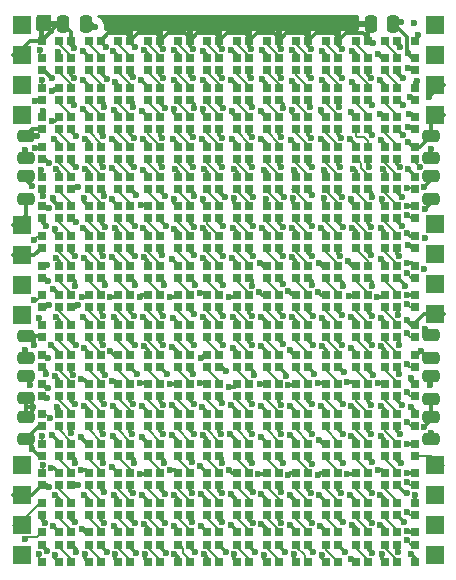
<source format=gbr>
%TF.GenerationSoftware,KiCad,Pcbnew,8.0.2*%
%TF.CreationDate,2024-06-26T19:14:06+02:00*%
%TF.ProjectId,PixelDisplay,50697865-6c44-4697-9370-6c61792e6b69,rev?*%
%TF.SameCoordinates,Original*%
%TF.FileFunction,Copper,L1,Top*%
%TF.FilePolarity,Positive*%
%FSLAX46Y46*%
G04 Gerber Fmt 4.6, Leading zero omitted, Abs format (unit mm)*
G04 Created by KiCad (PCBNEW 8.0.2) date 2024-06-26 19:14:06*
%MOMM*%
%LPD*%
G01*
G04 APERTURE LIST*
G04 Aperture macros list*
%AMRoundRect*
0 Rectangle with rounded corners*
0 $1 Rounding radius*
0 $2 $3 $4 $5 $6 $7 $8 $9 X,Y pos of 4 corners*
0 Add a 4 corners polygon primitive as box body*
4,1,4,$2,$3,$4,$5,$6,$7,$8,$9,$2,$3,0*
0 Add four circle primitives for the rounded corners*
1,1,$1+$1,$2,$3*
1,1,$1+$1,$4,$5*
1,1,$1+$1,$6,$7*
1,1,$1+$1,$8,$9*
0 Add four rect primitives between the rounded corners*
20,1,$1+$1,$2,$3,$4,$5,0*
20,1,$1+$1,$4,$5,$6,$7,0*
20,1,$1+$1,$6,$7,$8,$9,0*
20,1,$1+$1,$8,$9,$2,$3,0*%
G04 Aperture macros list end*
%TA.AperFunction,SMDPad,CuDef*%
%ADD10R,0.690000X0.690000*%
%TD*%
%TA.AperFunction,SMDPad,CuDef*%
%ADD11RoundRect,0.250000X-0.475000X0.250000X-0.475000X-0.250000X0.475000X-0.250000X0.475000X0.250000X0*%
%TD*%
%TA.AperFunction,CastellatedPad*%
%ADD12R,1.500000X1.500000*%
%TD*%
%TA.AperFunction,SMDPad,CuDef*%
%ADD13RoundRect,0.250000X0.475000X-0.250000X0.475000X0.250000X-0.475000X0.250000X-0.475000X-0.250000X0*%
%TD*%
%TA.AperFunction,SMDPad,CuDef*%
%ADD14RoundRect,0.250000X0.250000X0.475000X-0.250000X0.475000X-0.250000X-0.475000X0.250000X-0.475000X0*%
%TD*%
%TA.AperFunction,ViaPad*%
%ADD15C,0.600000*%
%TD*%
%TA.AperFunction,Conductor*%
%ADD16C,0.200000*%
%TD*%
%TA.AperFunction,Conductor*%
%ADD17C,0.300000*%
%TD*%
G04 APERTURE END LIST*
D10*
%TO.P,ICled210,1-DOUT,DO*%
%TO.N,Net-(ICled210-DO)*%
X148324112Y-85256000D03*
%TO.P,ICled210,2-VDD,VDD*%
%TO.N,Vdd_str6*%
X148324112Y-86746000D03*
%TO.P,ICled210,3-DIN,DI*%
%TO.N,Net-(ICled207-DO)*%
X146834112Y-86746000D03*
%TO.P,ICled210,4-GND,GND*%
%TO.N,Vss_str6*%
X146834112Y-85256000D03*
%TD*%
%TO.P,ICled127,1-DOUT,DO*%
%TO.N,Net-(ICled127-DO)*%
X145814362Y-72705100D03*
%TO.P,ICled127,2-VDD,VDD*%
%TO.N,Vdd_str4*%
X145814362Y-74195100D03*
%TO.P,ICled127,3-DIN,DI*%
%TO.N,Net-(ICled124-DO)*%
X144324362Y-74195100D03*
%TO.P,ICled127,4-GND,GND*%
%TO.N,Vss_str4*%
X144324362Y-72705100D03*
%TD*%
%TO.P,ICled117,1-DOUT,DO*%
%TO.N,dout_led_pwm_3*%
X168402112Y-67684400D03*
%TO.P,ICled117,2-VDD,VDD*%
%TO.N,Vdd_str3*%
X168402112Y-69174400D03*
%TO.P,ICled117,3-DIN,DI*%
%TO.N,Net-(ICled113-DO)*%
X166912112Y-69174400D03*
%TO.P,ICled117,4-GND,GND*%
%TO.N,Vss_str3*%
X166912112Y-67684400D03*
%TD*%
%TO.P,ICled136,1-DOUT,DO*%
%TO.N,Net-(ICled136-DO)*%
X153343612Y-72705100D03*
%TO.P,ICled136,2-VDD,VDD*%
%TO.N,Vdd_str4*%
X153343612Y-74195100D03*
%TO.P,ICled136,3-DIN,DI*%
%TO.N,Net-(ICled133-DO)*%
X151853612Y-74195100D03*
%TO.P,ICled136,4-GND,GND*%
%TO.N,Vss_str4*%
X151853612Y-72705100D03*
%TD*%
%TO.P,ICled68,1-DOUT,DO*%
%TO.N,Net-(ICled68-DO)*%
X160872862Y-60154200D03*
%TO.P,ICled68,2-VDD,VDD*%
%TO.N,Vdd_str2*%
X160872862Y-61644200D03*
%TO.P,ICled68,3-DIN,DI*%
%TO.N,Net-(ICled65-DO)*%
X159382862Y-61644200D03*
%TO.P,ICled68,4-GND,GND*%
%TO.N,Vss_str2*%
X159382862Y-60154200D03*
%TD*%
%TO.P,ICled193,1-DOUT,DO*%
%TO.N,Net-(ICled157-DI)*%
X168402112Y-77725800D03*
%TO.P,ICled193,2-VDD,VDD*%
%TO.N,Vdd_str5*%
X168402112Y-79215800D03*
%TO.P,ICled193,3-DIN,DI*%
%TO.N,Net-(ICled192-DO)*%
X166912112Y-79215800D03*
%TO.P,ICled193,4-GND,GND*%
%TO.N,Vss_str5*%
X166912112Y-77725800D03*
%TD*%
%TO.P,ICled22,1-DOUT,DO*%
%TO.N,Net-(ICled22-DO)*%
X155853355Y-50114500D03*
%TO.P,ICled22,2-VDD,VDD*%
%TO.N,Vdd_str1*%
X155853355Y-51604500D03*
%TO.P,ICled22,3-DIN,DI*%
%TO.N,Net-(ICled19-DO)*%
X154363355Y-51604500D03*
%TO.P,ICled22,4-GND,GND*%
%TO.N,Vss_str1*%
X154363355Y-50114500D03*
%TD*%
D11*
%TO.P,C4,1*%
%TO.N,Vdd_str2*%
X169800000Y-55660000D03*
%TO.P,C4,2*%
%TO.N,Vss_str2*%
X169800000Y-57560000D03*
%TD*%
D10*
%TO.P,ICled32,1-DOUT,DO*%
%TO.N,Net-(ICled32-DO)*%
X163382612Y-52624000D03*
%TO.P,ICled32,2-VDD,VDD*%
%TO.N,Vdd_str1*%
X163382612Y-54114000D03*
%TO.P,ICled32,3-DIN,DI*%
%TO.N,Net-(ICled29-DO)*%
X161892612Y-54114000D03*
%TO.P,ICled32,4-GND,GND*%
%TO.N,Vss_str1*%
X161892612Y-52624000D03*
%TD*%
%TO.P,ICled125,1-DOUT,DO*%
%TO.N,Net-(ICled125-DO)*%
X143304612Y-75214600D03*
%TO.P,ICled125,2-VDD,VDD*%
%TO.N,Vdd_str4*%
X143304612Y-76704600D03*
%TO.P,ICled125,3-DIN,DI*%
%TO.N,Net-(ICled122-DO)*%
X141814612Y-76704600D03*
%TO.P,ICled125,4-GND,GND*%
%TO.N,Vss_str4*%
X141814612Y-75214600D03*
%TD*%
%TO.P,ICled65,1-DOUT,DO*%
%TO.N,Net-(ICled65-DO)*%
X158363112Y-60154200D03*
%TO.P,ICled65,2-VDD,VDD*%
%TO.N,Vdd_str2*%
X158363112Y-61644200D03*
%TO.P,ICled65,3-DIN,DI*%
%TO.N,Net-(ICled62-DO)*%
X156873112Y-61644200D03*
%TO.P,ICled65,4-GND,GND*%
%TO.N,Vss_str2*%
X156873112Y-60154200D03*
%TD*%
%TO.P,ICled169,1-DOUT,DO*%
%TO.N,Net-(ICled169-DO)*%
X148324112Y-80235300D03*
%TO.P,ICled169,2-VDD,VDD*%
%TO.N,Vdd_str5*%
X148324112Y-81725300D03*
%TO.P,ICled169,3-DIN,DI*%
%TO.N,Net-(ICled166-DO)*%
X146834112Y-81725300D03*
%TO.P,ICled169,4-GND,GND*%
%TO.N,Vss_str5*%
X146834112Y-80235300D03*
%TD*%
%TO.P,ICled211,1-DOUT,DO*%
%TO.N,Net-(ICled211-DO)*%
X150833862Y-87765500D03*
%TO.P,ICled211,2-VDD,VDD*%
%TO.N,Vdd_str6*%
X150833862Y-89255500D03*
%TO.P,ICled211,3-DIN,DI*%
%TO.N,Net-(ICled208-DO)*%
X149343862Y-89255500D03*
%TO.P,ICled211,4-GND,GND*%
%TO.N,Vss_str6*%
X149343862Y-87765500D03*
%TD*%
%TO.P,ICled42,1-DOUT,DO*%
%TO.N,Net-(ICled42-DO)*%
X138284862Y-55135200D03*
%TO.P,ICled42,2-VDD,VDD*%
%TO.N,Vdd_str2*%
X138284862Y-56625200D03*
%TO.P,ICled42,3-DIN,DI*%
%TO.N,din_led_pwm_2*%
X136794862Y-56625200D03*
%TO.P,ICled42,4-GND,GND*%
%TO.N,Vss_str2*%
X136794862Y-55135200D03*
%TD*%
%TO.P,ICled101,1-DOUT,DO*%
%TO.N,Net-(ICled101-DO)*%
X155853362Y-67684400D03*
%TO.P,ICled101,2-VDD,VDD*%
%TO.N,Vdd_str3*%
X155853362Y-69174400D03*
%TO.P,ICled101,3-DIN,DI*%
%TO.N,Net-(ICled101-DI)*%
X154363362Y-69174400D03*
%TO.P,ICled101,4-GND,GND*%
%TO.N,Vss_str3*%
X154363362Y-67684400D03*
%TD*%
%TO.P,ICled27,1-DOUT,DO*%
%TO.N,Net-(ICled27-DO)*%
X158363054Y-47605000D03*
%TO.P,ICled27,2-VDD,VDD*%
%TO.N,Vdd_str1*%
X158363054Y-49095000D03*
%TO.P,ICled27,3-DIN,DI*%
%TO.N,Net-(ICled24-DO)*%
X156873054Y-49095000D03*
%TO.P,ICled27,4-GND,GND*%
%TO.N,Vss_str1*%
X156873054Y-47605000D03*
%TD*%
%TO.P,ICled129,1-DOUT,DO*%
%TO.N,Net-(ICled129-DO)*%
X145814362Y-70195600D03*
%TO.P,ICled129,2-VDD,VDD*%
%TO.N,Vdd_str4*%
X145814362Y-71685600D03*
%TO.P,ICled129,3-DIN,DI*%
%TO.N,Net-(ICled126-DO)*%
X144324362Y-71685600D03*
%TO.P,ICled129,4-GND,GND*%
%TO.N,Vss_str4*%
X144324362Y-70195600D03*
%TD*%
D12*
%TO.P,J6,1,Pin_1*%
%TO.N,Vdd_str6*%
X135100000Y-83540000D03*
%TO.P,J6,2,Pin_2*%
%TO.N,Vss_str6*%
X135100000Y-86080000D03*
%TO.P,J6,3,Pin_3*%
%TO.N,din_led_pwm_6*%
X135100000Y-88620000D03*
%TO.P,J6,4,Pin_4*%
%TO.N,dout_led_pwm_6*%
X135100000Y-91160000D03*
%TD*%
D10*
%TO.P,ICled140,1-DOUT,DO*%
%TO.N,Net-(ICled140-DO)*%
X155853362Y-75214600D03*
%TO.P,ICled140,2-VDD,VDD*%
%TO.N,Vdd_str4*%
X155853362Y-76704600D03*
%TO.P,ICled140,3-DIN,DI*%
%TO.N,Net-(ICled137-DO)*%
X154363362Y-76704600D03*
%TO.P,ICled140,4-GND,GND*%
%TO.N,Vss_str4*%
X154363362Y-75214600D03*
%TD*%
%TO.P,ICled233,1-DOUT,DO*%
%TO.N,Net-(ICled197-DI)*%
X168402112Y-87765500D03*
%TO.P,ICled233,2-VDD,VDD*%
%TO.N,Vdd_str6*%
X168402112Y-89255500D03*
%TO.P,ICled233,3-DIN,DI*%
%TO.N,Net-(ICled229-DO)*%
X166912112Y-89255500D03*
%TO.P,ICled233,4-GND,GND*%
%TO.N,Vss_str6*%
X166912112Y-87765500D03*
%TD*%
%TO.P,ICled19,1-DOUT,DO*%
%TO.N,Net-(ICled19-DO)*%
X153343612Y-50114500D03*
%TO.P,ICled19,2-VDD,VDD*%
%TO.N,Vdd_str1*%
X153343612Y-51604500D03*
%TO.P,ICled19,3-DIN,DI*%
%TO.N,Net-(ICled16-DO)*%
X151853612Y-51604500D03*
%TO.P,ICled19,4-GND,GND*%
%TO.N,Vss_str1*%
X151853612Y-50114500D03*
%TD*%
%TO.P,ICled24,1-DOUT,DO*%
%TO.N,Net-(ICled24-DO)*%
X155853332Y-47605000D03*
%TO.P,ICled24,2-VDD,VDD*%
%TO.N,Vdd_str1*%
X155853332Y-49095000D03*
%TO.P,ICled24,3-DIN,DI*%
%TO.N,Net-(ICled21-DO)*%
X154363332Y-49095000D03*
%TO.P,ICled24,4-GND,GND*%
%TO.N,Vss_str1*%
X154363332Y-47605000D03*
%TD*%
%TO.P,ICled30,1-DOUT,DO*%
%TO.N,Net-(ICled30-DO)*%
X160872776Y-47605000D03*
%TO.P,ICled30,2-VDD,VDD*%
%TO.N,Vdd_str1*%
X160872776Y-49095000D03*
%TO.P,ICled30,3-DIN,DI*%
%TO.N,Net-(ICled27-DO)*%
X159382776Y-49095000D03*
%TO.P,ICled30,4-GND,GND*%
%TO.N,Vss_str1*%
X159382776Y-47605000D03*
%TD*%
%TO.P,ICled62,1-DOUT,DO*%
%TO.N,Net-(ICled62-DO)*%
X155853362Y-60154200D03*
%TO.P,ICled62,2-VDD,VDD*%
%TO.N,Vdd_str2*%
X155853362Y-61644200D03*
%TO.P,ICled62,3-DIN,DI*%
%TO.N,Net-(ICled59-DO)*%
X154363362Y-61644200D03*
%TO.P,ICled62,4-GND,GND*%
%TO.N,Vss_str2*%
X154363362Y-60154200D03*
%TD*%
%TO.P,ICled39,1-DOUT,DO*%
%TO.N,dout_led_pwm_1*%
X168402112Y-52624000D03*
%TO.P,ICled39,2-VDD,VDD*%
%TO.N,Vdd_str1*%
X168402112Y-54114000D03*
%TO.P,ICled39,3-DIN,DI*%
%TO.N,Net-(ICled35-DO)*%
X166912112Y-54114000D03*
%TO.P,ICled39,4-GND,GND*%
%TO.N,Vss_str1*%
X166912112Y-52624000D03*
%TD*%
%TO.P,ICled59,1-DOUT,DO*%
%TO.N,Net-(ICled59-DO)*%
X153343612Y-60154200D03*
%TO.P,ICled59,2-VDD,VDD*%
%TO.N,Vdd_str2*%
X153343612Y-61644200D03*
%TO.P,ICled59,3-DIN,DI*%
%TO.N,Net-(ICled56-DO)*%
X151853612Y-61644200D03*
%TO.P,ICled59,4-GND,GND*%
%TO.N,Vss_str2*%
X151853612Y-60154200D03*
%TD*%
%TO.P,ICled87,1-DOUT,DO*%
%TO.N,Net-(ICled87-DO)*%
X143304612Y-62665400D03*
%TO.P,ICled87,2-VDD,VDD*%
%TO.N,Vdd_str3*%
X143304612Y-64155400D03*
%TO.P,ICled87,3-DIN,DI*%
%TO.N,Net-(ICled84-DO)*%
X141814612Y-64155400D03*
%TO.P,ICled87,4-GND,GND*%
%TO.N,Vss_str3*%
X141814612Y-62665400D03*
%TD*%
D13*
%TO.P,C9,1*%
%TO.N,Vdd_str5*%
X135450000Y-77900000D03*
%TO.P,C9,2*%
%TO.N,Vss_str5*%
X135450000Y-76000000D03*
%TD*%
D10*
%TO.P,ICled35,1-DOUT,DO*%
%TO.N,Net-(ICled35-DO)*%
X165892362Y-52624000D03*
%TO.P,ICled35,2-VDD,VDD*%
%TO.N,Vdd_str1*%
X165892362Y-54114000D03*
%TO.P,ICled35,3-DIN,DI*%
%TO.N,Net-(ICled32-DO)*%
X164402362Y-54114000D03*
%TO.P,ICled35,4-GND,GND*%
%TO.N,Vss_str1*%
X164402362Y-52624000D03*
%TD*%
%TO.P,ICled128,1-DOUT,DO*%
%TO.N,Net-(ICled128-DO)*%
X145814362Y-75214600D03*
%TO.P,ICled128,2-VDD,VDD*%
%TO.N,Vdd_str4*%
X145814362Y-76704600D03*
%TO.P,ICled128,3-DIN,DI*%
%TO.N,Net-(ICled125-DO)*%
X144324362Y-76704600D03*
%TO.P,ICled128,4-GND,GND*%
%TO.N,Vss_str4*%
X144324362Y-75214600D03*
%TD*%
%TO.P,ICled91,1-DOUT,DO*%
%TO.N,Net-(ICled91-DO)*%
X148324112Y-65174900D03*
%TO.P,ICled91,2-VDD,VDD*%
%TO.N,Vdd_str3*%
X148324112Y-66664900D03*
%TO.P,ICled91,3-DIN,DI*%
%TO.N,Net-(ICled88-DO)*%
X146834112Y-66664900D03*
%TO.P,ICled91,4-GND,GND*%
%TO.N,Vss_str3*%
X146834112Y-65174900D03*
%TD*%
%TO.P,ICled78,1-DOUT,DO*%
%TO.N,dout_led_pwm_2*%
X168402112Y-60154200D03*
%TO.P,ICled78,2-VDD,VDD*%
%TO.N,Vdd_str2*%
X168402112Y-61644200D03*
%TO.P,ICled78,3-DIN,DI*%
%TO.N,Net-(ICled74-DO)*%
X166912112Y-61644200D03*
%TO.P,ICled78,4-GND,GND*%
%TO.N,Vss_str2*%
X166912112Y-60154200D03*
%TD*%
%TO.P,ICled51,1-DOUT,DO*%
%TO.N,Net-(ICled51-DO)*%
X145814235Y-55135200D03*
%TO.P,ICled51,2-VDD,VDD*%
%TO.N,Vdd_str2*%
X145814235Y-56625200D03*
%TO.P,ICled51,3-DIN,DI*%
%TO.N,Net-(ICled48-DO)*%
X144324235Y-56625200D03*
%TO.P,ICled51,4-GND,GND*%
%TO.N,Vss_str2*%
X144324235Y-55135200D03*
%TD*%
%TO.P,ICled226,1-DOUT,DO*%
%TO.N,Net-(ICled226-DO)*%
X163382612Y-87765500D03*
%TO.P,ICled226,2-VDD,VDD*%
%TO.N,Vdd_str6*%
X163382612Y-89255500D03*
%TO.P,ICled226,3-DIN,DI*%
%TO.N,Net-(ICled223-DO)*%
X161892612Y-89255500D03*
%TO.P,ICled226,4-GND,GND*%
%TO.N,Vss_str6*%
X161892612Y-87765500D03*
%TD*%
%TO.P,ICled2,1-DOUT,DO*%
%TO.N,Net-(ICled2-DO)*%
X138285112Y-52624000D03*
%TO.P,ICled2,2-VDD,VDD*%
%TO.N,Vdd_str1*%
X138285112Y-54114000D03*
%TO.P,ICled2,3-DIN,DI*%
%TO.N,Net-(ICled2-DI)*%
X136795112Y-54114000D03*
%TO.P,ICled2,4-GND,GND*%
%TO.N,Vss_str1*%
X136795112Y-52624000D03*
%TD*%
%TO.P,ICled220,1-DOUT,DO*%
%TO.N,Net-(ICled220-DO)*%
X158363112Y-87765500D03*
%TO.P,ICled220,2-VDD,VDD*%
%TO.N,Vdd_str6*%
X158363112Y-89255500D03*
%TO.P,ICled220,3-DIN,DI*%
%TO.N,Net-(ICled217-DO)*%
X156873112Y-89255500D03*
%TO.P,ICled220,4-GND,GND*%
%TO.N,Vss_str6*%
X156873112Y-87765500D03*
%TD*%
%TO.P,ICled116,1-DOUT,DO*%
%TO.N,Net-(ICled116-DO)*%
X168402112Y-65174900D03*
%TO.P,ICled116,2-VDD,VDD*%
%TO.N,Vdd_str3*%
X168402112Y-66664900D03*
%TO.P,ICled116,3-DIN,DI*%
%TO.N,Net-(ICled112-DO)*%
X166912112Y-66664900D03*
%TO.P,ICled116,4-GND,GND*%
%TO.N,Vss_str3*%
X166912112Y-65174900D03*
%TD*%
%TO.P,ICled37,1-DOUT,DO*%
%TO.N,Net-(ICled1-DI)*%
X168401946Y-47605000D03*
%TO.P,ICled37,2-VDD,VDD*%
%TO.N,Vdd_str1*%
X168401946Y-49095000D03*
%TO.P,ICled37,3-DIN,DI*%
%TO.N,Net-(ICled36-DO)*%
X166911946Y-49095000D03*
%TO.P,ICled37,4-GND,GND*%
%TO.N,Vss_str1*%
X166911946Y-47605000D03*
%TD*%
%TO.P,ICled145,1-DOUT,DO*%
%TO.N,Net-(ICled145-DO)*%
X160872862Y-72705100D03*
%TO.P,ICled145,2-VDD,VDD*%
%TO.N,Vdd_str4*%
X160872862Y-74195100D03*
%TO.P,ICled145,3-DIN,DI*%
%TO.N,Net-(ICled142-DO)*%
X159382862Y-74195100D03*
%TO.P,ICled145,4-GND,GND*%
%TO.N,Vss_str4*%
X159382862Y-72705100D03*
%TD*%
%TO.P,ICled112,1-DOUT,DO*%
%TO.N,Net-(ICled112-DO)*%
X165892362Y-65174900D03*
%TO.P,ICled112,2-VDD,VDD*%
%TO.N,Vdd_str3*%
X165892362Y-66664900D03*
%TO.P,ICled112,3-DIN,DI*%
%TO.N,Net-(ICled109-DO)*%
X164402362Y-66664900D03*
%TO.P,ICled112,4-GND,GND*%
%TO.N,Vss_str3*%
X164402362Y-65174900D03*
%TD*%
%TO.P,ICled223,1-DOUT,DO*%
%TO.N,Net-(ICled223-DO)*%
X160872862Y-87765500D03*
%TO.P,ICled223,2-VDD,VDD*%
%TO.N,Vdd_str6*%
X160872862Y-89255500D03*
%TO.P,ICled223,3-DIN,DI*%
%TO.N,Net-(ICled220-DO)*%
X159382862Y-89255500D03*
%TO.P,ICled223,4-GND,GND*%
%TO.N,Vss_str6*%
X159382862Y-87765500D03*
%TD*%
%TO.P,ICled137,1-DOUT,DO*%
%TO.N,Net-(ICled137-DO)*%
X153343612Y-75214600D03*
%TO.P,ICled137,2-VDD,VDD*%
%TO.N,Vdd_str4*%
X153343612Y-76704600D03*
%TO.P,ICled137,3-DIN,DI*%
%TO.N,Net-(ICled134-DO)*%
X151853612Y-76704600D03*
%TO.P,ICled137,4-GND,GND*%
%TO.N,Vss_str4*%
X151853612Y-75214600D03*
%TD*%
%TO.P,ICled94,1-DOUT,DO*%
%TO.N,Net-(ICled94-DO)*%
X150833862Y-65174900D03*
%TO.P,ICled94,2-VDD,VDD*%
%TO.N,Vdd_str3*%
X150833862Y-66664900D03*
%TO.P,ICled94,3-DIN,DI*%
%TO.N,Net-(ICled91-DO)*%
X149343862Y-66664900D03*
%TO.P,ICled94,4-GND,GND*%
%TO.N,Vss_str3*%
X149343862Y-65174900D03*
%TD*%
%TO.P,ICled119,1-DOUT,DO*%
%TO.N,Net-(ICled119-DO)*%
X138285112Y-75214600D03*
%TO.P,ICled119,2-VDD,VDD*%
%TO.N,Vdd_str4*%
X138285112Y-76704600D03*
%TO.P,ICled119,3-DIN,DI*%
%TO.N,Net-(ICled119-DI)*%
X136795112Y-76704600D03*
%TO.P,ICled119,4-GND,GND*%
%TO.N,Vss_str4*%
X136795112Y-75214600D03*
%TD*%
%TO.P,ICled151,1-DOUT,DO*%
%TO.N,Net-(ICled151-DO)*%
X165892362Y-72705100D03*
%TO.P,ICled151,2-VDD,VDD*%
%TO.N,Vdd_str4*%
X165892362Y-74195100D03*
%TO.P,ICled151,3-DIN,DI*%
%TO.N,Net-(ICled148-DO)*%
X164402362Y-74195100D03*
%TO.P,ICled151,4-GND,GND*%
%TO.N,Vss_str4*%
X164402362Y-72705100D03*
%TD*%
%TO.P,ICled188,1-DOUT,DO*%
%TO.N,Net-(ICled188-DO)*%
X163382612Y-82744800D03*
%TO.P,ICled188,2-VDD,VDD*%
%TO.N,Vdd_str5*%
X163382612Y-84234800D03*
%TO.P,ICled188,3-DIN,DI*%
%TO.N,Net-(ICled185-DO)*%
X161892612Y-84234800D03*
%TO.P,ICled188,4-GND,GND*%
%TO.N,Vss_str5*%
X161892612Y-82744800D03*
%TD*%
%TO.P,ICled4,1-DOUT,DO*%
%TO.N,Net-(ICled4-DO)*%
X140794897Y-50114500D03*
%TO.P,ICled4,2-VDD,VDD*%
%TO.N,Vdd_str1*%
X140794897Y-51604500D03*
%TO.P,ICled4,3-DIN,DI*%
%TO.N,Net-(ICled1-DO)*%
X139304897Y-51604500D03*
%TO.P,ICled4,4-GND,GND*%
%TO.N,Vss_str1*%
X139304897Y-50114500D03*
%TD*%
%TO.P,ICled115,1-DOUT,DO*%
%TO.N,Net-(ICled115-DO)*%
X168402112Y-62665400D03*
%TO.P,ICled115,2-VDD,VDD*%
%TO.N,Vdd_str3*%
X168402112Y-64155400D03*
%TO.P,ICled115,3-DIN,DI*%
%TO.N,Net-(ICled114-DO)*%
X166912112Y-64155400D03*
%TO.P,ICled115,4-GND,GND*%
%TO.N,Vss_str3*%
X166912112Y-62665400D03*
%TD*%
%TO.P,ICled133,1-DOUT,DO*%
%TO.N,Net-(ICled133-DO)*%
X150833862Y-72705100D03*
%TO.P,ICled133,2-VDD,VDD*%
%TO.N,Vdd_str4*%
X150833862Y-74195100D03*
%TO.P,ICled133,3-DIN,DI*%
%TO.N,Net-(ICled130-DO)*%
X149343862Y-74195100D03*
%TO.P,ICled133,4-GND,GND*%
%TO.N,Vss_str4*%
X149343862Y-72705100D03*
%TD*%
%TO.P,ICled160,1-DOUT,DO*%
%TO.N,Net-(ICled160-DO)*%
X140794862Y-80235300D03*
%TO.P,ICled160,2-VDD,VDD*%
%TO.N,Vdd_str5*%
X140794862Y-81725300D03*
%TO.P,ICled160,3-DIN,DI*%
%TO.N,Net-(ICled157-DO)*%
X139304862Y-81725300D03*
%TO.P,ICled160,4-GND,GND*%
%TO.N,Vss_str5*%
X139304862Y-80235300D03*
%TD*%
%TO.P,ICled139,1-DOUT,DO*%
%TO.N,Net-(ICled139-DO)*%
X155853362Y-72705100D03*
%TO.P,ICled139,2-VDD,VDD*%
%TO.N,Vdd_str4*%
X155853362Y-74195100D03*
%TO.P,ICled139,3-DIN,DI*%
%TO.N,Net-(ICled136-DO)*%
X154363362Y-74195100D03*
%TO.P,ICled139,4-GND,GND*%
%TO.N,Vss_str4*%
X154363362Y-72705100D03*
%TD*%
%TO.P,ICled209,1-DOUT,DO*%
%TO.N,Net-(ICled209-DO)*%
X148324112Y-90275000D03*
%TO.P,ICled209,2-VDD,VDD*%
%TO.N,Vdd_str6*%
X148324112Y-91765000D03*
%TO.P,ICled209,3-DIN,DI*%
%TO.N,Net-(ICled206-DO)*%
X146834112Y-91765000D03*
%TO.P,ICled209,4-GND,GND*%
%TO.N,Vss_str6*%
X146834112Y-90275000D03*
%TD*%
%TO.P,ICled189,1-DOUT,DO*%
%TO.N,Net-(ICled189-DO)*%
X163382612Y-77725800D03*
%TO.P,ICled189,2-VDD,VDD*%
%TO.N,Vdd_str5*%
X163382612Y-79215800D03*
%TO.P,ICled189,3-DIN,DI*%
%TO.N,Net-(ICled186-DO)*%
X161892612Y-79215800D03*
%TO.P,ICled189,4-GND,GND*%
%TO.N,Vss_str5*%
X161892612Y-77725800D03*
%TD*%
%TO.P,ICled105,1-DOUT,DO*%
%TO.N,Net-(ICled105-DO)*%
X158363112Y-62665400D03*
%TO.P,ICled105,2-VDD,VDD*%
%TO.N,Vdd_str3*%
X158363112Y-64155400D03*
%TO.P,ICled105,3-DIN,DI*%
%TO.N,Net-(ICled102-DO)*%
X156873112Y-64155400D03*
%TO.P,ICled105,4-GND,GND*%
%TO.N,Vss_str3*%
X156873112Y-62665400D03*
%TD*%
%TO.P,ICled33,1-DOUT,DO*%
%TO.N,Net-(ICled33-DO)*%
X163382498Y-47605000D03*
%TO.P,ICled33,2-VDD,VDD*%
%TO.N,Vdd_str1*%
X163382498Y-49095000D03*
%TO.P,ICled33,3-DIN,DI*%
%TO.N,Net-(ICled30-DO)*%
X161892498Y-49095000D03*
%TO.P,ICled33,4-GND,GND*%
%TO.N,Vss_str1*%
X161892498Y-47605000D03*
%TD*%
%TO.P,ICled80,1-DOUT,DO*%
%TO.N,Net-(ICled80-DO)*%
X138285112Y-67684400D03*
%TO.P,ICled80,2-VDD,VDD*%
%TO.N,Vdd_str3*%
X138285112Y-69174400D03*
%TO.P,ICled80,3-DIN,DI*%
%TO.N,Net-(ICled116-DO)*%
X136795112Y-69174400D03*
%TO.P,ICled80,4-GND,GND*%
%TO.N,Vss_str3*%
X136795112Y-67684400D03*
%TD*%
%TO.P,ICled154,1-DOUT,DO*%
%TO.N,Net-(ICled118-DI)*%
X168402112Y-70195600D03*
%TO.P,ICled154,2-VDD,VDD*%
%TO.N,Vdd_str4*%
X168402112Y-71685600D03*
%TO.P,ICled154,3-DIN,DI*%
%TO.N,Net-(ICled153-DO)*%
X166912112Y-71685600D03*
%TO.P,ICled154,4-GND,GND*%
%TO.N,Vss_str4*%
X166912112Y-70195600D03*
%TD*%
%TO.P,ICled34,1-DOUT,DO*%
%TO.N,Net-(ICled34-DO)*%
X165892327Y-50114500D03*
%TO.P,ICled34,2-VDD,VDD*%
%TO.N,Vdd_str1*%
X165892327Y-51604500D03*
%TO.P,ICled34,3-DIN,DI*%
%TO.N,Net-(ICled31-DO)*%
X164402327Y-51604500D03*
%TO.P,ICled34,4-GND,GND*%
%TO.N,Vss_str1*%
X164402327Y-50114500D03*
%TD*%
%TO.P,ICled143,1-DOUT,DO*%
%TO.N,Net-(ICled143-DO)*%
X158363112Y-75214600D03*
%TO.P,ICled143,2-VDD,VDD*%
%TO.N,Vdd_str4*%
X158363112Y-76704600D03*
%TO.P,ICled143,3-DIN,DI*%
%TO.N,Net-(ICled140-DO)*%
X156873112Y-76704600D03*
%TO.P,ICled143,4-GND,GND*%
%TO.N,Vss_str4*%
X156873112Y-75214600D03*
%TD*%
%TO.P,ICled168,1-DOUT,DO*%
%TO.N,Net-(ICled168-DO)*%
X145814362Y-77725800D03*
%TO.P,ICled168,2-VDD,VDD*%
%TO.N,Vdd_str5*%
X145814362Y-79215800D03*
%TO.P,ICled168,3-DIN,DI*%
%TO.N,Net-(ICled165-DO)*%
X144324362Y-79215800D03*
%TO.P,ICled168,4-GND,GND*%
%TO.N,Vss_str5*%
X144324362Y-77725800D03*
%TD*%
D14*
%TO.P,C2,1*%
%TO.N,Vdd_str1*%
X166570000Y-46200000D03*
%TO.P,C2,2*%
%TO.N,Vss_str1*%
X164670000Y-46200000D03*
%TD*%
D10*
%TO.P,ICled5,1-DOUT,DO*%
%TO.N,Net-(ICled5-DO)*%
X140794862Y-52624000D03*
%TO.P,ICled5,2-VDD,VDD*%
%TO.N,Vdd_str1*%
X140794862Y-54114000D03*
%TO.P,ICled5,3-DIN,DI*%
%TO.N,Net-(ICled2-DO)*%
X139304862Y-54114000D03*
%TO.P,ICled5,4-GND,GND*%
%TO.N,Vss_str1*%
X139304862Y-52624000D03*
%TD*%
%TO.P,ICled205,1-DOUT,DO*%
%TO.N,Net-(ICled205-DO)*%
X145814362Y-87765500D03*
%TO.P,ICled205,2-VDD,VDD*%
%TO.N,Vdd_str6*%
X145814362Y-89255500D03*
%TO.P,ICled205,3-DIN,DI*%
%TO.N,Net-(ICled202-DO)*%
X144324362Y-89255500D03*
%TO.P,ICled205,4-GND,GND*%
%TO.N,Vss_str6*%
X144324362Y-87765500D03*
%TD*%
%TO.P,ICled29,1-DOUT,DO*%
%TO.N,Net-(ICled29-DO)*%
X160872862Y-52624000D03*
%TO.P,ICled29,2-VDD,VDD*%
%TO.N,Vdd_str1*%
X160872862Y-54114000D03*
%TO.P,ICled29,3-DIN,DI*%
%TO.N,Net-(ICled26-DO)*%
X159382862Y-54114000D03*
%TO.P,ICled29,4-GND,GND*%
%TO.N,Vss_str1*%
X159382862Y-52624000D03*
%TD*%
%TO.P,ICled100,1-DOUT,DO*%
%TO.N,Net-(ICled100-DO)*%
X155853362Y-65174900D03*
%TO.P,ICled100,2-VDD,VDD*%
%TO.N,Vdd_str3*%
X155853362Y-66664900D03*
%TO.P,ICled100,3-DIN,DI*%
%TO.N,Net-(ICled100-DI)*%
X154363362Y-66664900D03*
%TO.P,ICled100,4-GND,GND*%
%TO.N,Vss_str3*%
X154363362Y-65174900D03*
%TD*%
%TO.P,ICled222,1-DOUT,DO*%
%TO.N,Net-(ICled222-DO)*%
X158363112Y-85256000D03*
%TO.P,ICled222,2-VDD,VDD*%
%TO.N,Vdd_str6*%
X158363112Y-86746000D03*
%TO.P,ICled222,3-DIN,DI*%
%TO.N,Net-(ICled219-DO)*%
X156873112Y-86746000D03*
%TO.P,ICled222,4-GND,GND*%
%TO.N,Vss_str6*%
X156873112Y-85256000D03*
%TD*%
%TO.P,ICled163,1-DOUT,DO*%
%TO.N,Net-(ICled163-DO)*%
X143304612Y-80235300D03*
%TO.P,ICled163,2-VDD,VDD*%
%TO.N,Vdd_str5*%
X143304612Y-81725300D03*
%TO.P,ICled163,3-DIN,DI*%
%TO.N,Net-(ICled160-DO)*%
X141814612Y-81725300D03*
%TO.P,ICled163,4-GND,GND*%
%TO.N,Vss_str5*%
X141814612Y-80235300D03*
%TD*%
%TO.P,ICled229,1-DOUT,DO*%
%TO.N,Net-(ICled229-DO)*%
X165892362Y-87765500D03*
%TO.P,ICled229,2-VDD,VDD*%
%TO.N,Vdd_str6*%
X165892362Y-89255500D03*
%TO.P,ICled229,3-DIN,DI*%
%TO.N,Net-(ICled226-DO)*%
X164402362Y-89255500D03*
%TO.P,ICled229,4-GND,GND*%
%TO.N,Vss_str6*%
X164402362Y-87765500D03*
%TD*%
%TO.P,ICled81,1-DOUT,DO*%
%TO.N,Net-(ICled81-DO)*%
X138285112Y-62665400D03*
%TO.P,ICled81,2-VDD,VDD*%
%TO.N,Vdd_str3*%
X138285112Y-64155400D03*
%TO.P,ICled81,3-DIN,DI*%
%TO.N,din_led_pwm_3*%
X136795112Y-64155400D03*
%TO.P,ICled81,4-GND,GND*%
%TO.N,Vss_str3*%
X136795112Y-62665400D03*
%TD*%
%TO.P,ICled165,1-DOUT,DO*%
%TO.N,Net-(ICled165-DO)*%
X143304612Y-77725800D03*
%TO.P,ICled165,2-VDD,VDD*%
%TO.N,Vdd_str5*%
X143304612Y-79215800D03*
%TO.P,ICled165,3-DIN,DI*%
%TO.N,Net-(ICled162-DO)*%
X141814612Y-79215800D03*
%TO.P,ICled165,4-GND,GND*%
%TO.N,Vss_str5*%
X141814612Y-77725800D03*
%TD*%
%TO.P,ICled130,1-DOUT,DO*%
%TO.N,Net-(ICled130-DO)*%
X148324112Y-72705100D03*
%TO.P,ICled130,2-VDD,VDD*%
%TO.N,Vdd_str4*%
X148324112Y-74195100D03*
%TO.P,ICled130,3-DIN,DI*%
%TO.N,Net-(ICled127-DO)*%
X146834112Y-74195100D03*
%TO.P,ICled130,4-GND,GND*%
%TO.N,Vss_str4*%
X146834112Y-72705100D03*
%TD*%
%TO.P,ICled53,1-DOUT,DO*%
%TO.N,Net-(ICled53-DO)*%
X148324112Y-60154200D03*
%TO.P,ICled53,2-VDD,VDD*%
%TO.N,Vdd_str2*%
X148324112Y-61644200D03*
%TO.P,ICled53,3-DIN,DI*%
%TO.N,Net-(ICled50-DO)*%
X146834112Y-61644200D03*
%TO.P,ICled53,4-GND,GND*%
%TO.N,Vss_str2*%
X146834112Y-60154200D03*
%TD*%
%TO.P,ICled121,1-DOUT,DO*%
%TO.N,Net-(ICled121-DO)*%
X140794862Y-72705100D03*
%TO.P,ICled121,2-VDD,VDD*%
%TO.N,Vdd_str4*%
X140794862Y-74195100D03*
%TO.P,ICled121,3-DIN,DI*%
%TO.N,Net-(ICled118-DO)*%
X139304862Y-74195100D03*
%TO.P,ICled121,4-GND,GND*%
%TO.N,Vss_str4*%
X139304862Y-72705100D03*
%TD*%
%TO.P,ICled38,1-DOUT,DO*%
%TO.N,Net-(ICled2-DI)*%
X168402071Y-50114500D03*
%TO.P,ICled38,2-VDD,VDD*%
%TO.N,Vdd_str1*%
X168402071Y-51604500D03*
%TO.P,ICled38,3-DIN,DI*%
%TO.N,Net-(ICled34-DO)*%
X166912071Y-51604500D03*
%TO.P,ICled38,4-GND,GND*%
%TO.N,Vss_str1*%
X166912071Y-50114500D03*
%TD*%
%TO.P,ICled144,1-DOUT,DO*%
%TO.N,Net-(ICled144-DO)*%
X158363112Y-70195600D03*
%TO.P,ICled144,2-VDD,VDD*%
%TO.N,Vdd_str4*%
X158363112Y-71685600D03*
%TO.P,ICled144,3-DIN,DI*%
%TO.N,Net-(ICled141-DO)*%
X156873112Y-71685600D03*
%TO.P,ICled144,4-GND,GND*%
%TO.N,Vss_str4*%
X156873112Y-70195600D03*
%TD*%
%TO.P,ICled41,1-DOUT,DO*%
%TO.N,Net-(ICled41-DO)*%
X138285112Y-60154200D03*
%TO.P,ICled41,2-VDD,VDD*%
%TO.N,Vdd_str2*%
X138285112Y-61644200D03*
%TO.P,ICled41,3-DIN,DI*%
%TO.N,Net-(ICled41-DI)*%
X136795112Y-61644200D03*
%TO.P,ICled41,4-GND,GND*%
%TO.N,Vss_str2*%
X136795112Y-60154200D03*
%TD*%
%TO.P,ICled57,1-DOUT,DO*%
%TO.N,Net-(ICled57-DO)*%
X150833817Y-55135200D03*
%TO.P,ICled57,2-VDD,VDD*%
%TO.N,Vdd_str2*%
X150833817Y-56625200D03*
%TO.P,ICled57,3-DIN,DI*%
%TO.N,Net-(ICled54-DO)*%
X149343817Y-56625200D03*
%TO.P,ICled57,4-GND,GND*%
%TO.N,Vss_str2*%
X149343817Y-55135200D03*
%TD*%
%TO.P,ICled216,1-DOUT,DO*%
%TO.N,Net-(ICled216-DO)*%
X153343612Y-85256000D03*
%TO.P,ICled216,2-VDD,VDD*%
%TO.N,Vdd_str6*%
X153343612Y-86746000D03*
%TO.P,ICled216,3-DIN,DI*%
%TO.N,Net-(ICled213-DO)*%
X151853612Y-86746000D03*
%TO.P,ICled216,4-GND,GND*%
%TO.N,Vss_str6*%
X151853612Y-85256000D03*
%TD*%
%TO.P,ICled96,1-DOUT,DO*%
%TO.N,Net-(ICled96-DO)*%
X150833862Y-62665400D03*
%TO.P,ICled96,2-VDD,VDD*%
%TO.N,Vdd_str3*%
X150833862Y-64155400D03*
%TO.P,ICled96,3-DIN,DI*%
%TO.N,Net-(ICled93-DO)*%
X149343862Y-64155400D03*
%TO.P,ICled96,4-GND,GND*%
%TO.N,Vss_str3*%
X149343862Y-62665400D03*
%TD*%
%TO.P,ICled77,1-DOUT,DO*%
%TO.N,Net-(ICled41-DI)*%
X168402071Y-57644700D03*
%TO.P,ICled77,2-VDD,VDD*%
%TO.N,Vdd_str2*%
X168402071Y-59134700D03*
%TO.P,ICled77,3-DIN,DI*%
%TO.N,Net-(ICled73-DO)*%
X166912071Y-59134700D03*
%TO.P,ICled77,4-GND,GND*%
%TO.N,Vss_str2*%
X166912071Y-57644700D03*
%TD*%
%TO.P,ICled141,1-DOUT,DO*%
%TO.N,Net-(ICled141-DO)*%
X155853362Y-70195600D03*
%TO.P,ICled141,2-VDD,VDD*%
%TO.N,Vdd_str4*%
X155853362Y-71685600D03*
%TO.P,ICled141,3-DIN,DI*%
%TO.N,Net-(ICled138-DO)*%
X154363362Y-71685600D03*
%TO.P,ICled141,4-GND,GND*%
%TO.N,Vss_str4*%
X154363362Y-70195600D03*
%TD*%
%TO.P,ICled103,1-DOUT,DO*%
%TO.N,Net-(ICled103-DO)*%
X158363112Y-65174900D03*
%TO.P,ICled103,2-VDD,VDD*%
%TO.N,Vdd_str3*%
X158363112Y-66664900D03*
%TO.P,ICled103,3-DIN,DI*%
%TO.N,Net-(ICled100-DO)*%
X156873112Y-66664900D03*
%TO.P,ICled103,4-GND,GND*%
%TO.N,Vss_str3*%
X156873112Y-65174900D03*
%TD*%
%TO.P,ICled181,1-DOUT,DO*%
%TO.N,Net-(ICled181-DO)*%
X158363112Y-80235300D03*
%TO.P,ICled181,2-VDD,VDD*%
%TO.N,Vdd_str5*%
X158363112Y-81725300D03*
%TO.P,ICled181,3-DIN,DI*%
%TO.N,Net-(ICled178-DO)*%
X156873112Y-81725300D03*
%TO.P,ICled181,4-GND,GND*%
%TO.N,Vss_str5*%
X156873112Y-80235300D03*
%TD*%
%TO.P,ICled85,1-DOUT,DO*%
%TO.N,Net-(ICled85-DO)*%
X143304612Y-65174900D03*
%TO.P,ICled85,2-VDD,VDD*%
%TO.N,Vdd_str3*%
X143304612Y-66664900D03*
%TO.P,ICled85,3-DIN,DI*%
%TO.N,Net-(ICled82-DO)*%
X141814612Y-66664900D03*
%TO.P,ICled85,4-GND,GND*%
%TO.N,Vss_str3*%
X141814612Y-65174900D03*
%TD*%
%TO.P,ICled93,1-DOUT,DO*%
%TO.N,Net-(ICled93-DO)*%
X148324112Y-62665400D03*
%TO.P,ICled93,2-VDD,VDD*%
%TO.N,Vdd_str3*%
X148324112Y-64155400D03*
%TO.P,ICled93,3-DIN,DI*%
%TO.N,Net-(ICled90-DO)*%
X146834112Y-64155400D03*
%TO.P,ICled93,4-GND,GND*%
%TO.N,Vss_str3*%
X146834112Y-62665400D03*
%TD*%
%TO.P,ICled187,1-DOUT,DO*%
%TO.N,Net-(ICled187-DO)*%
X163382612Y-80235300D03*
%TO.P,ICled187,2-VDD,VDD*%
%TO.N,Vdd_str5*%
X163382612Y-81725300D03*
%TO.P,ICled187,3-DIN,DI*%
%TO.N,Net-(ICled184-DO)*%
X161892612Y-81725300D03*
%TO.P,ICled187,4-GND,GND*%
%TO.N,Vss_str5*%
X161892612Y-80235300D03*
%TD*%
D12*
%TO.P,J5,1,Pin_1*%
%TO.N,Vdd_str5*%
X170100000Y-91190000D03*
%TO.P,J5,2,Pin_2*%
%TO.N,Vss_str5*%
X170100000Y-88650000D03*
%TO.P,J5,3,Pin_3*%
%TO.N,din_led_pwm_5*%
X170100000Y-86110000D03*
%TO.P,J5,4,Pin_4*%
%TO.N,dout_led_pwm_5*%
X170100000Y-83570000D03*
%TD*%
D10*
%TO.P,ICled174,1-DOUT,DO*%
%TO.N,Net-(ICled174-DO)*%
X150833862Y-77725800D03*
%TO.P,ICled174,2-VDD,VDD*%
%TO.N,Vdd_str5*%
X150833862Y-79215800D03*
%TO.P,ICled174,3-DIN,DI*%
%TO.N,Net-(ICled171-DO)*%
X149343862Y-79215800D03*
%TO.P,ICled174,4-GND,GND*%
%TO.N,Vss_str5*%
X149343862Y-77725800D03*
%TD*%
%TO.P,ICled92,1-DOUT,DO*%
%TO.N,Net-(ICled92-DO)*%
X148324112Y-67684400D03*
%TO.P,ICled92,2-VDD,VDD*%
%TO.N,Vdd_str3*%
X148324112Y-69174400D03*
%TO.P,ICled92,3-DIN,DI*%
%TO.N,Net-(ICled89-DO)*%
X146834112Y-69174400D03*
%TO.P,ICled92,4-GND,GND*%
%TO.N,Vss_str3*%
X146834112Y-67684400D03*
%TD*%
%TO.P,ICled76,1-DOUT,DO*%
%TO.N,Net-(ICled40-DI)*%
X168402362Y-55135200D03*
%TO.P,ICled76,2-VDD,VDD*%
%TO.N,Vdd_str2*%
X168402362Y-56625200D03*
%TO.P,ICled76,3-DIN,DI*%
%TO.N,Net-(ICled75-DO)*%
X166912362Y-56625200D03*
%TO.P,ICled76,4-GND,GND*%
%TO.N,Vss_str2*%
X166912362Y-55135200D03*
%TD*%
%TO.P,ICled28,1-DOUT,DO*%
%TO.N,Net-(ICled28-DO)*%
X160872841Y-50114500D03*
%TO.P,ICled28,2-VDD,VDD*%
%TO.N,Vdd_str1*%
X160872841Y-51604500D03*
%TO.P,ICled28,3-DIN,DI*%
%TO.N,Net-(ICled25-DO)*%
X159382841Y-51604500D03*
%TO.P,ICled28,4-GND,GND*%
%TO.N,Vss_str1*%
X159382841Y-50114500D03*
%TD*%
%TO.P,ICled20,1-DOUT,DO*%
%TO.N,Net-(ICled20-DO)*%
X153343612Y-52624000D03*
%TO.P,ICled20,2-VDD,VDD*%
%TO.N,Vdd_str1*%
X153343612Y-54114000D03*
%TO.P,ICled20,3-DIN,DI*%
%TO.N,Net-(ICled17-DO)*%
X151853612Y-54114000D03*
%TO.P,ICled20,4-GND,GND*%
%TO.N,Vss_str1*%
X151853612Y-52624000D03*
%TD*%
%TO.P,ICled171,1-DOUT,DO*%
%TO.N,Net-(ICled171-DO)*%
X148324112Y-77725800D03*
%TO.P,ICled171,2-VDD,VDD*%
%TO.N,Vdd_str5*%
X148324112Y-79215800D03*
%TO.P,ICled171,3-DIN,DI*%
%TO.N,Net-(ICled168-DO)*%
X146834112Y-79215800D03*
%TO.P,ICled171,4-GND,GND*%
%TO.N,Vss_str5*%
X146834112Y-77725800D03*
%TD*%
%TO.P,ICled120,1-DOUT,DO*%
%TO.N,Net-(ICled120-DO)*%
X138285112Y-70195600D03*
%TO.P,ICled120,2-VDD,VDD*%
%TO.N,Vdd_str4*%
X138285112Y-71685600D03*
%TO.P,ICled120,3-DIN,DI*%
%TO.N,din_led_pwm_4*%
X136795112Y-71685600D03*
%TO.P,ICled120,4-GND,GND*%
%TO.N,Vss_str4*%
X136795112Y-70195600D03*
%TD*%
%TO.P,ICled82,1-DOUT,DO*%
%TO.N,Net-(ICled82-DO)*%
X140794862Y-65174900D03*
%TO.P,ICled82,2-VDD,VDD*%
%TO.N,Vdd_str3*%
X140794862Y-66664900D03*
%TO.P,ICled82,3-DIN,DI*%
%TO.N,Net-(ICled79-DO)*%
X139304862Y-66664900D03*
%TO.P,ICled82,4-GND,GND*%
%TO.N,Vss_str3*%
X139304862Y-65174900D03*
%TD*%
%TO.P,ICled185,1-DOUT,DO*%
%TO.N,Net-(ICled185-DO)*%
X160872862Y-82744800D03*
%TO.P,ICled185,2-VDD,VDD*%
%TO.N,Vdd_str5*%
X160872862Y-84234800D03*
%TO.P,ICled185,3-DIN,DI*%
%TO.N,Net-(ICled182-DO)*%
X159382862Y-84234800D03*
%TO.P,ICled185,4-GND,GND*%
%TO.N,Vss_str5*%
X159382862Y-82744800D03*
%TD*%
%TO.P,ICled11,1-DOUT,DO*%
%TO.N,Net-(ICled11-DO)*%
X145814362Y-52624000D03*
%TO.P,ICled11,2-VDD,VDD*%
%TO.N,Vdd_str1*%
X145814362Y-54114000D03*
%TO.P,ICled11,3-DIN,DI*%
%TO.N,Net-(ICled11-DI)*%
X144324362Y-54114000D03*
%TO.P,ICled11,4-GND,GND*%
%TO.N,Vss_str1*%
X144324362Y-52624000D03*
%TD*%
%TO.P,ICled155,1-DOUT,DO*%
%TO.N,Net-(ICled119-DI)*%
X168402112Y-72705100D03*
%TO.P,ICled155,2-VDD,VDD*%
%TO.N,Vdd_str4*%
X168402112Y-74195100D03*
%TO.P,ICled155,3-DIN,DI*%
%TO.N,Net-(ICled151-DO)*%
X166912112Y-74195100D03*
%TO.P,ICled155,4-GND,GND*%
%TO.N,Vss_str4*%
X166912112Y-72705100D03*
%TD*%
%TO.P,ICled180,1-DOUT,DO*%
%TO.N,Net-(ICled180-DO)*%
X155853362Y-77725800D03*
%TO.P,ICled180,2-VDD,VDD*%
%TO.N,Vdd_str5*%
X155853362Y-79215800D03*
%TO.P,ICled180,3-DIN,DI*%
%TO.N,Net-(ICled177-DO)*%
X154363362Y-79215800D03*
%TO.P,ICled180,4-GND,GND*%
%TO.N,Vss_str5*%
X154363362Y-77725800D03*
%TD*%
%TO.P,ICled83,1-DOUT,DO*%
%TO.N,Net-(ICled83-DO)*%
X140794862Y-67684400D03*
%TO.P,ICled83,2-VDD,VDD*%
%TO.N,Vdd_str3*%
X140794862Y-69174400D03*
%TO.P,ICled83,3-DIN,DI*%
%TO.N,Net-(ICled80-DO)*%
X139304862Y-69174400D03*
%TO.P,ICled83,4-GND,GND*%
%TO.N,Vss_str3*%
X139304862Y-67684400D03*
%TD*%
%TO.P,ICled55,1-DOUT,DO*%
%TO.N,Net-(ICled55-DO)*%
X150833869Y-57644700D03*
%TO.P,ICled55,2-VDD,VDD*%
%TO.N,Vdd_str2*%
X150833869Y-59134700D03*
%TO.P,ICled55,3-DIN,DI*%
%TO.N,Net-(ICled52-DO)*%
X149343869Y-59134700D03*
%TO.P,ICled55,4-GND,GND*%
%TO.N,Vss_str2*%
X149343869Y-57644700D03*
%TD*%
D13*
%TO.P,C8,1*%
%TO.N,Vdd_str4*%
X135450000Y-74500000D03*
%TO.P,C8,2*%
%TO.N,Vss_str4*%
X135450000Y-72600000D03*
%TD*%
D10*
%TO.P,ICled44,1-DOUT,DO*%
%TO.N,Net-(ICled44-DO)*%
X140794862Y-60154200D03*
%TO.P,ICled44,2-VDD,VDD*%
%TO.N,Vdd_str2*%
X140794862Y-61644200D03*
%TO.P,ICled44,3-DIN,DI*%
%TO.N,Net-(ICled41-DO)*%
X139304862Y-61644200D03*
%TO.P,ICled44,4-GND,GND*%
%TO.N,Vss_str2*%
X139304862Y-60154200D03*
%TD*%
%TO.P,ICled198,1-DOUT,DO*%
%TO.N,Net-(ICled198-DO)*%
X138285112Y-85256000D03*
%TO.P,ICled198,2-VDD,VDD*%
%TO.N,Vdd_str6*%
X138285112Y-86746000D03*
%TO.P,ICled198,3-DIN,DI*%
%TO.N,din_led_pwm_6*%
X136795112Y-86746000D03*
%TO.P,ICled198,4-GND,GND*%
%TO.N,Vss_str6*%
X136795112Y-85256000D03*
%TD*%
%TO.P,ICled102,1-DOUT,DO*%
%TO.N,Net-(ICled102-DO)*%
X155853362Y-62665400D03*
%TO.P,ICled102,2-VDD,VDD*%
%TO.N,Vdd_str3*%
X155853362Y-64155400D03*
%TO.P,ICled102,3-DIN,DI*%
%TO.N,Net-(ICled102-DI)*%
X154363362Y-64155400D03*
%TO.P,ICled102,4-GND,GND*%
%TO.N,Vss_str3*%
X154363362Y-62665400D03*
%TD*%
%TO.P,ICled64,1-DOUT,DO*%
%TO.N,Net-(ICled64-DO)*%
X158363098Y-57644700D03*
%TO.P,ICled64,2-VDD,VDD*%
%TO.N,Vdd_str2*%
X158363098Y-59134700D03*
%TO.P,ICled64,3-DIN,DI*%
%TO.N,Net-(ICled61-DO)*%
X156873098Y-59134700D03*
%TO.P,ICled64,4-GND,GND*%
%TO.N,Vss_str2*%
X156873098Y-57644700D03*
%TD*%
%TO.P,ICled207,1-DOUT,DO*%
%TO.N,Net-(ICled207-DO)*%
X145814362Y-85256000D03*
%TO.P,ICled207,2-VDD,VDD*%
%TO.N,Vdd_str6*%
X145814362Y-86746000D03*
%TO.P,ICled207,3-DIN,DI*%
%TO.N,Net-(ICled204-DO)*%
X144324362Y-86746000D03*
%TO.P,ICled207,4-GND,GND*%
%TO.N,Vss_str6*%
X144324362Y-85256000D03*
%TD*%
%TO.P,ICled7,1-DOUT,DO*%
%TO.N,Net-(ICled10-DI)*%
X143304640Y-50114500D03*
%TO.P,ICled7,2-VDD,VDD*%
%TO.N,Vdd_str1*%
X143304640Y-51604500D03*
%TO.P,ICled7,3-DIN,DI*%
%TO.N,Net-(ICled4-DO)*%
X141814640Y-51604500D03*
%TO.P,ICled7,4-GND,GND*%
%TO.N,Vss_str1*%
X141814640Y-50114500D03*
%TD*%
%TO.P,ICled231,1-DOUT,DO*%
%TO.N,Net-(ICled231-DO)*%
X165892362Y-85256000D03*
%TO.P,ICled231,2-VDD,VDD*%
%TO.N,Vdd_str6*%
X165892362Y-86746000D03*
%TO.P,ICled231,3-DIN,DI*%
%TO.N,Net-(ICled228-DO)*%
X164402362Y-86746000D03*
%TO.P,ICled231,4-GND,GND*%
%TO.N,Vss_str6*%
X164402362Y-85256000D03*
%TD*%
%TO.P,ICled182,1-DOUT,DO*%
%TO.N,Net-(ICled182-DO)*%
X158363112Y-82744800D03*
%TO.P,ICled182,2-VDD,VDD*%
%TO.N,Vdd_str5*%
X158363112Y-84234800D03*
%TO.P,ICled182,3-DIN,DI*%
%TO.N,Net-(ICled179-DO)*%
X156873112Y-84234800D03*
%TO.P,ICled182,4-GND,GND*%
%TO.N,Vss_str5*%
X156873112Y-82744800D03*
%TD*%
%TO.P,ICled153,1-DOUT,DO*%
%TO.N,Net-(ICled153-DO)*%
X165892362Y-70195600D03*
%TO.P,ICled153,2-VDD,VDD*%
%TO.N,Vdd_str4*%
X165892362Y-71685600D03*
%TO.P,ICled153,3-DIN,DI*%
%TO.N,Net-(ICled150-DO)*%
X164402362Y-71685600D03*
%TO.P,ICled153,4-GND,GND*%
%TO.N,Vss_str4*%
X164402362Y-70195600D03*
%TD*%
%TO.P,ICled74,1-DOUT,DO*%
%TO.N,Net-(ICled74-DO)*%
X165892362Y-60154200D03*
%TO.P,ICled74,2-VDD,VDD*%
%TO.N,Vdd_str2*%
X165892362Y-61644200D03*
%TO.P,ICled74,3-DIN,DI*%
%TO.N,Net-(ICled71-DO)*%
X164402362Y-61644200D03*
%TO.P,ICled74,4-GND,GND*%
%TO.N,Vss_str2*%
X164402362Y-60154200D03*
%TD*%
%TO.P,ICled190,1-DOUT,DO*%
%TO.N,Net-(ICled190-DO)*%
X165892362Y-80235300D03*
%TO.P,ICled190,2-VDD,VDD*%
%TO.N,Vdd_str5*%
X165892362Y-81725300D03*
%TO.P,ICled190,3-DIN,DI*%
%TO.N,Net-(ICled187-DO)*%
X164402362Y-81725300D03*
%TO.P,ICled190,4-GND,GND*%
%TO.N,Vss_str5*%
X164402362Y-80235300D03*
%TD*%
%TO.P,ICled179,1-DOUT,DO*%
%TO.N,Net-(ICled179-DO)*%
X155853362Y-82744800D03*
%TO.P,ICled179,2-VDD,VDD*%
%TO.N,Vdd_str5*%
X155853362Y-84234800D03*
%TO.P,ICled179,3-DIN,DI*%
%TO.N,Net-(ICled176-DO)*%
X154363362Y-84234800D03*
%TO.P,ICled179,4-GND,GND*%
%TO.N,Vss_str5*%
X154363362Y-82744800D03*
%TD*%
%TO.P,ICled150,1-DOUT,DO*%
%TO.N,Net-(ICled150-DO)*%
X163382612Y-70195600D03*
%TO.P,ICled150,2-VDD,VDD*%
%TO.N,Vdd_str4*%
X163382612Y-71685600D03*
%TO.P,ICled150,3-DIN,DI*%
%TO.N,Net-(ICled147-DO)*%
X161892612Y-71685600D03*
%TO.P,ICled150,4-GND,GND*%
%TO.N,Vss_str4*%
X161892612Y-70195600D03*
%TD*%
%TO.P,ICled1,1-DOUT,DO*%
%TO.N,Net-(ICled1-DO)*%
X138285154Y-50114500D03*
%TO.P,ICled1,2-VDD,VDD*%
%TO.N,Vdd_str1*%
X138285154Y-51604500D03*
%TO.P,ICled1,3-DIN,DI*%
%TO.N,Net-(ICled1-DI)*%
X136795154Y-51604500D03*
%TO.P,ICled1,4-GND,GND*%
%TO.N,Vss_str1*%
X136795154Y-50114500D03*
%TD*%
%TO.P,ICled214,1-DOUT,DO*%
%TO.N,Net-(ICled214-DO)*%
X153343612Y-87765500D03*
%TO.P,ICled214,2-VDD,VDD*%
%TO.N,Vdd_str6*%
X153343612Y-89255500D03*
%TO.P,ICled214,3-DIN,DI*%
%TO.N,Net-(ICled211-DO)*%
X151853612Y-89255500D03*
%TO.P,ICled214,4-GND,GND*%
%TO.N,Vss_str6*%
X151853612Y-87765500D03*
%TD*%
%TO.P,ICled113,1-DOUT,DO*%
%TO.N,Net-(ICled113-DO)*%
X165892362Y-67684400D03*
%TO.P,ICled113,2-VDD,VDD*%
%TO.N,Vdd_str3*%
X165892362Y-69174400D03*
%TO.P,ICled113,3-DIN,DI*%
%TO.N,Net-(ICled110-DO)*%
X164402362Y-69174400D03*
%TO.P,ICled113,4-GND,GND*%
%TO.N,Vss_str3*%
X164402362Y-67684400D03*
%TD*%
%TO.P,ICled219,1-DOUT,DO*%
%TO.N,Net-(ICled219-DO)*%
X155853362Y-85256000D03*
%TO.P,ICled219,2-VDD,VDD*%
%TO.N,Vdd_str6*%
X155853362Y-86746000D03*
%TO.P,ICled219,3-DIN,DI*%
%TO.N,Net-(ICled216-DO)*%
X154363362Y-86746000D03*
%TO.P,ICled219,4-GND,GND*%
%TO.N,Vss_str6*%
X154363362Y-85256000D03*
%TD*%
%TO.P,ICled170,1-DOUT,DO*%
%TO.N,Net-(ICled170-DO)*%
X148324112Y-82744800D03*
%TO.P,ICled170,2-VDD,VDD*%
%TO.N,Vdd_str5*%
X148324112Y-84234800D03*
%TO.P,ICled170,3-DIN,DI*%
%TO.N,Net-(ICled167-DO)*%
X146834112Y-84234800D03*
%TO.P,ICled170,4-GND,GND*%
%TO.N,Vss_str5*%
X146834112Y-82744800D03*
%TD*%
%TO.P,ICled197,1-DOUT,DO*%
%TO.N,Net-(ICled197-DO)*%
X138285112Y-90275000D03*
%TO.P,ICled197,2-VDD,VDD*%
%TO.N,Vdd_str6*%
X138285112Y-91765000D03*
%TO.P,ICled197,3-DIN,DI*%
%TO.N,Net-(ICled197-DI)*%
X136795112Y-91765000D03*
%TO.P,ICled197,4-GND,GND*%
%TO.N,Vss_str6*%
X136795112Y-90275000D03*
%TD*%
%TO.P,ICled146,1-DOUT,DO*%
%TO.N,Net-(ICled146-DO)*%
X160872862Y-75214600D03*
%TO.P,ICled146,2-VDD,VDD*%
%TO.N,Vdd_str4*%
X160872862Y-76704600D03*
%TO.P,ICled146,3-DIN,DI*%
%TO.N,Net-(ICled143-DO)*%
X159382862Y-76704600D03*
%TO.P,ICled146,4-GND,GND*%
%TO.N,Vss_str4*%
X159382862Y-75214600D03*
%TD*%
%TO.P,ICled208,1-DOUT,DO*%
%TO.N,Net-(ICled208-DO)*%
X148324112Y-87765500D03*
%TO.P,ICled208,2-VDD,VDD*%
%TO.N,Vdd_str6*%
X148324112Y-89255500D03*
%TO.P,ICled208,3-DIN,DI*%
%TO.N,Net-(ICled205-DO)*%
X146834112Y-89255500D03*
%TO.P,ICled208,4-GND,GND*%
%TO.N,Vss_str6*%
X146834112Y-87765500D03*
%TD*%
%TO.P,ICled172,1-DOUT,DO*%
%TO.N,Net-(ICled172-DO)*%
X150833862Y-80235300D03*
%TO.P,ICled172,2-VDD,VDD*%
%TO.N,Vdd_str5*%
X150833862Y-81725300D03*
%TO.P,ICled172,3-DIN,DI*%
%TO.N,Net-(ICled169-DO)*%
X149343862Y-81725300D03*
%TO.P,ICled172,4-GND,GND*%
%TO.N,Vss_str5*%
X149343862Y-80235300D03*
%TD*%
%TO.P,ICled66,1-DOUT,DO*%
%TO.N,Net-(ICled66-DO)*%
X158363190Y-55135200D03*
%TO.P,ICled66,2-VDD,VDD*%
%TO.N,Vdd_str2*%
X158363190Y-56625200D03*
%TO.P,ICled66,3-DIN,DI*%
%TO.N,Net-(ICled63-DO)*%
X156873190Y-56625200D03*
%TO.P,ICled66,4-GND,GND*%
%TO.N,Vss_str2*%
X156873190Y-55135200D03*
%TD*%
%TO.P,ICled8,1-DOUT,DO*%
%TO.N,Net-(ICled11-DI)*%
X143304612Y-52624000D03*
%TO.P,ICled8,2-VDD,VDD*%
%TO.N,Vdd_str1*%
X143304612Y-54114000D03*
%TO.P,ICled8,3-DIN,DI*%
%TO.N,Net-(ICled5-DO)*%
X141814612Y-54114000D03*
%TO.P,ICled8,4-GND,GND*%
%TO.N,Vss_str1*%
X141814612Y-52624000D03*
%TD*%
%TO.P,ICled61,1-DOUT,DO*%
%TO.N,Net-(ICled61-DO)*%
X155853355Y-57644700D03*
%TO.P,ICled61,2-VDD,VDD*%
%TO.N,Vdd_str2*%
X155853355Y-59134700D03*
%TO.P,ICled61,3-DIN,DI*%
%TO.N,Net-(ICled58-DO)*%
X154363355Y-59134700D03*
%TO.P,ICled61,4-GND,GND*%
%TO.N,Vss_str2*%
X154363355Y-57644700D03*
%TD*%
%TO.P,ICled213,1-DOUT,DO*%
%TO.N,Net-(ICled213-DO)*%
X150833862Y-85256000D03*
%TO.P,ICled213,2-VDD,VDD*%
%TO.N,Vdd_str6*%
X150833862Y-86746000D03*
%TO.P,ICled213,3-DIN,DI*%
%TO.N,Net-(ICled210-DO)*%
X149343862Y-86746000D03*
%TO.P,ICled213,4-GND,GND*%
%TO.N,Vss_str6*%
X149343862Y-85256000D03*
%TD*%
%TO.P,ICled183,1-DOUT,DO*%
%TO.N,Net-(ICled183-DO)*%
X158363112Y-77725800D03*
%TO.P,ICled183,2-VDD,VDD*%
%TO.N,Vdd_str5*%
X158363112Y-79215800D03*
%TO.P,ICled183,3-DIN,DI*%
%TO.N,Net-(ICled180-DO)*%
X156873112Y-79215800D03*
%TO.P,ICled183,4-GND,GND*%
%TO.N,Vss_str5*%
X156873112Y-77725800D03*
%TD*%
%TO.P,ICled225,1-DOUT,DO*%
%TO.N,Net-(ICled225-DO)*%
X160872862Y-85256000D03*
%TO.P,ICled225,2-VDD,VDD*%
%TO.N,Vdd_str6*%
X160872862Y-86746000D03*
%TO.P,ICled225,3-DIN,DI*%
%TO.N,Net-(ICled222-DO)*%
X159382862Y-86746000D03*
%TO.P,ICled225,4-GND,GND*%
%TO.N,Vss_str6*%
X159382862Y-85256000D03*
%TD*%
%TO.P,ICled224,1-DOUT,DO*%
%TO.N,Net-(ICled224-DO)*%
X160872862Y-90275000D03*
%TO.P,ICled224,2-VDD,VDD*%
%TO.N,Vdd_str6*%
X160872862Y-91765000D03*
%TO.P,ICled224,3-DIN,DI*%
%TO.N,Net-(ICled221-DO)*%
X159382862Y-91765000D03*
%TO.P,ICled224,4-GND,GND*%
%TO.N,Vss_str6*%
X159382862Y-90275000D03*
%TD*%
%TO.P,ICled200,1-DOUT,DO*%
%TO.N,Net-(ICled200-DO)*%
X140794862Y-90275000D03*
%TO.P,ICled200,2-VDD,VDD*%
%TO.N,Vdd_str6*%
X140794862Y-91765000D03*
%TO.P,ICled200,3-DIN,DI*%
%TO.N,Net-(ICled197-DO)*%
X139304862Y-91765000D03*
%TO.P,ICled200,4-GND,GND*%
%TO.N,Vss_str6*%
X139304862Y-90275000D03*
%TD*%
%TO.P,ICled10,1-DOUT,DO*%
%TO.N,Net-(ICled10-DO)*%
X145814383Y-50114500D03*
%TO.P,ICled10,2-VDD,VDD*%
%TO.N,Vdd_str1*%
X145814383Y-51604500D03*
%TO.P,ICled10,3-DIN,DI*%
%TO.N,Net-(ICled10-DI)*%
X144324383Y-51604500D03*
%TO.P,ICled10,4-GND,GND*%
%TO.N,Vss_str1*%
X144324383Y-50114500D03*
%TD*%
%TO.P,ICled176,1-DOUT,DO*%
%TO.N,Net-(ICled176-DO)*%
X153343612Y-82744800D03*
%TO.P,ICled176,2-VDD,VDD*%
%TO.N,Vdd_str5*%
X153343612Y-84234800D03*
%TO.P,ICled176,3-DIN,DI*%
%TO.N,Net-(ICled173-DO)*%
X151853612Y-84234800D03*
%TO.P,ICled176,4-GND,GND*%
%TO.N,Vss_str5*%
X151853612Y-82744800D03*
%TD*%
%TO.P,ICled89,1-DOUT,DO*%
%TO.N,Net-(ICled89-DO)*%
X145814362Y-67684400D03*
%TO.P,ICled89,2-VDD,VDD*%
%TO.N,Vdd_str3*%
X145814362Y-69174400D03*
%TO.P,ICled89,3-DIN,DI*%
%TO.N,Net-(ICled86-DO)*%
X144324362Y-69174400D03*
%TO.P,ICled89,4-GND,GND*%
%TO.N,Vss_str3*%
X144324362Y-67684400D03*
%TD*%
D13*
%TO.P,C7,1*%
%TO.N,Vdd_str4*%
X169800000Y-74475000D03*
%TO.P,C7,2*%
%TO.N,Vss_str4*%
X169800000Y-72575000D03*
%TD*%
D10*
%TO.P,ICled13,1-DOUT,DO*%
%TO.N,Net-(ICled13-DO)*%
X148324126Y-50114500D03*
%TO.P,ICled13,2-VDD,VDD*%
%TO.N,Vdd_str1*%
X148324126Y-51604500D03*
%TO.P,ICled13,3-DIN,DI*%
%TO.N,Net-(ICled10-DO)*%
X146834126Y-51604500D03*
%TO.P,ICled13,4-GND,GND*%
%TO.N,Vss_str1*%
X146834126Y-50114500D03*
%TD*%
%TO.P,ICled15,1-DOUT,DO*%
%TO.N,Net-(ICled15-DO)*%
X148324166Y-47605000D03*
%TO.P,ICled15,2-VDD,VDD*%
%TO.N,Vdd_str1*%
X148324166Y-49095000D03*
%TO.P,ICled15,3-DIN,DI*%
%TO.N,Net-(ICled12-DO)*%
X146834166Y-49095000D03*
%TO.P,ICled15,4-GND,GND*%
%TO.N,Vss_str1*%
X146834166Y-47605000D03*
%TD*%
%TO.P,ICled227,1-DOUT,DO*%
%TO.N,Net-(ICled227-DO)*%
X163382612Y-90275000D03*
%TO.P,ICled227,2-VDD,VDD*%
%TO.N,Vdd_str6*%
X163382612Y-91765000D03*
%TO.P,ICled227,3-DIN,DI*%
%TO.N,Net-(ICled224-DO)*%
X161892612Y-91765000D03*
%TO.P,ICled227,4-GND,GND*%
%TO.N,Vss_str6*%
X161892612Y-90275000D03*
%TD*%
%TO.P,ICled206,1-DOUT,DO*%
%TO.N,Net-(ICled206-DO)*%
X145814362Y-90275000D03*
%TO.P,ICled206,2-VDD,VDD*%
%TO.N,Vdd_str6*%
X145814362Y-91765000D03*
%TO.P,ICled206,3-DIN,DI*%
%TO.N,Net-(ICled203-DO)*%
X144324362Y-91765000D03*
%TO.P,ICled206,4-GND,GND*%
%TO.N,Vss_str6*%
X144324362Y-90275000D03*
%TD*%
%TO.P,ICled45,1-DOUT,DO*%
%TO.N,Net-(ICled45-DO)*%
X140794653Y-55135200D03*
%TO.P,ICled45,2-VDD,VDD*%
%TO.N,Vdd_str2*%
X140794653Y-56625200D03*
%TO.P,ICled45,3-DIN,DI*%
%TO.N,Net-(ICled42-DO)*%
X139304653Y-56625200D03*
%TO.P,ICled45,4-GND,GND*%
%TO.N,Vss_str2*%
X139304653Y-55135200D03*
%TD*%
%TO.P,ICled152,1-DOUT,DO*%
%TO.N,Net-(ICled152-DO)*%
X165892362Y-75214600D03*
%TO.P,ICled152,2-VDD,VDD*%
%TO.N,Vdd_str4*%
X165892362Y-76704600D03*
%TO.P,ICled152,3-DIN,DI*%
%TO.N,Net-(ICled149-DO)*%
X164402362Y-76704600D03*
%TO.P,ICled152,4-GND,GND*%
%TO.N,Vss_str4*%
X164402362Y-75214600D03*
%TD*%
%TO.P,ICled23,1-DOUT,DO*%
%TO.N,Net-(ICled23-DO)*%
X155853362Y-52624000D03*
%TO.P,ICled23,2-VDD,VDD*%
%TO.N,Vdd_str1*%
X155853362Y-54114000D03*
%TO.P,ICled23,3-DIN,DI*%
%TO.N,Net-(ICled20-DO)*%
X154363362Y-54114000D03*
%TO.P,ICled23,4-GND,GND*%
%TO.N,Vss_str1*%
X154363362Y-52624000D03*
%TD*%
%TO.P,ICled52,1-DOUT,DO*%
%TO.N,Net-(ICled52-DO)*%
X148324126Y-57644700D03*
%TO.P,ICled52,2-VDD,VDD*%
%TO.N,Vdd_str2*%
X148324126Y-59134700D03*
%TO.P,ICled52,3-DIN,DI*%
%TO.N,Net-(ICled49-DO)*%
X146834126Y-59134700D03*
%TO.P,ICled52,4-GND,GND*%
%TO.N,Vss_str2*%
X146834126Y-57644700D03*
%TD*%
%TO.P,ICled204,1-DOUT,DO*%
%TO.N,Net-(ICled204-DO)*%
X143304612Y-85256000D03*
%TO.P,ICled204,2-VDD,VDD*%
%TO.N,Vdd_str6*%
X143304612Y-86746000D03*
%TO.P,ICled204,3-DIN,DI*%
%TO.N,Net-(ICled201-DO)*%
X141814612Y-86746000D03*
%TO.P,ICled204,4-GND,GND*%
%TO.N,Vss_str6*%
X141814612Y-85256000D03*
%TD*%
%TO.P,ICled69,1-DOUT,DO*%
%TO.N,Net-(ICled69-DO)*%
X160872981Y-55135200D03*
%TO.P,ICled69,2-VDD,VDD*%
%TO.N,Vdd_str2*%
X160872981Y-56625200D03*
%TO.P,ICled69,3-DIN,DI*%
%TO.N,Net-(ICled66-DO)*%
X159382981Y-56625200D03*
%TO.P,ICled69,4-GND,GND*%
%TO.N,Vss_str2*%
X159382981Y-55135200D03*
%TD*%
%TO.P,ICled135,1-DOUT,DO*%
%TO.N,Net-(ICled135-DO)*%
X150833862Y-70195600D03*
%TO.P,ICled135,2-VDD,VDD*%
%TO.N,Vdd_str4*%
X150833862Y-71685600D03*
%TO.P,ICled135,3-DIN,DI*%
%TO.N,Net-(ICled132-DO)*%
X149343862Y-71685600D03*
%TO.P,ICled135,4-GND,GND*%
%TO.N,Vss_str4*%
X149343862Y-70195600D03*
%TD*%
%TO.P,ICled138,1-DOUT,DO*%
%TO.N,Net-(ICled138-DO)*%
X153343612Y-70195600D03*
%TO.P,ICled138,2-VDD,VDD*%
%TO.N,Vdd_str4*%
X153343612Y-71685600D03*
%TO.P,ICled138,3-DIN,DI*%
%TO.N,Net-(ICled135-DO)*%
X151853612Y-71685600D03*
%TO.P,ICled138,4-GND,GND*%
%TO.N,Vss_str4*%
X151853612Y-70195600D03*
%TD*%
D12*
%TO.P,J2,1,Pin_1*%
%TO.N,Vdd_str2*%
X170100000Y-53880000D03*
%TO.P,J2,2,Pin_2*%
%TO.N,Vss_str2*%
X170100000Y-51340000D03*
%TO.P,J2,3,Pin_3*%
%TO.N,din_led_pwm_2*%
X170100000Y-48800000D03*
%TO.P,J2,4,Pin_4*%
%TO.N,dout_led_pwm_2*%
X170100000Y-46260000D03*
%TD*%
D10*
%TO.P,ICled199,1-DOUT,DO*%
%TO.N,Net-(ICled199-DO)*%
X140794862Y-87765500D03*
%TO.P,ICled199,2-VDD,VDD*%
%TO.N,Vdd_str6*%
X140794862Y-89255500D03*
%TO.P,ICled199,3-DIN,DI*%
%TO.N,Net-(ICled196-DO)*%
X139304862Y-89255500D03*
%TO.P,ICled199,4-GND,GND*%
%TO.N,Vss_str6*%
X139304862Y-87765500D03*
%TD*%
%TO.P,ICled56,1-DOUT,DO*%
%TO.N,Net-(ICled56-DO)*%
X150833862Y-60154200D03*
%TO.P,ICled56,2-VDD,VDD*%
%TO.N,Vdd_str2*%
X150833862Y-61644200D03*
%TO.P,ICled56,3-DIN,DI*%
%TO.N,Net-(ICled53-DO)*%
X149343862Y-61644200D03*
%TO.P,ICled56,4-GND,GND*%
%TO.N,Vss_str2*%
X149343862Y-60154200D03*
%TD*%
D13*
%TO.P,C3,1*%
%TO.N,Vdd_str2*%
X135450000Y-57560000D03*
%TO.P,C3,2*%
%TO.N,Vss_str2*%
X135450000Y-55660000D03*
%TD*%
D10*
%TO.P,ICled108,1-DOUT,DO*%
%TO.N,Net-(ICled108-DO)*%
X160872862Y-62665400D03*
%TO.P,ICled108,2-VDD,VDD*%
%TO.N,Vdd_str3*%
X160872862Y-64155400D03*
%TO.P,ICled108,3-DIN,DI*%
%TO.N,Net-(ICled105-DO)*%
X159382862Y-64155400D03*
%TO.P,ICled108,4-GND,GND*%
%TO.N,Vss_str3*%
X159382862Y-62665400D03*
%TD*%
%TO.P,ICled228,1-DOUT,DO*%
%TO.N,Net-(ICled228-DO)*%
X163382612Y-85256000D03*
%TO.P,ICled228,2-VDD,VDD*%
%TO.N,Vdd_str6*%
X163382612Y-86746000D03*
%TO.P,ICled228,3-DIN,DI*%
%TO.N,Net-(ICled225-DO)*%
X161892612Y-86746000D03*
%TO.P,ICled228,4-GND,GND*%
%TO.N,Vss_str6*%
X161892612Y-85256000D03*
%TD*%
%TO.P,ICled158,1-DOUT,DO*%
%TO.N,Net-(ICled158-DO)*%
X138285112Y-82744800D03*
%TO.P,ICled158,2-VDD,VDD*%
%TO.N,Vdd_str5*%
X138285112Y-84234800D03*
%TO.P,ICled158,3-DIN,DI*%
%TO.N,Net-(ICled158-DI)*%
X136795112Y-84234800D03*
%TO.P,ICled158,4-GND,GND*%
%TO.N,Vss_str5*%
X136795112Y-82744800D03*
%TD*%
D13*
%TO.P,C6,1*%
%TO.N,Vdd_str3*%
X135450000Y-61010000D03*
%TO.P,C6,2*%
%TO.N,Vss_str3*%
X135450000Y-59110000D03*
%TD*%
D10*
%TO.P,ICled215,1-DOUT,DO*%
%TO.N,Net-(ICled215-DO)*%
X153343612Y-90275000D03*
%TO.P,ICled215,2-VDD,VDD*%
%TO.N,Vdd_str6*%
X153343612Y-91765000D03*
%TO.P,ICled215,3-DIN,DI*%
%TO.N,Net-(ICled212-DO)*%
X151853612Y-91765000D03*
%TO.P,ICled215,4-GND,GND*%
%TO.N,Vss_str6*%
X151853612Y-90275000D03*
%TD*%
%TO.P,ICled90,1-DOUT,DO*%
%TO.N,Net-(ICled90-DO)*%
X145814362Y-62665400D03*
%TO.P,ICled90,2-VDD,VDD*%
%TO.N,Vdd_str3*%
X145814362Y-64155400D03*
%TO.P,ICled90,3-DIN,DI*%
%TO.N,Net-(ICled87-DO)*%
X144324362Y-64155400D03*
%TO.P,ICled90,4-GND,GND*%
%TO.N,Vss_str3*%
X144324362Y-62665400D03*
%TD*%
%TO.P,ICled175,1-DOUT,DO*%
%TO.N,Net-(ICled175-DO)*%
X153343612Y-80235300D03*
%TO.P,ICled175,2-VDD,VDD*%
%TO.N,Vdd_str5*%
X153343612Y-81725300D03*
%TO.P,ICled175,3-DIN,DI*%
%TO.N,Net-(ICled172-DO)*%
X151853612Y-81725300D03*
%TO.P,ICled175,4-GND,GND*%
%TO.N,Vss_str5*%
X151853612Y-80235300D03*
%TD*%
%TO.P,ICled43,1-DOUT,DO*%
%TO.N,Net-(ICled43-DO)*%
X140794897Y-57644700D03*
%TO.P,ICled43,2-VDD,VDD*%
%TO.N,Vdd_str2*%
X140794897Y-59134700D03*
%TO.P,ICled43,3-DIN,DI*%
%TO.N,Net-(ICled40-DO)*%
X139304897Y-59134700D03*
%TO.P,ICled43,4-GND,GND*%
%TO.N,Vss_str2*%
X139304897Y-57644700D03*
%TD*%
%TO.P,ICled147,1-DOUT,DO*%
%TO.N,Net-(ICled147-DO)*%
X160872862Y-70195600D03*
%TO.P,ICled147,2-VDD,VDD*%
%TO.N,Vdd_str4*%
X160872862Y-71685600D03*
%TO.P,ICled147,3-DIN,DI*%
%TO.N,Net-(ICled144-DO)*%
X159382862Y-71685600D03*
%TO.P,ICled147,4-GND,GND*%
%TO.N,Vss_str4*%
X159382862Y-70195600D03*
%TD*%
%TO.P,ICled58,1-DOUT,DO*%
%TO.N,Net-(ICled58-DO)*%
X153343612Y-57644700D03*
%TO.P,ICled58,2-VDD,VDD*%
%TO.N,Vdd_str2*%
X153343612Y-59134700D03*
%TO.P,ICled58,3-DIN,DI*%
%TO.N,Net-(ICled55-DO)*%
X151853612Y-59134700D03*
%TO.P,ICled58,4-GND,GND*%
%TO.N,Vss_str2*%
X151853612Y-57644700D03*
%TD*%
%TO.P,ICled131,1-DOUT,DO*%
%TO.N,Net-(ICled131-DO)*%
X148324112Y-75214600D03*
%TO.P,ICled131,2-VDD,VDD*%
%TO.N,Vdd_str4*%
X148324112Y-76704600D03*
%TO.P,ICled131,3-DIN,DI*%
%TO.N,Net-(ICled128-DO)*%
X146834112Y-76704600D03*
%TO.P,ICled131,4-GND,GND*%
%TO.N,Vss_str4*%
X146834112Y-75214600D03*
%TD*%
%TO.P,ICled192,1-DOUT,DO*%
%TO.N,Net-(ICled192-DO)*%
X165892362Y-77725800D03*
%TO.P,ICled192,2-VDD,VDD*%
%TO.N,Vdd_str5*%
X165892362Y-79215800D03*
%TO.P,ICled192,3-DIN,DI*%
%TO.N,Net-(ICled189-DO)*%
X164402362Y-79215800D03*
%TO.P,ICled192,4-GND,GND*%
%TO.N,Vss_str5*%
X164402362Y-77725800D03*
%TD*%
%TO.P,ICled164,1-DOUT,DO*%
%TO.N,Net-(ICled164-DO)*%
X143304612Y-82744800D03*
%TO.P,ICled164,2-VDD,VDD*%
%TO.N,Vdd_str5*%
X143304612Y-84234800D03*
%TO.P,ICled164,3-DIN,DI*%
%TO.N,Net-(ICled161-DO)*%
X141814612Y-84234800D03*
%TO.P,ICled164,4-GND,GND*%
%TO.N,Vss_str5*%
X141814612Y-82744800D03*
%TD*%
%TO.P,ICled98,1-DOUT,DO*%
%TO.N,Net-(ICled101-DI)*%
X153343612Y-67684400D03*
%TO.P,ICled98,2-VDD,VDD*%
%TO.N,Vdd_str3*%
X153343612Y-69174400D03*
%TO.P,ICled98,3-DIN,DI*%
%TO.N,Net-(ICled95-DO)*%
X151853612Y-69174400D03*
%TO.P,ICled98,4-GND,GND*%
%TO.N,Vss_str3*%
X151853612Y-67684400D03*
%TD*%
%TO.P,ICled21,1-DOUT,DO*%
%TO.N,Net-(ICled21-DO)*%
X153343610Y-47605000D03*
%TO.P,ICled21,2-VDD,VDD*%
%TO.N,Vdd_str1*%
X153343610Y-49095000D03*
%TO.P,ICled21,3-DIN,DI*%
%TO.N,Net-(ICled18-DO)*%
X151853610Y-49095000D03*
%TO.P,ICled21,4-GND,GND*%
%TO.N,Vss_str1*%
X151853610Y-47605000D03*
%TD*%
%TO.P,ICled79,1-DOUT,DO*%
%TO.N,Net-(ICled79-DO)*%
X138285112Y-65174900D03*
%TO.P,ICled79,2-VDD,VDD*%
%TO.N,Vdd_str3*%
X138285112Y-66664900D03*
%TO.P,ICled79,3-DIN,DI*%
%TO.N,Net-(ICled115-DO)*%
X136795112Y-66664900D03*
%TO.P,ICled79,4-GND,GND*%
%TO.N,Vss_str3*%
X136795112Y-65174900D03*
%TD*%
%TO.P,ICled25,1-DOUT,DO*%
%TO.N,Net-(ICled25-DO)*%
X158363098Y-50114500D03*
%TO.P,ICled25,2-VDD,VDD*%
%TO.N,Vdd_str1*%
X158363098Y-51604500D03*
%TO.P,ICled25,3-DIN,DI*%
%TO.N,Net-(ICled22-DO)*%
X156873098Y-51604500D03*
%TO.P,ICled25,4-GND,GND*%
%TO.N,Vss_str1*%
X156873098Y-50114500D03*
%TD*%
%TO.P,ICled6,1-DOUT,DO*%
%TO.N,Net-(ICled6-DO)*%
X140795000Y-47605000D03*
%TO.P,ICled6,2-VDD,VDD*%
%TO.N,Vdd_str1*%
X140795000Y-49095000D03*
%TO.P,ICled6,3-DIN,DI*%
%TO.N,Net-(ICled3-DO)*%
X139305000Y-49095000D03*
%TO.P,ICled6,4-GND,GND*%
%TO.N,Vss_str1*%
X139305000Y-47605000D03*
%TD*%
%TO.P,ICled84,1-DOUT,DO*%
%TO.N,Net-(ICled84-DO)*%
X140794862Y-62665400D03*
%TO.P,ICled84,2-VDD,VDD*%
%TO.N,Vdd_str3*%
X140794862Y-64155400D03*
%TO.P,ICled84,3-DIN,DI*%
%TO.N,Net-(ICled81-DO)*%
X139304862Y-64155400D03*
%TO.P,ICled84,4-GND,GND*%
%TO.N,Vss_str3*%
X139304862Y-62665400D03*
%TD*%
%TO.P,ICled107,1-DOUT,DO*%
%TO.N,Net-(ICled107-DO)*%
X160872862Y-67684400D03*
%TO.P,ICled107,2-VDD,VDD*%
%TO.N,Vdd_str3*%
X160872862Y-69174400D03*
%TO.P,ICled107,3-DIN,DI*%
%TO.N,Net-(ICled104-DO)*%
X159382862Y-69174400D03*
%TO.P,ICled107,4-GND,GND*%
%TO.N,Vss_str3*%
X159382862Y-67684400D03*
%TD*%
%TO.P,ICled26,1-DOUT,DO*%
%TO.N,Net-(ICled26-DO)*%
X158363112Y-52624000D03*
%TO.P,ICled26,2-VDD,VDD*%
%TO.N,Vdd_str1*%
X158363112Y-54114000D03*
%TO.P,ICled26,3-DIN,DI*%
%TO.N,Net-(ICled23-DO)*%
X156873112Y-54114000D03*
%TO.P,ICled26,4-GND,GND*%
%TO.N,Vss_str1*%
X156873112Y-52624000D03*
%TD*%
%TO.P,ICled40,1-DOUT,DO*%
%TO.N,Net-(ICled40-DO)*%
X138285154Y-57644700D03*
%TO.P,ICled40,2-VDD,VDD*%
%TO.N,Vdd_str2*%
X138285154Y-59134700D03*
%TO.P,ICled40,3-DIN,DI*%
%TO.N,Net-(ICled40-DI)*%
X136795154Y-59134700D03*
%TO.P,ICled40,4-GND,GND*%
%TO.N,Vss_str2*%
X136795154Y-57644700D03*
%TD*%
%TO.P,ICled123,1-DOUT,DO*%
%TO.N,Net-(ICled123-DO)*%
X140794862Y-70195600D03*
%TO.P,ICled123,2-VDD,VDD*%
%TO.N,Vdd_str4*%
X140794862Y-71685600D03*
%TO.P,ICled123,3-DIN,DI*%
%TO.N,Net-(ICled120-DO)*%
X139304862Y-71685600D03*
%TO.P,ICled123,4-GND,GND*%
%TO.N,Vss_str4*%
X139304862Y-70195600D03*
%TD*%
%TO.P,ICled60,1-DOUT,DO*%
%TO.N,Net-(ICled60-DO)*%
X153343608Y-55135200D03*
%TO.P,ICled60,2-VDD,VDD*%
%TO.N,Vdd_str2*%
X153343608Y-56625200D03*
%TO.P,ICled60,3-DIN,DI*%
%TO.N,Net-(ICled57-DO)*%
X151853608Y-56625200D03*
%TO.P,ICled60,4-GND,GND*%
%TO.N,Vss_str2*%
X151853608Y-55135200D03*
%TD*%
%TO.P,ICled195,1-DOUT,DO*%
%TO.N,dout_led_pwm_5*%
X168402112Y-82744800D03*
%TO.P,ICled195,2-VDD,VDD*%
%TO.N,Vdd_str5*%
X168402112Y-84234800D03*
%TO.P,ICled195,3-DIN,DI*%
%TO.N,Net-(ICled191-DO)*%
X166912112Y-84234800D03*
%TO.P,ICled195,4-GND,GND*%
%TO.N,Vss_str5*%
X166912112Y-82744800D03*
%TD*%
%TO.P,ICled217,1-DOUT,DO*%
%TO.N,Net-(ICled217-DO)*%
X155853362Y-87765500D03*
%TO.P,ICled217,2-VDD,VDD*%
%TO.N,Vdd_str6*%
X155853362Y-89255500D03*
%TO.P,ICled217,3-DIN,DI*%
%TO.N,Net-(ICled214-DO)*%
X154363362Y-89255500D03*
%TO.P,ICled217,4-GND,GND*%
%TO.N,Vss_str6*%
X154363362Y-87765500D03*
%TD*%
%TO.P,ICled18,1-DOUT,DO*%
%TO.N,Net-(ICled18-DO)*%
X150833888Y-47605000D03*
%TO.P,ICled18,2-VDD,VDD*%
%TO.N,Vdd_str1*%
X150833888Y-49095000D03*
%TO.P,ICled18,3-DIN,DI*%
%TO.N,Net-(ICled15-DO)*%
X149343888Y-49095000D03*
%TO.P,ICled18,4-GND,GND*%
%TO.N,Vss_str1*%
X149343888Y-47605000D03*
%TD*%
%TO.P,ICled114,1-DOUT,DO*%
%TO.N,Net-(ICled114-DO)*%
X165892362Y-62665400D03*
%TO.P,ICled114,2-VDD,VDD*%
%TO.N,Vdd_str3*%
X165892362Y-64155400D03*
%TO.P,ICled114,3-DIN,DI*%
%TO.N,Net-(ICled111-DO)*%
X164402362Y-64155400D03*
%TO.P,ICled114,4-GND,GND*%
%TO.N,Vss_str3*%
X164402362Y-62665400D03*
%TD*%
%TO.P,ICled75,1-DOUT,DO*%
%TO.N,Net-(ICled75-DO)*%
X165892563Y-55135200D03*
%TO.P,ICled75,2-VDD,VDD*%
%TO.N,Vdd_str2*%
X165892563Y-56625200D03*
%TO.P,ICled75,3-DIN,DI*%
%TO.N,Net-(ICled72-DO)*%
X164402563Y-56625200D03*
%TO.P,ICled75,4-GND,GND*%
%TO.N,Vss_str2*%
X164402563Y-55135200D03*
%TD*%
%TO.P,ICled161,1-DOUT,DO*%
%TO.N,Net-(ICled161-DO)*%
X140794862Y-82744800D03*
%TO.P,ICled161,2-VDD,VDD*%
%TO.N,Vdd_str5*%
X140794862Y-84234800D03*
%TO.P,ICled161,3-DIN,DI*%
%TO.N,Net-(ICled158-DO)*%
X139304862Y-84234800D03*
%TO.P,ICled161,4-GND,GND*%
%TO.N,Vss_str5*%
X139304862Y-82744800D03*
%TD*%
%TO.P,ICled63,1-DOUT,DO*%
%TO.N,Net-(ICled63-DO)*%
X155853399Y-55135200D03*
%TO.P,ICled63,2-VDD,VDD*%
%TO.N,Vdd_str2*%
X155853399Y-56625200D03*
%TO.P,ICled63,3-DIN,DI*%
%TO.N,Net-(ICled60-DO)*%
X154363399Y-56625200D03*
%TO.P,ICled63,4-GND,GND*%
%TO.N,Vss_str2*%
X154363399Y-55135200D03*
%TD*%
%TO.P,ICled173,1-DOUT,DO*%
%TO.N,Net-(ICled173-DO)*%
X150833862Y-82744800D03*
%TO.P,ICled173,2-VDD,VDD*%
%TO.N,Vdd_str5*%
X150833862Y-84234800D03*
%TO.P,ICled173,3-DIN,DI*%
%TO.N,Net-(ICled170-DO)*%
X149343862Y-84234800D03*
%TO.P,ICled173,4-GND,GND*%
%TO.N,Vss_str5*%
X149343862Y-82744800D03*
%TD*%
%TO.P,ICled221,1-DOUT,DO*%
%TO.N,Net-(ICled221-DO)*%
X158363112Y-90275000D03*
%TO.P,ICled221,2-VDD,VDD*%
%TO.N,Vdd_str6*%
X158363112Y-91765000D03*
%TO.P,ICled221,3-DIN,DI*%
%TO.N,Net-(ICled218-DO)*%
X156873112Y-91765000D03*
%TO.P,ICled221,4-GND,GND*%
%TO.N,Vss_str6*%
X156873112Y-90275000D03*
%TD*%
%TO.P,ICled86,1-DOUT,DO*%
%TO.N,Net-(ICled86-DO)*%
X143304612Y-67684400D03*
%TO.P,ICled86,2-VDD,VDD*%
%TO.N,Vdd_str3*%
X143304612Y-69174400D03*
%TO.P,ICled86,3-DIN,DI*%
%TO.N,Net-(ICled83-DO)*%
X141814612Y-69174400D03*
%TO.P,ICled86,4-GND,GND*%
%TO.N,Vss_str3*%
X141814612Y-67684400D03*
%TD*%
%TO.P,ICled48,1-DOUT,DO*%
%TO.N,Net-(ICled48-DO)*%
X143304444Y-55135200D03*
%TO.P,ICled48,2-VDD,VDD*%
%TO.N,Vdd_str2*%
X143304444Y-56625200D03*
%TO.P,ICled48,3-DIN,DI*%
%TO.N,Net-(ICled45-DO)*%
X141814444Y-56625200D03*
%TO.P,ICled48,4-GND,GND*%
%TO.N,Vss_str2*%
X141814444Y-55135200D03*
%TD*%
%TO.P,ICled212,1-DOUT,DO*%
%TO.N,Net-(ICled212-DO)*%
X150833862Y-90275000D03*
%TO.P,ICled212,2-VDD,VDD*%
%TO.N,Vdd_str6*%
X150833862Y-91765000D03*
%TO.P,ICled212,3-DIN,DI*%
%TO.N,Net-(ICled209-DO)*%
X149343862Y-91765000D03*
%TO.P,ICled212,4-GND,GND*%
%TO.N,Vss_str6*%
X149343862Y-90275000D03*
%TD*%
%TO.P,ICled132,1-DOUT,DO*%
%TO.N,Net-(ICled132-DO)*%
X148324112Y-70195600D03*
%TO.P,ICled132,2-VDD,VDD*%
%TO.N,Vdd_str4*%
X148324112Y-71685600D03*
%TO.P,ICled132,3-DIN,DI*%
%TO.N,Net-(ICled129-DO)*%
X146834112Y-71685600D03*
%TO.P,ICled132,4-GND,GND*%
%TO.N,Vss_str4*%
X146834112Y-70195600D03*
%TD*%
%TO.P,ICled149,1-DOUT,DO*%
%TO.N,Net-(ICled149-DO)*%
X163382612Y-75214600D03*
%TO.P,ICled149,2-VDD,VDD*%
%TO.N,Vdd_str4*%
X163382612Y-76704600D03*
%TO.P,ICled149,3-DIN,DI*%
%TO.N,Net-(ICled146-DO)*%
X161892612Y-76704600D03*
%TO.P,ICled149,4-GND,GND*%
%TO.N,Vss_str4*%
X161892612Y-75214600D03*
%TD*%
%TO.P,ICled184,1-DOUT,DO*%
%TO.N,Net-(ICled184-DO)*%
X160872862Y-80235300D03*
%TO.P,ICled184,2-VDD,VDD*%
%TO.N,Vdd_str5*%
X160872862Y-81725300D03*
%TO.P,ICled184,3-DIN,DI*%
%TO.N,Net-(ICled181-DO)*%
X159382862Y-81725300D03*
%TO.P,ICled184,4-GND,GND*%
%TO.N,Vss_str5*%
X159382862Y-80235300D03*
%TD*%
%TO.P,ICled196,1-DOUT,DO*%
%TO.N,Net-(ICled196-DO)*%
X138285112Y-87765500D03*
%TO.P,ICled196,2-VDD,VDD*%
%TO.N,Vdd_str6*%
X138285112Y-89255500D03*
%TO.P,ICled196,3-DIN,DI*%
%TO.N,Net-(ICled196-DI)*%
X136795112Y-89255500D03*
%TO.P,ICled196,4-GND,GND*%
%TO.N,Vss_str6*%
X136795112Y-87765500D03*
%TD*%
D14*
%TO.P,C1,1*%
%TO.N,Vdd_str1*%
X140520000Y-46200000D03*
%TO.P,C1,2*%
%TO.N,Vss_str1*%
X138620000Y-46200000D03*
%TD*%
D10*
%TO.P,ICled36,1-DOUT,DO*%
%TO.N,Net-(ICled36-DO)*%
X165892220Y-47605000D03*
%TO.P,ICled36,2-VDD,VDD*%
%TO.N,Vdd_str1*%
X165892220Y-49095000D03*
%TO.P,ICled36,3-DIN,DI*%
%TO.N,Net-(ICled33-DO)*%
X164402220Y-49095000D03*
%TO.P,ICled36,4-GND,GND*%
%TO.N,Vss_str1*%
X164402220Y-47605000D03*
%TD*%
%TO.P,ICled122,1-DOUT,DO*%
%TO.N,Net-(ICled122-DO)*%
X140794862Y-75214600D03*
%TO.P,ICled122,2-VDD,VDD*%
%TO.N,Vdd_str4*%
X140794862Y-76704600D03*
%TO.P,ICled122,3-DIN,DI*%
%TO.N,Net-(ICled119-DO)*%
X139304862Y-76704600D03*
%TO.P,ICled122,4-GND,GND*%
%TO.N,Vss_str4*%
X139304862Y-75214600D03*
%TD*%
%TO.P,ICled124,1-DOUT,DO*%
%TO.N,Net-(ICled124-DO)*%
X143304612Y-72705100D03*
%TO.P,ICled124,2-VDD,VDD*%
%TO.N,Vdd_str4*%
X143304612Y-74195100D03*
%TO.P,ICled124,3-DIN,DI*%
%TO.N,Net-(ICled121-DO)*%
X141814612Y-74195100D03*
%TO.P,ICled124,4-GND,GND*%
%TO.N,Vss_str4*%
X141814612Y-72705100D03*
%TD*%
%TO.P,ICled203,1-DOUT,DO*%
%TO.N,Net-(ICled203-DO)*%
X143304612Y-90275000D03*
%TO.P,ICled203,2-VDD,VDD*%
%TO.N,Vdd_str6*%
X143304612Y-91765000D03*
%TO.P,ICled203,3-DIN,DI*%
%TO.N,Net-(ICled200-DO)*%
X141814612Y-91765000D03*
%TO.P,ICled203,4-GND,GND*%
%TO.N,Vss_str6*%
X141814612Y-90275000D03*
%TD*%
%TO.P,ICled194,1-DOUT,DO*%
%TO.N,Net-(ICled158-DI)*%
X168402112Y-80235300D03*
%TO.P,ICled194,2-VDD,VDD*%
%TO.N,Vdd_str5*%
X168402112Y-81725300D03*
%TO.P,ICled194,3-DIN,DI*%
%TO.N,Net-(ICled190-DO)*%
X166912112Y-81725300D03*
%TO.P,ICled194,4-GND,GND*%
%TO.N,Vss_str5*%
X166912112Y-80235300D03*
%TD*%
%TO.P,ICled50,1-DOUT,DO*%
%TO.N,Net-(ICled50-DO)*%
X145814362Y-60154200D03*
%TO.P,ICled50,2-VDD,VDD*%
%TO.N,Vdd_str2*%
X145814362Y-61644200D03*
%TO.P,ICled50,3-DIN,DI*%
%TO.N,Net-(ICled47-DO)*%
X144324362Y-61644200D03*
%TO.P,ICled50,4-GND,GND*%
%TO.N,Vss_str2*%
X144324362Y-60154200D03*
%TD*%
%TO.P,ICled111,1-DOUT,DO*%
%TO.N,Net-(ICled111-DO)*%
X163382612Y-62665400D03*
%TO.P,ICled111,2-VDD,VDD*%
%TO.N,Vdd_str3*%
X163382612Y-64155400D03*
%TO.P,ICled111,3-DIN,DI*%
%TO.N,Net-(ICled108-DO)*%
X161892612Y-64155400D03*
%TO.P,ICled111,4-GND,GND*%
%TO.N,Vss_str3*%
X161892612Y-62665400D03*
%TD*%
%TO.P,ICled73,1-DOUT,DO*%
%TO.N,Net-(ICled73-DO)*%
X165892327Y-57644700D03*
%TO.P,ICled73,2-VDD,VDD*%
%TO.N,Vdd_str2*%
X165892327Y-59134700D03*
%TO.P,ICled73,3-DIN,DI*%
%TO.N,Net-(ICled70-DO)*%
X164402327Y-59134700D03*
%TO.P,ICled73,4-GND,GND*%
%TO.N,Vss_str2*%
X164402327Y-57644700D03*
%TD*%
%TO.P,ICled202,1-DOUT,DO*%
%TO.N,Net-(ICled202-DO)*%
X143304612Y-87765500D03*
%TO.P,ICled202,2-VDD,VDD*%
%TO.N,Vdd_str6*%
X143304612Y-89255500D03*
%TO.P,ICled202,3-DIN,DI*%
%TO.N,Net-(ICled199-DO)*%
X141814612Y-89255500D03*
%TO.P,ICled202,4-GND,GND*%
%TO.N,Vss_str6*%
X141814612Y-87765500D03*
%TD*%
%TO.P,ICled47,1-DOUT,DO*%
%TO.N,Net-(ICled47-DO)*%
X143304612Y-60154200D03*
%TO.P,ICled47,2-VDD,VDD*%
%TO.N,Vdd_str2*%
X143304612Y-61644200D03*
%TO.P,ICled47,3-DIN,DI*%
%TO.N,Net-(ICled44-DO)*%
X141814612Y-61644200D03*
%TO.P,ICled47,4-GND,GND*%
%TO.N,Vss_str2*%
X141814612Y-60154200D03*
%TD*%
%TO.P,ICled9,1-DOUT,DO*%
%TO.N,Net-(ICled12-DI)*%
X143304722Y-47605000D03*
%TO.P,ICled9,2-VDD,VDD*%
%TO.N,Vdd_str1*%
X143304722Y-49095000D03*
%TO.P,ICled9,3-DIN,DI*%
%TO.N,Net-(ICled6-DO)*%
X141814722Y-49095000D03*
%TO.P,ICled9,4-GND,GND*%
%TO.N,Vss_str1*%
X141814722Y-47605000D03*
%TD*%
D11*
%TO.P,C5,1*%
%TO.N,Vdd_str3*%
X169800000Y-59110000D03*
%TO.P,C5,2*%
%TO.N,Vss_str3*%
X169800000Y-61010000D03*
%TD*%
D10*
%TO.P,ICled162,1-DOUT,DO*%
%TO.N,Net-(ICled162-DO)*%
X140794862Y-77725800D03*
%TO.P,ICled162,2-VDD,VDD*%
%TO.N,Vdd_str5*%
X140794862Y-79215800D03*
%TO.P,ICled162,3-DIN,DI*%
%TO.N,Net-(ICled159-DO)*%
X139304862Y-79215800D03*
%TO.P,ICled162,4-GND,GND*%
%TO.N,Vss_str5*%
X139304862Y-77725800D03*
%TD*%
%TO.P,ICled178,1-DOUT,DO*%
%TO.N,Net-(ICled178-DO)*%
X155853362Y-80235300D03*
%TO.P,ICled178,2-VDD,VDD*%
%TO.N,Vdd_str5*%
X155853362Y-81725300D03*
%TO.P,ICled178,3-DIN,DI*%
%TO.N,Net-(ICled175-DO)*%
X154363362Y-81725300D03*
%TO.P,ICled178,4-GND,GND*%
%TO.N,Vss_str5*%
X154363362Y-80235300D03*
%TD*%
%TO.P,ICled54,1-DOUT,DO*%
%TO.N,Net-(ICled54-DO)*%
X148324026Y-55135200D03*
%TO.P,ICled54,2-VDD,VDD*%
%TO.N,Vdd_str2*%
X148324026Y-56625200D03*
%TO.P,ICled54,3-DIN,DI*%
%TO.N,Net-(ICled51-DO)*%
X146834026Y-56625200D03*
%TO.P,ICled54,4-GND,GND*%
%TO.N,Vss_str2*%
X146834026Y-55135200D03*
%TD*%
%TO.P,ICled156,1-DOUT,DO*%
%TO.N,dout_led_pwm_4*%
X168402112Y-75214600D03*
%TO.P,ICled156,2-VDD,VDD*%
%TO.N,Vdd_str4*%
X168402112Y-76704600D03*
%TO.P,ICled156,3-DIN,DI*%
%TO.N,Net-(ICled152-DO)*%
X166912112Y-76704600D03*
%TO.P,ICled156,4-GND,GND*%
%TO.N,Vss_str4*%
X166912112Y-75214600D03*
%TD*%
%TO.P,ICled104,1-DOUT,DO*%
%TO.N,Net-(ICled104-DO)*%
X158363112Y-67684400D03*
%TO.P,ICled104,2-VDD,VDD*%
%TO.N,Vdd_str3*%
X158363112Y-69174400D03*
%TO.P,ICled104,3-DIN,DI*%
%TO.N,Net-(ICled101-DO)*%
X156873112Y-69174400D03*
%TO.P,ICled104,4-GND,GND*%
%TO.N,Vss_str3*%
X156873112Y-67684400D03*
%TD*%
%TO.P,ICled12,1-DOUT,DO*%
%TO.N,Net-(ICled12-DO)*%
X145814444Y-47605000D03*
%TO.P,ICled12,2-VDD,VDD*%
%TO.N,Vdd_str1*%
X145814444Y-49095000D03*
%TO.P,ICled12,3-DIN,DI*%
%TO.N,Net-(ICled12-DI)*%
X144324444Y-49095000D03*
%TO.P,ICled12,4-GND,GND*%
%TO.N,Vss_str1*%
X144324444Y-47605000D03*
%TD*%
D11*
%TO.P,C12,1*%
%TO.N,Vdd_str6*%
X169800000Y-79475000D03*
%TO.P,C12,2*%
%TO.N,Vss_str6*%
X169800000Y-81375000D03*
%TD*%
D12*
%TO.P,J3,1,Pin_1*%
%TO.N,Vdd_str3*%
X135100000Y-63260000D03*
%TO.P,J3,2,Pin_2*%
%TO.N,Vss_str3*%
X135100000Y-65800000D03*
%TO.P,J3,3,Pin_3*%
%TO.N,din_led_pwm_3*%
X135100000Y-68340000D03*
%TO.P,J3,4,Pin_4*%
%TO.N,dout_led_pwm_3*%
X135100000Y-70880000D03*
%TD*%
D10*
%TO.P,ICled17,1-DOUT,DO*%
%TO.N,Net-(ICled17-DO)*%
X150833862Y-52624000D03*
%TO.P,ICled17,2-VDD,VDD*%
%TO.N,Vdd_str1*%
X150833862Y-54114000D03*
%TO.P,ICled17,3-DIN,DI*%
%TO.N,Net-(ICled14-DO)*%
X149343862Y-54114000D03*
%TO.P,ICled17,4-GND,GND*%
%TO.N,Vss_str1*%
X149343862Y-52624000D03*
%TD*%
%TO.P,ICled16,1-DOUT,DO*%
%TO.N,Net-(ICled16-DO)*%
X150833869Y-50114500D03*
%TO.P,ICled16,2-VDD,VDD*%
%TO.N,Vdd_str1*%
X150833869Y-51604500D03*
%TO.P,ICled16,3-DIN,DI*%
%TO.N,Net-(ICled13-DO)*%
X149343869Y-51604500D03*
%TO.P,ICled16,4-GND,GND*%
%TO.N,Vss_str1*%
X149343869Y-50114500D03*
%TD*%
%TO.P,ICled95,1-DOUT,DO*%
%TO.N,Net-(ICled95-DO)*%
X150833862Y-67684400D03*
%TO.P,ICled95,2-VDD,VDD*%
%TO.N,Vdd_str3*%
X150833862Y-69174400D03*
%TO.P,ICled95,3-DIN,DI*%
%TO.N,Net-(ICled92-DO)*%
X149343862Y-69174400D03*
%TO.P,ICled95,4-GND,GND*%
%TO.N,Vss_str3*%
X149343862Y-67684400D03*
%TD*%
%TO.P,ICled134,1-DOUT,DO*%
%TO.N,Net-(ICled134-DO)*%
X150833862Y-75214600D03*
%TO.P,ICled134,2-VDD,VDD*%
%TO.N,Vdd_str4*%
X150833862Y-76704600D03*
%TO.P,ICled134,3-DIN,DI*%
%TO.N,Net-(ICled131-DO)*%
X149343862Y-76704600D03*
%TO.P,ICled134,4-GND,GND*%
%TO.N,Vss_str4*%
X149343862Y-75214600D03*
%TD*%
%TO.P,ICled106,1-DOUT,DO*%
%TO.N,Net-(ICled106-DO)*%
X160872862Y-65174900D03*
%TO.P,ICled106,2-VDD,VDD*%
%TO.N,Vdd_str3*%
X160872862Y-66664900D03*
%TO.P,ICled106,3-DIN,DI*%
%TO.N,Net-(ICled103-DO)*%
X159382862Y-66664900D03*
%TO.P,ICled106,4-GND,GND*%
%TO.N,Vss_str3*%
X159382862Y-65174900D03*
%TD*%
%TO.P,ICled186,1-DOUT,DO*%
%TO.N,Net-(ICled186-DO)*%
X160872862Y-77725800D03*
%TO.P,ICled186,2-VDD,VDD*%
%TO.N,Vdd_str5*%
X160872862Y-79215800D03*
%TO.P,ICled186,3-DIN,DI*%
%TO.N,Net-(ICled183-DO)*%
X159382862Y-79215800D03*
%TO.P,ICled186,4-GND,GND*%
%TO.N,Vss_str5*%
X159382862Y-77725800D03*
%TD*%
%TO.P,ICled201,1-DOUT,DO*%
%TO.N,Net-(ICled201-DO)*%
X140794862Y-85256000D03*
%TO.P,ICled201,2-VDD,VDD*%
%TO.N,Vdd_str6*%
X140794862Y-86746000D03*
%TO.P,ICled201,3-DIN,DI*%
%TO.N,Net-(ICled198-DO)*%
X139304862Y-86746000D03*
%TO.P,ICled201,4-GND,GND*%
%TO.N,Vss_str6*%
X139304862Y-85256000D03*
%TD*%
%TO.P,ICled232,1-DOUT,DO*%
%TO.N,Net-(ICled196-DI)*%
X168402112Y-85256000D03*
%TO.P,ICled232,2-VDD,VDD*%
%TO.N,Vdd_str6*%
X168402112Y-86746000D03*
%TO.P,ICled232,3-DIN,DI*%
%TO.N,Net-(ICled231-DO)*%
X166912112Y-86746000D03*
%TO.P,ICled232,4-GND,GND*%
%TO.N,Vss_str6*%
X166912112Y-85256000D03*
%TD*%
%TO.P,ICled230,1-DOUT,DO*%
%TO.N,Net-(ICled230-DO)*%
X165892362Y-90275000D03*
%TO.P,ICled230,2-VDD,VDD*%
%TO.N,Vdd_str6*%
X165892362Y-91765000D03*
%TO.P,ICled230,3-DIN,DI*%
%TO.N,Net-(ICled227-DO)*%
X164402362Y-91765000D03*
%TO.P,ICled230,4-GND,GND*%
%TO.N,Vss_str6*%
X164402362Y-90275000D03*
%TD*%
%TO.P,ICled97,1-DOUT,DO*%
%TO.N,Net-(ICled100-DI)*%
X153343612Y-65174900D03*
%TO.P,ICled97,2-VDD,VDD*%
%TO.N,Vdd_str3*%
X153343612Y-66664900D03*
%TO.P,ICled97,3-DIN,DI*%
%TO.N,Net-(ICled94-DO)*%
X151853612Y-66664900D03*
%TO.P,ICled97,4-GND,GND*%
%TO.N,Vss_str3*%
X151853612Y-65174900D03*
%TD*%
%TO.P,ICled148,1-DOUT,DO*%
%TO.N,Net-(ICled148-DO)*%
X163382612Y-72705100D03*
%TO.P,ICled148,2-VDD,VDD*%
%TO.N,Vdd_str4*%
X163382612Y-74195100D03*
%TO.P,ICled148,3-DIN,DI*%
%TO.N,Net-(ICled145-DO)*%
X161892612Y-74195100D03*
%TO.P,ICled148,4-GND,GND*%
%TO.N,Vss_str4*%
X161892612Y-72705100D03*
%TD*%
%TO.P,ICled109,1-DOUT,DO*%
%TO.N,Net-(ICled109-DO)*%
X163382612Y-65174900D03*
%TO.P,ICled109,2-VDD,VDD*%
%TO.N,Vdd_str3*%
X163382612Y-66664900D03*
%TO.P,ICled109,3-DIN,DI*%
%TO.N,Net-(ICled106-DO)*%
X161892612Y-66664900D03*
%TO.P,ICled109,4-GND,GND*%
%TO.N,Vss_str3*%
X161892612Y-65174900D03*
%TD*%
%TO.P,ICled234,1-DOUT,DO*%
%TO.N,dout_led_pwm_6*%
X168402112Y-90275000D03*
%TO.P,ICled234,2-VDD,VDD*%
%TO.N,Vdd_str6*%
X168402112Y-91765000D03*
%TO.P,ICled234,3-DIN,DI*%
%TO.N,Net-(ICled230-DO)*%
X166912112Y-91765000D03*
%TO.P,ICled234,4-GND,GND*%
%TO.N,Vss_str6*%
X166912112Y-90275000D03*
%TD*%
%TO.P,ICled159,1-DOUT,DO*%
%TO.N,Net-(ICled159-DO)*%
X138285112Y-77725800D03*
%TO.P,ICled159,2-VDD,VDD*%
%TO.N,Vdd_str5*%
X138285112Y-79215800D03*
%TO.P,ICled159,3-DIN,DI*%
%TO.N,din_led_pwm_5*%
X136795112Y-79215800D03*
%TO.P,ICled159,4-GND,GND*%
%TO.N,Vss_str5*%
X136795112Y-77725800D03*
%TD*%
%TO.P,ICled67,1-DOUT,DO*%
%TO.N,Net-(ICled67-DO)*%
X160872841Y-57644700D03*
%TO.P,ICled67,2-VDD,VDD*%
%TO.N,Vdd_str2*%
X160872841Y-59134700D03*
%TO.P,ICled67,3-DIN,DI*%
%TO.N,Net-(ICled64-DO)*%
X159382841Y-59134700D03*
%TO.P,ICled67,4-GND,GND*%
%TO.N,Vss_str2*%
X159382841Y-57644700D03*
%TD*%
%TO.P,ICled70,1-DOUT,DO*%
%TO.N,Net-(ICled70-DO)*%
X163382584Y-57644700D03*
%TO.P,ICled70,2-VDD,VDD*%
%TO.N,Vdd_str2*%
X163382584Y-59134700D03*
%TO.P,ICled70,3-DIN,DI*%
%TO.N,Net-(ICled67-DO)*%
X161892584Y-59134700D03*
%TO.P,ICled70,4-GND,GND*%
%TO.N,Vss_str2*%
X161892584Y-57644700D03*
%TD*%
%TO.P,ICled191,1-DOUT,DO*%
%TO.N,Net-(ICled191-DO)*%
X165892362Y-82744800D03*
%TO.P,ICled191,2-VDD,VDD*%
%TO.N,Vdd_str5*%
X165892362Y-84234800D03*
%TO.P,ICled191,3-DIN,DI*%
%TO.N,Net-(ICled188-DO)*%
X164402362Y-84234800D03*
%TO.P,ICled191,4-GND,GND*%
%TO.N,Vss_str5*%
X164402362Y-82744800D03*
%TD*%
%TO.P,ICled46,1-DOUT,DO*%
%TO.N,Net-(ICled46-DO)*%
X143304640Y-57644700D03*
%TO.P,ICled46,2-VDD,VDD*%
%TO.N,Vdd_str2*%
X143304640Y-59134700D03*
%TO.P,ICled46,3-DIN,DI*%
%TO.N,Net-(ICled43-DO)*%
X141814640Y-59134700D03*
%TO.P,ICled46,4-GND,GND*%
%TO.N,Vss_str2*%
X141814640Y-57644700D03*
%TD*%
%TO.P,ICled99,1-DOUT,DO*%
%TO.N,Net-(ICled102-DI)*%
X153343612Y-62665400D03*
%TO.P,ICled99,2-VDD,VDD*%
%TO.N,Vdd_str3*%
X153343612Y-64155400D03*
%TO.P,ICled99,3-DIN,DI*%
%TO.N,Net-(ICled96-DO)*%
X151853612Y-64155400D03*
%TO.P,ICled99,4-GND,GND*%
%TO.N,Vss_str3*%
X151853612Y-62665400D03*
%TD*%
D12*
%TO.P,J4,1,Pin_1*%
%TO.N,Vdd_str4*%
X170100500Y-70760000D03*
%TO.P,J4,2,Pin_2*%
%TO.N,Vss_str4*%
X170100500Y-68220000D03*
%TO.P,J4,3,Pin_3*%
%TO.N,din_led_pwm_4*%
X170100500Y-65680000D03*
%TO.P,J4,4,Pin_4*%
%TO.N,dout_led_pwm_4*%
X170100500Y-63140000D03*
%TD*%
D10*
%TO.P,ICled31,1-DOUT,DO*%
%TO.N,Net-(ICled31-DO)*%
X163382584Y-50114500D03*
%TO.P,ICled31,2-VDD,VDD*%
%TO.N,Vdd_str1*%
X163382584Y-51604500D03*
%TO.P,ICled31,3-DIN,DI*%
%TO.N,Net-(ICled28-DO)*%
X161892584Y-51604500D03*
%TO.P,ICled31,4-GND,GND*%
%TO.N,Vss_str1*%
X161892584Y-50114500D03*
%TD*%
%TO.P,ICled218,1-DOUT,DO*%
%TO.N,Net-(ICled218-DO)*%
X155853362Y-90275000D03*
%TO.P,ICled218,2-VDD,VDD*%
%TO.N,Vdd_str6*%
X155853362Y-91765000D03*
%TO.P,ICled218,3-DIN,DI*%
%TO.N,Net-(ICled215-DO)*%
X154363362Y-91765000D03*
%TO.P,ICled218,4-GND,GND*%
%TO.N,Vss_str6*%
X154363362Y-90275000D03*
%TD*%
D11*
%TO.P,C10,1*%
%TO.N,Vdd_str5*%
X135450000Y-79450000D03*
%TO.P,C10,2*%
%TO.N,Vss_str5*%
X135450000Y-81350000D03*
%TD*%
D10*
%TO.P,ICled3,1-DOUT,DO*%
%TO.N,Net-(ICled3-DO)*%
X138285278Y-47605000D03*
%TO.P,ICled3,2-VDD,VDD*%
%TO.N,Vdd_str1*%
X138285278Y-49095000D03*
%TO.P,ICled3,3-DIN,DI*%
%TO.N,din_led_pwm_1*%
X136795278Y-49095000D03*
%TO.P,ICled3,4-GND,GND*%
%TO.N,Vss_str1*%
X136795278Y-47605000D03*
%TD*%
%TO.P,ICled110,1-DOUT,DO*%
%TO.N,Net-(ICled110-DO)*%
X163382612Y-67684400D03*
%TO.P,ICled110,2-VDD,VDD*%
%TO.N,Vdd_str3*%
X163382612Y-69174400D03*
%TO.P,ICled110,3-DIN,DI*%
%TO.N,Net-(ICled107-DO)*%
X161892612Y-69174400D03*
%TO.P,ICled110,4-GND,GND*%
%TO.N,Vss_str3*%
X161892612Y-67684400D03*
%TD*%
%TO.P,ICled157,1-DOUT,DO*%
%TO.N,Net-(ICled157-DO)*%
X138285112Y-80235300D03*
%TO.P,ICled157,2-VDD,VDD*%
%TO.N,Vdd_str5*%
X138285112Y-81725300D03*
%TO.P,ICled157,3-DIN,DI*%
%TO.N,Net-(ICled157-DI)*%
X136795112Y-81725300D03*
%TO.P,ICled157,4-GND,GND*%
%TO.N,Vss_str5*%
X136795112Y-80235300D03*
%TD*%
D13*
%TO.P,C11,1*%
%TO.N,Vdd_str6*%
X169800000Y-77925000D03*
%TO.P,C11,2*%
%TO.N,Vss_str6*%
X169800000Y-76025000D03*
%TD*%
D12*
%TO.P,J1,1,Pin_1*%
%TO.N,Vdd_str1*%
X135100000Y-46290000D03*
%TO.P,J1,2,Pin_2*%
%TO.N,Vss_str1*%
X135100000Y-48830000D03*
%TO.P,J1,3,Pin_3*%
%TO.N,din_led_pwm_1*%
X135100000Y-51370000D03*
%TO.P,J1,4,Pin_4*%
%TO.N,dout_led_pwm_1*%
X135100000Y-53910000D03*
%TD*%
D10*
%TO.P,ICled166,1-DOUT,DO*%
%TO.N,Net-(ICled166-DO)*%
X145814362Y-80235300D03*
%TO.P,ICled166,2-VDD,VDD*%
%TO.N,Vdd_str5*%
X145814362Y-81725300D03*
%TO.P,ICled166,3-DIN,DI*%
%TO.N,Net-(ICled163-DO)*%
X144324362Y-81725300D03*
%TO.P,ICled166,4-GND,GND*%
%TO.N,Vss_str5*%
X144324362Y-80235300D03*
%TD*%
%TO.P,ICled142,1-DOUT,DO*%
%TO.N,Net-(ICled142-DO)*%
X158363112Y-72705100D03*
%TO.P,ICled142,2-VDD,VDD*%
%TO.N,Vdd_str4*%
X158363112Y-74195100D03*
%TO.P,ICled142,3-DIN,DI*%
%TO.N,Net-(ICled139-DO)*%
X156873112Y-74195100D03*
%TO.P,ICled142,4-GND,GND*%
%TO.N,Vss_str4*%
X156873112Y-72705100D03*
%TD*%
%TO.P,ICled49,1-DOUT,DO*%
%TO.N,Net-(ICled49-DO)*%
X145814383Y-57644700D03*
%TO.P,ICled49,2-VDD,VDD*%
%TO.N,Vdd_str2*%
X145814383Y-59134700D03*
%TO.P,ICled49,3-DIN,DI*%
%TO.N,Net-(ICled46-DO)*%
X144324383Y-59134700D03*
%TO.P,ICled49,4-GND,GND*%
%TO.N,Vss_str2*%
X144324383Y-57644700D03*
%TD*%
%TO.P,ICled126,1-DOUT,DO*%
%TO.N,Net-(ICled126-DO)*%
X143304612Y-70195600D03*
%TO.P,ICled126,2-VDD,VDD*%
%TO.N,Vdd_str4*%
X143304612Y-71685600D03*
%TO.P,ICled126,3-DIN,DI*%
%TO.N,Net-(ICled123-DO)*%
X141814612Y-71685600D03*
%TO.P,ICled126,4-GND,GND*%
%TO.N,Vss_str4*%
X141814612Y-70195600D03*
%TD*%
%TO.P,ICled167,1-DOUT,DO*%
%TO.N,Net-(ICled167-DO)*%
X145814362Y-82744800D03*
%TO.P,ICled167,2-VDD,VDD*%
%TO.N,Vdd_str5*%
X145814362Y-84234800D03*
%TO.P,ICled167,3-DIN,DI*%
%TO.N,Net-(ICled164-DO)*%
X144324362Y-84234800D03*
%TO.P,ICled167,4-GND,GND*%
%TO.N,Vss_str5*%
X144324362Y-82744800D03*
%TD*%
%TO.P,ICled71,1-DOUT,DO*%
%TO.N,Net-(ICled71-DO)*%
X163382612Y-60154200D03*
%TO.P,ICled71,2-VDD,VDD*%
%TO.N,Vdd_str2*%
X163382612Y-61644200D03*
%TO.P,ICled71,3-DIN,DI*%
%TO.N,Net-(ICled68-DO)*%
X161892612Y-61644200D03*
%TO.P,ICled71,4-GND,GND*%
%TO.N,Vss_str2*%
X161892612Y-60154200D03*
%TD*%
%TO.P,ICled14,1-DOUT,DO*%
%TO.N,Net-(ICled14-DO)*%
X148324112Y-52624000D03*
%TO.P,ICled14,2-VDD,VDD*%
%TO.N,Vdd_str1*%
X148324112Y-54114000D03*
%TO.P,ICled14,3-DIN,DI*%
%TO.N,Net-(ICled11-DO)*%
X146834112Y-54114000D03*
%TO.P,ICled14,4-GND,GND*%
%TO.N,Vss_str1*%
X146834112Y-52624000D03*
%TD*%
%TO.P,ICled72,1-DOUT,DO*%
%TO.N,Net-(ICled72-DO)*%
X163382772Y-55135200D03*
%TO.P,ICled72,2-VDD,VDD*%
%TO.N,Vdd_str2*%
X163382772Y-56625200D03*
%TO.P,ICled72,3-DIN,DI*%
%TO.N,Net-(ICled69-DO)*%
X161892772Y-56625200D03*
%TO.P,ICled72,4-GND,GND*%
%TO.N,Vss_str2*%
X161892772Y-55135200D03*
%TD*%
%TO.P,ICled118,1-DOUT,DO*%
%TO.N,Net-(ICled118-DO)*%
X138285112Y-72705100D03*
%TO.P,ICled118,2-VDD,VDD*%
%TO.N,Vdd_str4*%
X138285112Y-74195100D03*
%TO.P,ICled118,3-DIN,DI*%
%TO.N,Net-(ICled118-DI)*%
X136795112Y-74195100D03*
%TO.P,ICled118,4-GND,GND*%
%TO.N,Vss_str4*%
X136795112Y-72705100D03*
%TD*%
%TO.P,ICled177,1-DOUT,DO*%
%TO.N,Net-(ICled177-DO)*%
X153343612Y-77725800D03*
%TO.P,ICled177,2-VDD,VDD*%
%TO.N,Vdd_str5*%
X153343612Y-79215800D03*
%TO.P,ICled177,3-DIN,DI*%
%TO.N,Net-(ICled174-DO)*%
X151853612Y-79215800D03*
%TO.P,ICled177,4-GND,GND*%
%TO.N,Vss_str5*%
X151853612Y-77725800D03*
%TD*%
%TO.P,ICled88,1-DOUT,DO*%
%TO.N,Net-(ICled88-DO)*%
X145814362Y-65174900D03*
%TO.P,ICled88,2-VDD,VDD*%
%TO.N,Vdd_str3*%
X145814362Y-66664900D03*
%TO.P,ICled88,3-DIN,DI*%
%TO.N,Net-(ICled85-DO)*%
X144324362Y-66664900D03*
%TO.P,ICled88,4-GND,GND*%
%TO.N,Vss_str3*%
X144324362Y-65174900D03*
%TD*%
D15*
%TO.N,Vss_str1*%
X136251352Y-52736215D03*
X164800000Y-53050000D03*
X144730000Y-48170000D03*
X154513213Y-48296785D03*
X147068722Y-50761278D03*
X152160000Y-53280000D03*
X152060000Y-48299998D03*
X154610000Y-53260000D03*
X147040000Y-48299998D03*
X159610000Y-50809498D03*
X139520000Y-48230000D03*
X159510000Y-53250000D03*
X142120000Y-53240000D03*
X157262876Y-53321230D03*
X157060000Y-48299998D03*
X139544108Y-50765892D03*
X157101876Y-50755459D03*
X161990000Y-53250000D03*
X149721439Y-53320179D03*
X137630139Y-46770139D03*
X142324906Y-50840944D03*
X139560000Y-53090000D03*
X167156946Y-48140000D03*
X144523851Y-50726149D03*
X152083465Y-50756535D03*
X162200000Y-48299998D03*
X149580000Y-50809498D03*
X167390000Y-53060000D03*
X154514821Y-50807890D03*
X149580000Y-48299998D03*
X137643987Y-50801324D03*
X142230000Y-48120000D03*
X167390000Y-50809498D03*
X162232951Y-50809498D03*
X159610000Y-48299998D03*
X164900000Y-47830000D03*
X147230000Y-53290000D03*
X164690000Y-50770000D03*
X144500000Y-53230000D03*
%TO.N,Vdd_str1*%
X137682414Y-51910092D03*
X147979252Y-53419002D03*
X155420000Y-48440000D03*
X137674952Y-54422866D03*
X152960000Y-53540000D03*
X147990000Y-48440000D03*
X143013469Y-51138238D03*
X142872411Y-48507055D03*
X147990000Y-50909502D03*
X150466552Y-53418448D03*
X155370000Y-53560000D03*
X150469164Y-50909070D03*
X165419386Y-50944642D03*
X145270000Y-53610000D03*
X168559138Y-51000000D03*
X142924906Y-53470000D03*
X152860000Y-50920000D03*
X141290000Y-46430000D03*
X150470000Y-48510000D03*
X145470000Y-48400002D03*
X158030000Y-51010000D03*
X155419857Y-50900714D03*
X160540000Y-50920000D03*
X167240000Y-46020000D03*
X163060000Y-51150000D03*
X158030000Y-48400002D03*
X165290000Y-48740000D03*
X140329291Y-53402548D03*
X160540000Y-48470000D03*
X140330000Y-50980000D03*
X167910000Y-53840000D03*
X163060000Y-48450000D03*
X158020000Y-53470000D03*
X140330000Y-48510000D03*
X138179999Y-48577539D03*
X145240944Y-50945880D03*
X162970000Y-53620000D03*
X152860000Y-48380000D03*
X167800000Y-48691706D03*
X160490000Y-53500000D03*
X165460000Y-53860000D03*
%TO.N,Vdd_str2*%
X140500000Y-55930202D03*
X150395672Y-55920456D03*
X137817043Y-55917043D03*
X142796172Y-58408961D03*
X167707114Y-61600000D03*
X137791612Y-60923993D03*
X148000000Y-61000000D03*
X167808379Y-56212466D03*
X165640334Y-61050790D03*
X152895707Y-55918279D03*
X155775547Y-61024453D03*
X160675161Y-58524839D03*
X163200000Y-58500000D03*
X142800000Y-61000000D03*
X158065547Y-60949202D03*
X140500000Y-58439702D03*
X138000000Y-58439702D03*
X140394307Y-60945759D03*
X160498053Y-55929205D03*
X153080398Y-58459304D03*
X145400000Y-58600000D03*
X160700000Y-60949202D03*
X148100000Y-58500000D03*
X157900000Y-56000000D03*
X145396008Y-55924204D03*
X165684904Y-58515096D03*
X155665418Y-58534582D03*
X147895777Y-55922434D03*
X153100000Y-60949202D03*
X145200000Y-61500000D03*
X162920386Y-55978025D03*
X155395892Y-55915910D03*
X150500000Y-61000000D03*
X142799666Y-55900881D03*
X167845643Y-58511685D03*
X150555675Y-58444325D03*
X163000000Y-61000000D03*
X165500000Y-56000000D03*
X158200000Y-58600000D03*
X135400000Y-56900000D03*
%TO.N,Vss_str2*%
X144800000Y-60700000D03*
X147278854Y-60793958D03*
X139700000Y-55700000D03*
X164800000Y-55600000D03*
X154700000Y-60849198D03*
X154608009Y-55791991D03*
X149700000Y-60800000D03*
X152309386Y-60863045D03*
X149600000Y-58339698D03*
X149600000Y-55800000D03*
X162100000Y-58339698D03*
X136900000Y-60800000D03*
X147000000Y-55830198D03*
X142000000Y-55700000D03*
X164507851Y-58292149D03*
X164806189Y-60853060D03*
X159700000Y-60700000D03*
X142078854Y-60793958D03*
X167390000Y-55590000D03*
X169640000Y-52380000D03*
X136400000Y-55700000D03*
X139900000Y-60000000D03*
X144600000Y-58339698D03*
X152100000Y-58300000D03*
X137390000Y-58000000D03*
X144600000Y-55830198D03*
X157059325Y-55733517D03*
X167130000Y-58287277D03*
X142000000Y-58339698D03*
X159600000Y-55830198D03*
X159700000Y-58339698D03*
X167305181Y-60851774D03*
X154608009Y-58300000D03*
X139707281Y-58343372D03*
X147000000Y-58339698D03*
X162170390Y-55830198D03*
X157320743Y-60861058D03*
X152100000Y-55830198D03*
X162259708Y-60849741D03*
X157059325Y-58339698D03*
X169800000Y-56800000D03*
%TO.N,Vss_str3*%
X142000000Y-65869898D03*
X169300000Y-61900000D03*
X139650000Y-65860000D03*
X152200099Y-65869901D03*
X157200000Y-63360398D03*
X142203684Y-63362562D03*
X157200000Y-68200000D03*
X157200000Y-65869898D03*
X147300000Y-63300000D03*
X167563741Y-68413826D03*
X164700000Y-63360398D03*
X167300000Y-63300000D03*
X149701070Y-65800000D03*
X162100000Y-65869898D03*
X167100000Y-65869898D03*
X152200000Y-63300000D03*
X136000110Y-59900000D03*
X162326285Y-63369221D03*
X147000000Y-65800000D03*
X144700000Y-63300000D03*
X147200000Y-68300000D03*
X154600000Y-68379398D03*
X139600000Y-68379398D03*
X164802116Y-68382742D03*
X142200000Y-68300000D03*
X152200000Y-68300000D03*
X144700000Y-68300000D03*
X159700000Y-63300000D03*
X159700000Y-68300000D03*
X154700000Y-63300000D03*
X149800000Y-68300000D03*
X164700000Y-65800000D03*
X162321353Y-68387259D03*
X139700000Y-63000000D03*
X144702109Y-65871092D03*
X137200000Y-63300000D03*
X159700000Y-65869898D03*
X154700000Y-65869898D03*
X149701070Y-63360565D03*
X137350000Y-68000000D03*
%TO.N,Vdd_str3*%
X155300000Y-66450000D03*
X147700000Y-69350000D03*
X145421146Y-63506042D03*
X137911515Y-63537172D03*
X157997215Y-63459916D03*
X147800000Y-66100000D03*
X165200000Y-69300000D03*
X155200000Y-68900000D03*
X145119364Y-69300000D03*
X152933063Y-66028857D03*
X137800000Y-68600000D03*
X148011515Y-63537171D03*
X169200000Y-60000000D03*
X160300000Y-66400000D03*
X157993409Y-65969222D03*
X138050000Y-66033803D03*
X160434715Y-63450656D03*
X145445566Y-65969960D03*
X167707114Y-69149997D03*
X162709566Y-66306857D03*
X152700000Y-69300000D03*
X167721107Y-63920623D03*
X153000000Y-63500000D03*
X140383987Y-66014166D03*
X142980697Y-63460402D03*
X150436579Y-63507297D03*
X160200000Y-68900000D03*
X155421146Y-63506042D03*
X157668523Y-68785653D03*
X150436579Y-66000000D03*
X140200000Y-69300000D03*
X142609614Y-69300000D03*
X163099898Y-63460504D03*
X165500000Y-63500000D03*
X150200000Y-69000000D03*
X162800000Y-69200000D03*
X140316542Y-63440199D03*
X165500000Y-66100000D03*
X142785385Y-65934805D03*
X167707114Y-66400000D03*
%TO.N,Vdd_str4*%
X167705234Y-71299520D03*
X160536085Y-73504857D03*
X145119364Y-76600000D03*
X138000000Y-71000000D03*
X142900000Y-71000000D03*
X168100000Y-76200000D03*
X165500000Y-71100000D03*
X147839817Y-73523280D03*
X160200000Y-76600000D03*
X137911515Y-76037171D03*
X153000000Y-73600000D03*
X160500000Y-71100000D03*
X135400000Y-73800000D03*
X145400000Y-71000000D03*
X157800000Y-73800000D03*
X165300000Y-76600000D03*
X140170823Y-76235411D03*
X147900000Y-71100000D03*
X155400000Y-71000000D03*
X140411515Y-73637171D03*
X152700000Y-76900000D03*
X155346722Y-73470069D03*
X157700000Y-76800000D03*
X155300000Y-76700000D03*
X162978474Y-73662868D03*
X165510918Y-73501483D03*
X137600000Y-73400000D03*
X163000000Y-71000000D03*
X145500000Y-73500102D03*
X142609614Y-73900000D03*
X158000000Y-71000000D03*
X162700000Y-76500000D03*
X150300000Y-74461149D03*
X142800000Y-76400000D03*
X150500000Y-71000000D03*
X140300000Y-71000000D03*
X168900000Y-73900000D03*
X147700000Y-76700000D03*
X153000000Y-71000000D03*
X150200000Y-76600000D03*
%TO.N,Vss_str4*%
X159792785Y-73404806D03*
X136200000Y-73400000D03*
X137200000Y-75800000D03*
X139900000Y-70000000D03*
X152400000Y-75600000D03*
X154600000Y-70890598D03*
X167023834Y-73358754D03*
X157200000Y-70890598D03*
X144649997Y-70890598D03*
X137400000Y-70000000D03*
X162400000Y-75700000D03*
X162275417Y-73401689D03*
X152200030Y-73400000D03*
X164763230Y-70890878D03*
X154600000Y-73400000D03*
X144708593Y-73401812D03*
X144900000Y-75800000D03*
X162260202Y-70876700D03*
X149600000Y-75800000D03*
X167027790Y-75872210D03*
X159900000Y-75800000D03*
X139700000Y-73400000D03*
X169267172Y-72012929D03*
X154800000Y-75900000D03*
X164767737Y-73400560D03*
X147400000Y-75800000D03*
X159778906Y-70893503D03*
X157500000Y-76000000D03*
X166982589Y-70808009D03*
X142000000Y-73400000D03*
X164900000Y-75900000D03*
X157200000Y-73300000D03*
X142200000Y-75900000D03*
X142000000Y-70890598D03*
X147100000Y-70890598D03*
X149700000Y-70800000D03*
X139500000Y-75900000D03*
X147100000Y-73400098D03*
X149703171Y-73400326D03*
X152200030Y-70890601D03*
%TO.N,Net-(ICled2-DI)*%
X136960000Y-53570000D03*
X167800000Y-49890000D03*
%TO.N,Net-(ICled1-DI)*%
X136800000Y-50909502D03*
X168658737Y-47098253D03*
%TO.N,Net-(ICled41-DI)*%
X168800000Y-58300000D03*
X137400000Y-61800000D03*
%TO.N,Vdd_str5*%
X142842465Y-81100000D03*
X165300000Y-84000000D03*
X160441526Y-78512442D03*
X137600000Y-83800000D03*
X145119364Y-84300000D03*
X142800000Y-83700000D03*
X168035570Y-78609069D03*
X160300000Y-81400000D03*
X137700000Y-81000000D03*
X165498004Y-81100000D03*
X152752732Y-80957185D03*
X155339798Y-81200000D03*
X145275981Y-81200000D03*
X155158364Y-84300000D03*
X147845744Y-81010084D03*
X140099864Y-83985653D03*
X157700000Y-84400000D03*
X140397933Y-78517795D03*
X157849418Y-81000303D03*
X152648614Y-84000000D03*
X147845247Y-78505120D03*
X138090747Y-78609253D03*
X162700000Y-84300000D03*
X136045671Y-78673496D03*
X157846185Y-78519383D03*
X150421146Y-78606042D03*
X142842465Y-78506066D03*
X150200000Y-83600000D03*
X155339798Y-78523300D03*
X167707114Y-81800000D03*
X163039222Y-78526703D03*
X167707114Y-84249997D03*
X160200000Y-84400000D03*
X147668523Y-83985653D03*
X140100000Y-81200000D03*
X163039222Y-81100000D03*
X165498004Y-78518086D03*
X150445629Y-81028335D03*
X145275981Y-78516564D03*
X152869483Y-78501876D03*
%TO.N,Vss_str5*%
X164700000Y-78420798D03*
X144603590Y-83396410D03*
X152003339Y-80926959D03*
X164800000Y-83300000D03*
X159711647Y-83439798D03*
X149702036Y-80930492D03*
X147200000Y-83400000D03*
X142000000Y-83400000D03*
X157102690Y-78420798D03*
X167107114Y-80900000D03*
X147100000Y-78420798D03*
X167308816Y-78423779D03*
X137300000Y-77900000D03*
X141968690Y-80930298D03*
X152100000Y-78300000D03*
X149700000Y-78400000D03*
X149500000Y-83300000D03*
X144543190Y-78356810D03*
X154600000Y-78400000D03*
X154600000Y-80930298D03*
X162300000Y-83400000D03*
X167200000Y-83400000D03*
X139600000Y-83400000D03*
X159700000Y-80900000D03*
X139328964Y-80801334D03*
X139600000Y-78400000D03*
X154600000Y-83400000D03*
X162300000Y-80900000D03*
X136000000Y-82200000D03*
X144423565Y-80876435D03*
X147100000Y-80930298D03*
X157102690Y-80930298D03*
X164700000Y-80930298D03*
X142100000Y-78400000D03*
X135800000Y-76800000D03*
X157200000Y-83400000D03*
X159700000Y-78400000D03*
X162300000Y-78400000D03*
X152100000Y-83400000D03*
%TO.N,Vdd_str6*%
X143021146Y-91106042D03*
X157800000Y-86100000D03*
X160409617Y-88703290D03*
X157839031Y-88607819D03*
X168457784Y-86090745D03*
X140400000Y-86100000D03*
X152798083Y-86003851D03*
X155404208Y-88548281D03*
X142900000Y-88700000D03*
X148053464Y-91070002D03*
X160300000Y-86100000D03*
X140200000Y-89000000D03*
X150296337Y-86007738D03*
X145459518Y-88560394D03*
X165652148Y-91117854D03*
X137895100Y-86048744D03*
X168100000Y-91100000D03*
X150521146Y-91106042D03*
X145543899Y-91106909D03*
X165494318Y-88600000D03*
X152798083Y-88600000D03*
X169200000Y-80300000D03*
X137796559Y-88738543D03*
X142900000Y-86100000D03*
X167707261Y-89140778D03*
X155616605Y-91121311D03*
X163100000Y-88600000D03*
X162900000Y-86100000D03*
X145300000Y-86100000D03*
X153121146Y-91106042D03*
X158200000Y-91070002D03*
X165494318Y-86047864D03*
X162968523Y-91485653D03*
X147987427Y-88687023D03*
X160511515Y-91137171D03*
X140441242Y-91069919D03*
X150296337Y-88700000D03*
X137970823Y-91135411D03*
X155390421Y-86035271D03*
X148000000Y-86100000D03*
%TO.N,Net-(ICled116-DO)*%
X136125166Y-69539297D03*
X167800000Y-64900000D03*
%TO.N,Vss_str6*%
X142100000Y-85800000D03*
X137400000Y-85400000D03*
X152048096Y-85950998D03*
X139600000Y-88400000D03*
X144803016Y-90990305D03*
X152400000Y-90900000D03*
X159700000Y-88460498D03*
X157400000Y-90900000D03*
X167500000Y-88400000D03*
X166994965Y-90905035D03*
X137300000Y-90800000D03*
X162160202Y-85950998D03*
X157103640Y-85821455D03*
X139700000Y-90900000D03*
X164746091Y-88460498D03*
X164803322Y-90973491D03*
X159800000Y-90900000D03*
X169800000Y-80800000D03*
X142300000Y-90900000D03*
X152048096Y-88400000D03*
X154659360Y-88460498D03*
X149558283Y-88400000D03*
X164746091Y-85950998D03*
X149800000Y-90900000D03*
X159579316Y-85892350D03*
X167727364Y-85920483D03*
X162500000Y-90900000D03*
X162300000Y-88400000D03*
X144713550Y-88462673D03*
X142100000Y-88460498D03*
X144560202Y-85950998D03*
X147269603Y-88469691D03*
X137100000Y-88460498D03*
X154659360Y-85867778D03*
X139900000Y-85200000D03*
X147303582Y-90987555D03*
X147263381Y-85958960D03*
X157103640Y-88460498D03*
X169700000Y-76800000D03*
X154900000Y-90900000D03*
X149558283Y-85874396D03*
%TO.N,Net-(ICled119-DI)*%
X167707114Y-72400000D03*
X137362778Y-76989748D03*
%TO.N,din_led_pwm_1*%
X136637651Y-48400000D03*
%TO.N,Net-(ICled158-DI)*%
X136896580Y-83539800D03*
X167707114Y-79900000D03*
%TO.N,Net-(ICled197-DI)*%
X136550002Y-91070002D03*
X167707114Y-87500000D03*
%TO.N,Net-(ICled40-DI)*%
X167858523Y-54960000D03*
X136790000Y-58570000D03*
%TO.N,dout_led_pwm_1*%
X167959138Y-52388716D03*
%TO.N,din_led_pwm_2*%
X136262468Y-56693799D03*
%TO.N,dout_led_pwm_2*%
X167707114Y-60130000D03*
X168310000Y-46130000D03*
%TO.N,Net-(ICled118-DI)*%
X137369657Y-74482546D03*
X167707114Y-69900000D03*
%TO.N,din_led_pwm_3*%
X136122004Y-64521928D03*
%TO.N,Net-(ICled115-DO)*%
X137300000Y-66600000D03*
X167771245Y-62347255D03*
%TO.N,dout_led_pwm_3*%
X167705343Y-67299525D03*
%TO.N,Net-(ICled157-DI)*%
X136800000Y-81100000D03*
X167707114Y-77400000D03*
%TO.N,din_led_pwm_5*%
X137491885Y-79600723D03*
%TO.N,din_led_pwm_4*%
X136550002Y-71100000D03*
%TO.N,dout_led_pwm_4*%
X167707114Y-75000000D03*
X169197114Y-66978552D03*
X169300000Y-64300000D03*
%TO.N,Net-(ICled196-DI)*%
X167707114Y-85000000D03*
X135402182Y-89820000D03*
%TO.N,dout_led_pwm_6*%
X167705401Y-89890778D03*
%TD*%
D16*
%TO.N,din_led_pwm_6*%
X136684000Y-86746000D02*
X136795112Y-86746000D01*
X134810000Y-88620000D02*
X136684000Y-86746000D01*
X134350000Y-88620000D02*
X134810000Y-88620000D01*
D17*
%TO.N,Vss_str6*%
X134350000Y-86080000D02*
X135971112Y-86080000D01*
X135971112Y-86080000D02*
X136795112Y-85256000D01*
%TO.N,Vss_str3*%
X134350000Y-65800000D02*
X135700000Y-65800000D01*
%TO.N,Vdd_str3*%
X135450000Y-62410000D02*
X135450000Y-61010000D01*
X134600000Y-63260000D02*
X135450000Y-62410000D01*
X134350000Y-63260000D02*
X134600000Y-63260000D01*
%TO.N,Vss_str1*%
X135825000Y-47605000D02*
X136795278Y-47605000D01*
X134600000Y-48830000D02*
X135825000Y-47605000D01*
X134350000Y-48830000D02*
X134600000Y-48830000D01*
D16*
%TO.N,dout_led_pwm_5*%
X170600000Y-83570000D02*
X169774800Y-82744800D01*
X169774800Y-82744800D02*
X168402112Y-82744800D01*
X170850000Y-83570000D02*
X170600000Y-83570000D01*
D17*
%TO.N,Vdd_str4*%
X168402112Y-71497888D02*
X168402112Y-71685600D01*
X169140000Y-70760000D02*
X168402112Y-71497888D01*
X170850500Y-70760000D02*
X169140000Y-70760000D01*
%TO.N,Vdd_str2*%
X170600000Y-53880000D02*
X169800000Y-54680000D01*
X169800000Y-54680000D02*
X169800000Y-55660000D01*
X170850000Y-53880000D02*
X170600000Y-53880000D01*
%TO.N,Vss_str2*%
X170680000Y-51340000D02*
X169950000Y-52070000D01*
X170850000Y-51340000D02*
X170680000Y-51340000D01*
X169950000Y-52070000D02*
X169640000Y-52380000D01*
X170600000Y-51420000D02*
X169950000Y-52070000D01*
%TO.N,Vss_str1*%
X154363332Y-47334722D02*
X154363332Y-47605000D01*
X146834112Y-52624000D02*
X146834112Y-52894112D01*
X159510000Y-52751138D02*
X159382862Y-52624000D01*
X136795278Y-47605000D02*
X137630139Y-46770139D01*
X166911946Y-47895000D02*
X167156946Y-48140000D01*
X159382841Y-50114500D02*
X159382841Y-50582339D01*
X161990000Y-52721388D02*
X161892612Y-52624000D01*
X156873054Y-48113052D02*
X157060000Y-48299998D01*
X164402327Y-50114500D02*
X164402327Y-50482327D01*
X139560000Y-53090000D02*
X139560000Y-52879138D01*
X144500000Y-52799638D02*
X144324362Y-52624000D01*
X161892498Y-47334722D02*
X161892498Y-47605000D01*
X144324444Y-47605000D02*
X144324444Y-47764444D01*
X152498610Y-46960000D02*
X153988610Y-46960000D01*
X161517776Y-46960000D02*
X161892498Y-47334722D01*
X146834112Y-52894112D02*
X147230000Y-53290000D01*
X138200278Y-46200000D02*
X138620000Y-46200000D01*
X149988888Y-46960000D02*
X151478888Y-46960000D01*
X164402327Y-50482327D02*
X164690000Y-50770000D01*
X159382841Y-50582339D02*
X159610000Y-50809498D01*
X151853610Y-47605000D02*
X152498610Y-46960000D01*
X166911946Y-47605000D02*
X166911946Y-47895000D01*
X164900000Y-47830000D02*
X164627220Y-47830000D01*
X166912112Y-52624000D02*
X166954000Y-52624000D01*
X166911946Y-47605000D02*
X166935000Y-47605000D01*
X166912071Y-50114500D02*
X166912071Y-50331569D01*
X141814722Y-47605000D02*
X141814722Y-47704722D01*
X149721439Y-53001577D02*
X149343862Y-52624000D01*
X154363362Y-52624000D02*
X154363362Y-53013362D01*
X147479166Y-46960000D02*
X148969166Y-46960000D01*
X139304897Y-50526681D02*
X139544108Y-50765892D01*
X154363332Y-48146904D02*
X154513213Y-48296785D01*
X146530000Y-46960000D02*
X146834166Y-47264166D01*
X157262876Y-53013764D02*
X156873112Y-52624000D01*
X144324383Y-50114500D02*
X144324383Y-50526681D01*
X161892498Y-47992496D02*
X162200000Y-48299998D01*
X141814722Y-47605000D02*
X142459722Y-46960000D01*
X159382776Y-47605000D02*
X160027776Y-46960000D01*
X154363332Y-47605000D02*
X155008332Y-46960000D01*
X149343888Y-48063886D02*
X149580000Y-48299998D01*
X159510000Y-53250000D02*
X159510000Y-52751138D01*
X137630139Y-46770139D02*
X138200278Y-46200000D01*
X161892498Y-47605000D02*
X161892498Y-47992496D01*
X164402362Y-52624000D02*
X164402362Y-52652362D01*
X154363362Y-53013362D02*
X154610000Y-53260000D01*
X156873054Y-47605000D02*
X157518054Y-46960000D01*
X151853612Y-52973612D02*
X152160000Y-53280000D01*
X164402220Y-47334722D02*
X164402220Y-47605000D01*
X159382776Y-47605000D02*
X159382776Y-48072774D01*
X161892584Y-50469131D02*
X162232951Y-50809498D01*
X141814722Y-47704722D02*
X142230000Y-48120000D01*
X144324383Y-50526681D02*
X144523851Y-50726149D01*
X144969444Y-46960000D02*
X146530000Y-46960000D01*
X164402220Y-47605000D02*
X164402220Y-46467780D01*
X164627220Y-47830000D02*
X164402220Y-47605000D01*
X146834166Y-47605000D02*
X147479166Y-46960000D01*
X161892584Y-50114500D02*
X161892584Y-50469131D01*
X159382776Y-48072774D02*
X159610000Y-48299998D01*
X154363355Y-50114500D02*
X154363355Y-50656424D01*
X155008332Y-46960000D02*
X156498332Y-46960000D01*
X160027776Y-46960000D02*
X161517776Y-46960000D01*
X162537498Y-46960000D02*
X164027498Y-46960000D01*
X149343888Y-47605000D02*
X149988888Y-46960000D01*
X151853610Y-47334722D02*
X151853610Y-47605000D01*
X151853610Y-48093608D02*
X152060000Y-48299998D01*
X156873054Y-47605000D02*
X156873054Y-48113052D01*
X146834166Y-48094164D02*
X147040000Y-48299998D01*
X141814640Y-50330678D02*
X142324906Y-50840944D01*
X156873054Y-47334722D02*
X156873054Y-47605000D01*
X139305000Y-48015000D02*
X139520000Y-48230000D01*
X139304897Y-50114500D02*
X139304897Y-50526681D01*
X142459722Y-46960000D02*
X143990000Y-46960000D01*
X146834166Y-47264166D02*
X146834166Y-47605000D01*
X141814640Y-50114500D02*
X141814640Y-50330678D01*
X157518054Y-46960000D02*
X159008054Y-46960000D01*
X149343869Y-50114500D02*
X149343869Y-50573367D01*
X146834166Y-47605000D02*
X146834166Y-48094164D01*
X149343869Y-50573367D02*
X149580000Y-50809498D01*
X166954000Y-52624000D02*
X167390000Y-53060000D01*
X156498332Y-46960000D02*
X156873054Y-47334722D01*
X144324444Y-47605000D02*
X144969444Y-46960000D01*
X143990000Y-46960000D02*
X144324444Y-47294444D01*
X151853612Y-50114500D02*
X151853612Y-50526682D01*
X159008054Y-46960000D02*
X159382776Y-47334722D01*
X153988610Y-46960000D02*
X154363332Y-47334722D01*
X144324444Y-47764444D02*
X144730000Y-48170000D01*
X151478888Y-46960000D02*
X151853610Y-47334722D01*
X161990000Y-53250000D02*
X161990000Y-52721388D01*
X149343888Y-47605000D02*
X149343888Y-48063886D01*
X151853612Y-50526682D02*
X152083465Y-50756535D01*
X159382776Y-47334722D02*
X159382776Y-47605000D01*
X136795154Y-50114500D02*
X136957163Y-50114500D01*
X156873098Y-50114500D02*
X156873098Y-50526681D01*
X136795112Y-52624000D02*
X136363567Y-52624000D01*
X149343888Y-47334722D02*
X149343888Y-47605000D01*
X166912071Y-50331569D02*
X167390000Y-50809498D01*
X164027498Y-46960000D02*
X164402220Y-47334722D01*
X144500000Y-53230000D02*
X144500000Y-52799638D01*
X164402220Y-46467780D02*
X164670000Y-46200000D01*
X139305000Y-47605000D02*
X139305000Y-46885000D01*
X154363355Y-50656424D02*
X154514821Y-50807890D01*
X139305000Y-46885000D02*
X138620000Y-46200000D01*
X148969166Y-46960000D02*
X149343888Y-47334722D01*
X156873098Y-50526681D02*
X157101876Y-50755459D01*
X139560000Y-52879138D02*
X139304862Y-52624000D01*
X139305000Y-47605000D02*
X139305000Y-48015000D01*
X142120000Y-53240000D02*
X142120000Y-52929388D01*
X149721439Y-53320179D02*
X149721439Y-53001577D01*
X151853612Y-52624000D02*
X151853612Y-52973612D01*
X146834126Y-50526682D02*
X147068722Y-50761278D01*
X157262876Y-53321230D02*
X157262876Y-53013764D01*
X136363567Y-52624000D02*
X136251352Y-52736215D01*
X151853610Y-47605000D02*
X151853610Y-48093608D01*
X164402362Y-52652362D02*
X164800000Y-53050000D01*
X154363332Y-47605000D02*
X154363332Y-48146904D01*
X136957163Y-50114500D02*
X137643987Y-50801324D01*
X146834126Y-50114500D02*
X146834126Y-50526682D01*
X142120000Y-52929388D02*
X141814612Y-52624000D01*
X161892498Y-47605000D02*
X162537498Y-46960000D01*
X144324444Y-47294444D02*
X144324444Y-47605000D01*
%TO.N,Vdd_str1*%
X166666946Y-46200000D02*
X167756946Y-47290000D01*
X166570000Y-46200000D02*
X166666946Y-46200000D01*
X167240000Y-46020000D02*
X166750000Y-46020000D01*
X150833869Y-51273775D02*
X150469164Y-50909070D01*
X138285278Y-49095000D02*
X138285278Y-48682818D01*
X155370000Y-53630638D02*
X155853362Y-54114000D01*
X152960000Y-53540000D02*
X152960000Y-53730388D01*
X158363098Y-51343098D02*
X158030000Y-51010000D01*
X145814444Y-48744446D02*
X145470000Y-48400002D01*
X168203294Y-49095000D02*
X167800000Y-48691706D01*
X150833888Y-48873888D02*
X150470000Y-48510000D01*
X160490000Y-53731138D02*
X160872862Y-54114000D01*
X140690862Y-54010000D02*
X140794862Y-54114000D01*
X147979252Y-53769140D02*
X148324112Y-54114000D01*
X143304722Y-49095000D02*
X143304722Y-48939366D01*
X168402071Y-51157067D02*
X168559138Y-51000000D01*
X145310362Y-53610000D02*
X145814362Y-54114000D01*
X147979252Y-53419002D02*
X147979252Y-53769140D01*
X162970000Y-53620000D02*
X162970000Y-53701388D01*
X163382584Y-51604500D02*
X163382584Y-51472584D01*
X137976246Y-54422866D02*
X138285112Y-54114000D01*
X166750000Y-46020000D02*
X166570000Y-46200000D01*
X137674952Y-54422866D02*
X137976246Y-54422866D01*
X158363054Y-49095000D02*
X158363054Y-48733056D01*
X155853332Y-48873332D02*
X155420000Y-48440000D01*
X145814444Y-49095000D02*
X145814444Y-48744446D01*
X138285154Y-51604500D02*
X137988006Y-51604500D01*
X148324126Y-51604500D02*
X148324126Y-51243628D01*
X163382498Y-49095000D02*
X163382498Y-48772498D01*
X138285278Y-48682818D02*
X138179999Y-48577539D01*
X153343612Y-51604500D02*
X153343612Y-51403612D01*
X158020000Y-53470000D02*
X158020000Y-53770888D01*
X167756946Y-47290000D02*
X167756946Y-48648652D01*
X140794897Y-51604500D02*
X140794897Y-51444897D01*
X150466552Y-53418448D02*
X150466552Y-53746690D01*
X160872841Y-51252841D02*
X160540000Y-50920000D01*
X143304612Y-53849706D02*
X142924906Y-53470000D01*
X158020000Y-53770888D02*
X158363112Y-54114000D01*
X155853355Y-51604500D02*
X155853355Y-51334212D01*
X168402071Y-51604500D02*
X168402071Y-51157067D01*
X165892220Y-49095000D02*
X165645000Y-49095000D01*
X140794862Y-53868119D02*
X140329291Y-53402548D01*
X140794897Y-51444897D02*
X140330000Y-50980000D01*
X150833869Y-51604500D02*
X150833869Y-51273775D01*
X163382584Y-51472584D02*
X163060000Y-51150000D01*
X140520000Y-46200000D02*
X141060000Y-46200000D01*
X145814383Y-51604500D02*
X145814383Y-51519319D01*
X168401946Y-49095000D02*
X168203294Y-49095000D01*
X165892327Y-51604500D02*
X165892327Y-51417583D01*
X160872776Y-49095000D02*
X160872776Y-48802776D01*
X143304722Y-48939366D02*
X142872411Y-48507055D01*
X158363054Y-48733056D02*
X158030000Y-48400002D01*
X165645000Y-49095000D02*
X165290000Y-48740000D01*
X165638362Y-53860000D02*
X165892362Y-54114000D01*
X148324126Y-51243628D02*
X147990000Y-50909502D01*
X137988006Y-51604500D02*
X137682414Y-51910092D01*
X140795000Y-48975000D02*
X140330000Y-48510000D01*
X160872776Y-48802776D02*
X160540000Y-48470000D01*
X150466552Y-53746690D02*
X150833862Y-54114000D01*
X167910000Y-53840000D02*
X168128112Y-53840000D01*
X168128112Y-53840000D02*
X168402112Y-54114000D01*
X140795000Y-49095000D02*
X140795000Y-48975000D01*
X165892327Y-51417583D02*
X165419386Y-50944642D01*
X153343612Y-51403612D02*
X152860000Y-50920000D01*
X153343610Y-49095000D02*
X153343610Y-48863610D01*
X160872841Y-51604500D02*
X160872841Y-51252841D01*
X143304640Y-51429409D02*
X143013469Y-51138238D01*
X162970000Y-53701388D02*
X163382612Y-54114000D01*
X150833888Y-49095000D02*
X150833888Y-48873888D01*
X158363098Y-51604500D02*
X158363098Y-51343098D01*
X153343610Y-48863610D02*
X152860000Y-48380000D01*
X163382498Y-48772498D02*
X163060000Y-48450000D01*
X143304612Y-54114000D02*
X143304612Y-53849706D01*
X145270000Y-53610000D02*
X145310362Y-53610000D01*
X148324166Y-49095000D02*
X148324166Y-48774166D01*
X165460000Y-53860000D02*
X165638362Y-53860000D01*
X143304640Y-51604500D02*
X143304640Y-51429409D01*
X140794862Y-54114000D02*
X140794862Y-53868119D01*
X167756946Y-48648652D02*
X167800000Y-48691706D01*
X152960000Y-53730388D02*
X153343612Y-54114000D01*
X145814383Y-51519319D02*
X145240944Y-50945880D01*
X141060000Y-46200000D02*
X141290000Y-46430000D01*
X148324166Y-48774166D02*
X147990000Y-48440000D01*
X155853332Y-49095000D02*
X155853332Y-48873332D01*
X155370000Y-53560000D02*
X155370000Y-53630638D01*
X160490000Y-53500000D02*
X160490000Y-53731138D01*
X155853355Y-51334212D02*
X155419857Y-50900714D01*
X143130612Y-53940000D02*
X143304612Y-54114000D01*
%TO.N,Vdd_str2*%
X163382772Y-56440411D02*
X162920386Y-55978025D01*
X165892563Y-56392563D02*
X165500000Y-56000000D01*
X168402071Y-59134700D02*
X168402071Y-59068113D01*
X165640334Y-61050790D02*
X165640334Y-61392172D01*
X148000000Y-61320088D02*
X148324112Y-61644200D01*
X153343612Y-58722518D02*
X153080398Y-58459304D01*
X163000000Y-61261588D02*
X163382612Y-61644200D01*
X153100000Y-60949202D02*
X153100000Y-61400588D01*
X140794897Y-59134700D02*
X140794897Y-58734599D01*
X137791612Y-60923993D02*
X137791612Y-61150700D01*
X150833869Y-59134700D02*
X150833869Y-58722519D01*
X163382584Y-58682584D02*
X163200000Y-58500000D01*
X140794653Y-56224855D02*
X140500000Y-55930202D01*
X160872841Y-59134700D02*
X160872841Y-58722519D01*
X163382772Y-56625200D02*
X163382772Y-56440411D01*
X140794653Y-56625200D02*
X140794653Y-56224855D01*
X163000000Y-61000000D02*
X163000000Y-61261588D01*
X148324126Y-59134700D02*
X148324126Y-58724126D01*
X158065547Y-61346635D02*
X158363112Y-61644200D01*
X145670162Y-61500000D02*
X145814362Y-61644200D01*
X160700000Y-61471338D02*
X160872862Y-61644200D01*
X153343608Y-56625200D02*
X153343608Y-56366180D01*
X168402362Y-56625200D02*
X168834800Y-56625200D01*
X168834800Y-56625200D02*
X169800000Y-55660000D01*
X150833817Y-56625200D02*
X150833817Y-56358601D01*
X153100000Y-61400588D02*
X153343612Y-61644200D01*
X153343608Y-56366180D02*
X152895707Y-55918279D01*
X163382584Y-59134700D02*
X163382584Y-58682584D01*
X138284862Y-56384862D02*
X137817043Y-55917043D01*
X150500000Y-61000000D02*
X150500000Y-61310338D01*
X140794897Y-58734599D02*
X140500000Y-58439702D01*
X160872981Y-56625200D02*
X160872981Y-56304133D01*
X145814235Y-56625200D02*
X145814235Y-56342431D01*
X145814235Y-56342431D02*
X145396008Y-55924204D01*
X168357912Y-61600000D02*
X168402112Y-61644200D01*
X150833869Y-58722519D02*
X150555675Y-58444325D01*
X148324126Y-58724126D02*
X148100000Y-58500000D01*
X158363190Y-56625200D02*
X158363190Y-56463190D01*
X138285154Y-59134700D02*
X138285154Y-58724856D01*
X140394307Y-61243645D02*
X140794862Y-61644200D01*
X135400000Y-56900000D02*
X135400000Y-57510000D01*
X143304640Y-59134700D02*
X143304640Y-58917429D01*
X142800000Y-61000000D02*
X142800000Y-61139588D01*
X138284862Y-56625200D02*
X138284862Y-56384862D01*
X143304640Y-58917429D02*
X142796172Y-58408961D01*
X155775547Y-61566385D02*
X155853362Y-61644200D01*
X142800000Y-61139588D02*
X143304612Y-61644200D01*
X155853399Y-56373417D02*
X155395892Y-55915910D01*
X158363098Y-59134700D02*
X158363098Y-58763098D01*
X150500000Y-61310338D02*
X150833862Y-61644200D01*
X148324026Y-56625200D02*
X148324026Y-56350683D01*
X150833817Y-56358601D02*
X150395672Y-55920456D01*
X155853399Y-56625200D02*
X155853399Y-56373417D01*
X168402362Y-56625200D02*
X168221113Y-56625200D01*
X155853355Y-59134700D02*
X155853355Y-58722519D01*
X165640334Y-61392172D02*
X165892362Y-61644200D01*
X165892563Y-56625200D02*
X165892563Y-56392563D01*
X145814383Y-59014383D02*
X145400000Y-58600000D01*
X143304444Y-56625200D02*
X143304444Y-56405659D01*
X165892327Y-59134700D02*
X165892327Y-58722519D01*
X137791612Y-61150700D02*
X138285112Y-61644200D01*
X148324026Y-56350683D02*
X147895777Y-55922434D01*
X167707114Y-61600000D02*
X168357912Y-61600000D01*
X138285154Y-58724856D02*
X138000000Y-58439702D01*
X168221113Y-56625200D02*
X167808379Y-56212466D01*
X145200000Y-61500000D02*
X145670162Y-61500000D01*
X145814383Y-59134700D02*
X145814383Y-59014383D01*
X140394307Y-60945759D02*
X140394307Y-61243645D01*
X160872841Y-58722519D02*
X160675161Y-58524839D01*
X160872981Y-56304133D02*
X160498053Y-55929205D01*
X168402071Y-59068113D02*
X167845643Y-58511685D01*
X160700000Y-60949202D02*
X160700000Y-61471338D01*
X143304444Y-56405659D02*
X142799666Y-55900881D01*
X153343612Y-59134700D02*
X153343612Y-58722518D01*
X165892327Y-58722519D02*
X165684904Y-58515096D01*
X158363190Y-56463190D02*
X157900000Y-56000000D01*
X155853355Y-58722519D02*
X155665418Y-58534582D01*
X158065547Y-60949202D02*
X158065547Y-61346635D01*
X158363098Y-58763098D02*
X158200000Y-58600000D01*
X148000000Y-61000000D02*
X148000000Y-61320088D01*
X155775547Y-61024453D02*
X155775547Y-61566385D01*
X135400000Y-57510000D02*
X135450000Y-57560000D01*
%TO.N,Vss_str2*%
X141814640Y-57644700D02*
X141814640Y-58154338D01*
X154363362Y-60154200D02*
X154363362Y-60512560D01*
X149700000Y-60510338D02*
X149343862Y-60154200D01*
X151853612Y-57644700D02*
X151853612Y-58053612D01*
X144800000Y-60700000D02*
X144800000Y-60629838D01*
X142078854Y-60793958D02*
X142078854Y-60418442D01*
X144324383Y-57644700D02*
X144324383Y-58064081D01*
X159382841Y-57644700D02*
X159382841Y-58022539D01*
X166912071Y-57644700D02*
X166912071Y-58069348D01*
X154363399Y-55547381D02*
X154608009Y-55791991D01*
X149700000Y-60800000D02*
X149700000Y-60510338D01*
X139304653Y-55304653D02*
X139700000Y-55700000D01*
X164402563Y-55202563D02*
X164800000Y-55600000D01*
X154363399Y-55135200D02*
X154363399Y-55547381D01*
X154363355Y-57644700D02*
X154363355Y-58055346D01*
X156873112Y-60413427D02*
X157320743Y-60861058D01*
X167367162Y-55590000D02*
X166912362Y-55135200D01*
X141814444Y-55514444D02*
X142000000Y-55700000D01*
X151853612Y-60407271D02*
X152309386Y-60863045D01*
X146834026Y-55135200D02*
X146834026Y-55664224D01*
X146834026Y-55664224D02*
X147000000Y-55830198D01*
X144324383Y-58064081D02*
X144600000Y-58339698D01*
X154363362Y-60512560D02*
X154700000Y-60849198D01*
X151853608Y-55135200D02*
X151853608Y-55583806D01*
X161892772Y-55552580D02*
X162170390Y-55830198D01*
X137034700Y-57644700D02*
X137390000Y-58000000D01*
X146834126Y-58173824D02*
X147000000Y-58339698D01*
X146834112Y-60154200D02*
X146834112Y-60349216D01*
X156873190Y-55547382D02*
X157059325Y-55733517D01*
X159382862Y-60154200D02*
X159382862Y-60382862D01*
X151853612Y-58053612D02*
X152100000Y-58300000D01*
X141814444Y-55135200D02*
X141814444Y-55514444D01*
X136900000Y-60259088D02*
X136795112Y-60154200D01*
X161892612Y-60154200D02*
X161892612Y-60482645D01*
X164806189Y-60853060D02*
X164806189Y-60558027D01*
X156873098Y-57644700D02*
X156873098Y-58153471D01*
X136794862Y-55135200D02*
X135974800Y-55135200D01*
X139900000Y-60000000D02*
X139459062Y-60000000D01*
X161892584Y-58132282D02*
X162100000Y-58339698D01*
X139304897Y-57940988D02*
X139707281Y-58343372D01*
X156873098Y-58153471D02*
X157059325Y-58339698D01*
X144324235Y-55135200D02*
X144324235Y-55554433D01*
X149343869Y-58083567D02*
X149600000Y-58339698D01*
X149343817Y-55135200D02*
X149343817Y-55543817D01*
X166912071Y-58069348D02*
X167130000Y-58287277D01*
X170600000Y-51340000D02*
X170600000Y-51420000D01*
X141814640Y-58154338D02*
X142000000Y-58339698D01*
X136795154Y-57644700D02*
X137034700Y-57644700D01*
X156873112Y-60154200D02*
X156873112Y-60413427D01*
X159382981Y-55135200D02*
X159382981Y-55613179D01*
X166912112Y-60458705D02*
X166912112Y-60154200D01*
X169800000Y-57560000D02*
X169800000Y-56800000D01*
X161892584Y-57644700D02*
X161892584Y-58132282D01*
X136900000Y-60800000D02*
X136900000Y-60259088D01*
X144324235Y-55554433D02*
X144600000Y-55830198D01*
X142078854Y-60418442D02*
X141814612Y-60154200D01*
X149343817Y-55543817D02*
X149600000Y-55800000D01*
X159382841Y-58022539D02*
X159700000Y-58339698D01*
X167305181Y-60851774D02*
X166912112Y-60458705D01*
X159382862Y-60382862D02*
X159700000Y-60700000D01*
X164402327Y-58186625D02*
X164507851Y-58292149D01*
X161892612Y-60482645D02*
X162259708Y-60849741D01*
X159382981Y-55613179D02*
X159600000Y-55830198D01*
X144800000Y-60629838D02*
X144324362Y-60154200D01*
X167390000Y-55590000D02*
X167367162Y-55590000D01*
X151853612Y-60154200D02*
X151853612Y-60407271D01*
X139459062Y-60000000D02*
X139304862Y-60154200D01*
X164806189Y-60558027D02*
X164402362Y-60154200D01*
X156873190Y-55135200D02*
X156873190Y-55547382D01*
X136360000Y-55660000D02*
X136400000Y-55700000D01*
X135974800Y-55135200D02*
X135450000Y-55660000D01*
X146834112Y-60349216D02*
X147278854Y-60793958D01*
X139304897Y-57644700D02*
X139304897Y-57940988D01*
X151853608Y-55583806D02*
X152100000Y-55830198D01*
X135450000Y-55660000D02*
X136360000Y-55660000D01*
X164402327Y-57644700D02*
X164402327Y-58186625D01*
X164402563Y-55135200D02*
X164402563Y-55202563D01*
X149343869Y-57644700D02*
X149343869Y-58083567D01*
X161892772Y-55135200D02*
X161892772Y-55552580D01*
X146834126Y-57644700D02*
X146834126Y-58173824D01*
X154363355Y-58055346D02*
X154608009Y-58300000D01*
X139304653Y-55135200D02*
X139304653Y-55304653D01*
%TO.N,Vss_str3*%
X164402362Y-65502362D02*
X164700000Y-65800000D01*
X151853612Y-67953612D02*
X152200000Y-68300000D01*
X141814612Y-62973490D02*
X142203684Y-63362562D01*
X147200000Y-68050288D02*
X146834112Y-67684400D01*
X154363362Y-65533260D02*
X154700000Y-65869898D01*
X144324362Y-62924362D02*
X144700000Y-63300000D01*
X164402362Y-63062760D02*
X164700000Y-63360398D01*
X146834112Y-65634112D02*
X147000000Y-65800000D01*
X146834112Y-65174900D02*
X146834112Y-65634112D01*
X161892612Y-62665400D02*
X161892612Y-62935548D01*
X139304862Y-62665400D02*
X139365400Y-62665400D01*
X167563741Y-68336029D02*
X167563741Y-68413826D01*
X164402362Y-65174900D02*
X164402362Y-65502362D01*
X141814612Y-65684510D02*
X142000000Y-65869898D01*
X154363362Y-62665400D02*
X154363362Y-62963362D01*
X161892612Y-65662510D02*
X162100000Y-65869898D01*
X159382862Y-65174900D02*
X159382862Y-65552760D01*
X169800000Y-61010000D02*
X169800000Y-61400000D01*
X164402362Y-62665400D02*
X164402362Y-63062760D01*
X156873112Y-62665400D02*
X156873112Y-63033510D01*
X149800000Y-68140538D02*
X149343862Y-67684400D01*
X154363362Y-62963362D02*
X154700000Y-63300000D01*
X149343862Y-65442792D02*
X149701070Y-65800000D01*
X151853612Y-62953612D02*
X152200000Y-63300000D01*
X141814612Y-62665400D02*
X141814612Y-62973490D01*
X149343862Y-65174900D02*
X149343862Y-65442792D01*
X169800000Y-61400000D02*
X169300000Y-61900000D01*
X142200000Y-68069788D02*
X141814612Y-67684400D01*
X149343862Y-62665400D02*
X149343862Y-63003357D01*
X151853612Y-62665400D02*
X151853612Y-62953612D01*
X136795112Y-62895112D02*
X137200000Y-63300000D01*
X156873112Y-63033510D02*
X157200000Y-63360398D01*
X144700000Y-68300000D02*
X144700000Y-68060038D01*
X156873112Y-67684400D02*
X156873112Y-67873112D01*
X149343862Y-63003357D02*
X149701070Y-63360565D01*
X139304862Y-65514862D02*
X139650000Y-65860000D01*
X161892612Y-62935548D02*
X162326285Y-63369221D01*
X156873112Y-65543010D02*
X157200000Y-65869898D01*
X142200000Y-68300000D02*
X142200000Y-68069788D01*
X139365400Y-62665400D02*
X139700000Y-63000000D01*
X139600000Y-67979538D02*
X139304862Y-67684400D01*
X144324362Y-62665400D02*
X144324362Y-62924362D01*
X162321353Y-68113141D02*
X161892612Y-67684400D01*
X136795112Y-62665400D02*
X136795112Y-62895112D01*
X161892612Y-65174900D02*
X161892612Y-65662510D01*
X166912112Y-62665400D02*
X166912112Y-62912112D01*
X156873112Y-65174900D02*
X156873112Y-65543010D01*
X154600000Y-68379398D02*
X154600000Y-67921038D01*
X139304862Y-65174900D02*
X139304862Y-65514862D01*
X166912112Y-62912112D02*
X167300000Y-63300000D01*
X151853612Y-65174900D02*
X151853612Y-65523414D01*
X167200000Y-67972288D02*
X166912112Y-67684400D01*
X166912112Y-65174900D02*
X166912112Y-65682010D01*
X135450000Y-59349890D02*
X136000110Y-59900000D01*
X146834112Y-62834112D02*
X147300000Y-63300000D01*
X159382862Y-62665400D02*
X159382862Y-62982862D01*
X141814612Y-65174900D02*
X141814612Y-65684510D01*
X166912112Y-65682010D02*
X167100000Y-65869898D01*
X164802116Y-68382742D02*
X164802116Y-68084154D01*
X144324362Y-65493345D02*
X144702109Y-65871092D01*
X149800000Y-68300000D02*
X149800000Y-68140538D01*
X146834112Y-62665400D02*
X146834112Y-62834112D01*
X139600000Y-68379398D02*
X139600000Y-67979538D01*
X137034400Y-67684400D02*
X137350000Y-68000000D01*
X159700000Y-68001538D02*
X159382862Y-67684400D01*
X134600000Y-65800000D02*
X136170012Y-65800000D01*
X147200000Y-68300000D02*
X147200000Y-68050288D01*
X144700000Y-68060038D02*
X144324362Y-67684400D01*
X144324362Y-65174900D02*
X144324362Y-65493345D01*
X136170012Y-65800000D02*
X136795112Y-65174900D01*
X151853612Y-67684400D02*
X151853612Y-67953612D01*
X154363362Y-65174900D02*
X154363362Y-65533260D01*
X135450000Y-59110000D02*
X135450000Y-59349890D01*
X136795112Y-67684400D02*
X137034400Y-67684400D01*
X156873112Y-67873112D02*
X157200000Y-68200000D01*
X159700000Y-68300000D02*
X159700000Y-68001538D01*
X164802116Y-68084154D02*
X164402362Y-67684400D01*
X151853612Y-65523414D02*
X152200099Y-65869901D01*
X154600000Y-67921038D02*
X154363362Y-67684400D01*
X167200000Y-67972288D02*
X167563741Y-68336029D01*
X162321353Y-68387259D02*
X162321353Y-68113141D01*
X159382862Y-62982862D02*
X159700000Y-63300000D01*
X159382862Y-65552760D02*
X159700000Y-65869898D01*
%TO.N,Vdd_str3*%
X137911515Y-63537172D02*
X137911515Y-63781803D01*
X145814362Y-69174400D02*
X145244964Y-69174400D01*
X165892362Y-66492362D02*
X165500000Y-66100000D01*
X145814362Y-66338756D02*
X145445566Y-65969960D01*
X143304612Y-66454032D02*
X142785385Y-65934805D01*
X163382612Y-63743218D02*
X163099898Y-63460504D01*
X153218012Y-69300000D02*
X153343612Y-69174400D01*
X165892362Y-63892362D02*
X165500000Y-63500000D01*
X165892362Y-64155400D02*
X165892362Y-63892362D01*
X155853362Y-69174400D02*
X155474400Y-69174400D01*
X140794862Y-64155400D02*
X140794862Y-63918519D01*
X167707114Y-66400000D02*
X168137212Y-66400000D01*
X155853362Y-66664900D02*
X155514900Y-66664900D01*
X163067609Y-66664900D02*
X162709566Y-66306857D01*
X155514900Y-66664900D02*
X155300000Y-66450000D01*
X160872862Y-66664900D02*
X160564900Y-66664900D01*
X150833862Y-66664900D02*
X150833862Y-66397283D01*
X165200000Y-69300000D02*
X165766762Y-69300000D01*
X153343612Y-64155400D02*
X153343612Y-63843612D01*
X140200000Y-69300000D02*
X140669262Y-69300000D01*
X160474400Y-69174400D02*
X160200000Y-68900000D01*
X158363112Y-66338925D02*
X157993409Y-65969222D01*
X163382612Y-66664900D02*
X163067609Y-66664900D01*
X140669262Y-69300000D02*
X140794862Y-69174400D01*
X158363112Y-64155400D02*
X158363112Y-63825813D01*
X160872862Y-69174400D02*
X160474400Y-69174400D01*
X150200000Y-69000000D02*
X150659462Y-69000000D01*
X143304612Y-66664900D02*
X143304612Y-66454032D01*
X152700000Y-69300000D02*
X153218012Y-69300000D01*
X155474400Y-69174400D02*
X155200000Y-68900000D01*
X163357012Y-69200000D02*
X163382612Y-69174400D01*
X148324112Y-63849768D02*
X148011515Y-63537171D01*
X168402112Y-64155400D02*
X167955884Y-64155400D01*
X167707114Y-69149997D02*
X168377709Y-69149997D01*
X163382612Y-64155400D02*
X163382612Y-63743218D01*
X148148512Y-69350000D02*
X148324112Y-69174400D01*
X147700000Y-69350000D02*
X148148512Y-69350000D01*
X167955884Y-64155400D02*
X167721107Y-63920623D01*
X140794862Y-63918519D02*
X140316542Y-63440199D01*
X158363112Y-63825813D02*
X157997215Y-63459916D01*
X168377709Y-69149997D02*
X168402112Y-69174400D01*
X143304612Y-64155400D02*
X143304612Y-63784317D01*
X153343612Y-63843612D02*
X153000000Y-63500000D01*
X143179012Y-69300000D02*
X143304612Y-69174400D01*
X158363112Y-66664900D02*
X158363112Y-66338925D01*
X138285112Y-66268915D02*
X138050000Y-66033803D01*
X145244964Y-69174400D02*
X145119364Y-69300000D01*
X140794862Y-66425041D02*
X140383987Y-66014166D01*
X148324112Y-66664900D02*
X148324112Y-66624112D01*
X165766762Y-69300000D02*
X165892362Y-69174400D01*
X140794862Y-66664900D02*
X140794862Y-66425041D01*
X148324112Y-66624112D02*
X147800000Y-66100000D01*
X137911515Y-63781803D02*
X138285112Y-64155400D01*
X168137212Y-66400000D02*
X168402112Y-66664900D01*
X158363112Y-69174400D02*
X158057270Y-69174400D01*
X162800000Y-69200000D02*
X163357012Y-69200000D01*
X165892362Y-66664900D02*
X165892362Y-66492362D01*
X160872862Y-64155400D02*
X160872862Y-63888803D01*
X143304612Y-63784317D02*
X142980697Y-63460402D01*
X148324112Y-64155400D02*
X148324112Y-63849768D01*
X138285112Y-69174400D02*
X138285112Y-69085112D01*
X145814362Y-63899258D02*
X145421146Y-63506042D01*
X138285112Y-66664900D02*
X138285112Y-66268915D01*
X150833862Y-66397283D02*
X150436579Y-66000000D01*
X150659462Y-69000000D02*
X150833862Y-69174400D01*
X145814362Y-66664900D02*
X145814362Y-66338756D01*
X150833862Y-63904580D02*
X150436579Y-63507297D01*
X160564900Y-66664900D02*
X160300000Y-66400000D01*
X138285112Y-69085112D02*
X137800000Y-68600000D01*
X169800000Y-59110000D02*
X169800000Y-59400000D01*
X158057270Y-69174400D02*
X157668523Y-68785653D01*
X142609614Y-69300000D02*
X143179012Y-69300000D01*
X155853362Y-64155400D02*
X155853362Y-63938258D01*
X160872862Y-63888803D02*
X160434715Y-63450656D01*
X155853362Y-63938258D02*
X155421146Y-63506042D01*
X153343612Y-66664900D02*
X153343612Y-66439406D01*
X153343612Y-66439406D02*
X152933063Y-66028857D01*
X150833862Y-64155400D02*
X150833862Y-63904580D01*
X145814362Y-64155400D02*
X145814362Y-63899258D01*
X169800000Y-59400000D02*
X169200000Y-60000000D01*
%TO.N,Vdd_str4*%
X143000012Y-76400000D02*
X143304612Y-76704600D01*
X165892362Y-71685600D02*
X165892362Y-71492362D01*
X163382612Y-71382612D02*
X163000000Y-71000000D01*
X150729262Y-76600000D02*
X150833862Y-76704600D01*
X138285112Y-71685600D02*
X138285112Y-71285112D01*
X150833862Y-74195100D02*
X150566049Y-74195100D01*
X150200000Y-76600000D02*
X150729262Y-76600000D01*
X155853362Y-74195100D02*
X155853362Y-73976709D01*
X140794862Y-71685600D02*
X140794862Y-71494862D01*
X155848762Y-76700000D02*
X155853362Y-76704600D01*
X169475000Y-74475000D02*
X168900000Y-73900000D01*
X153343612Y-74195100D02*
X153343612Y-73943612D01*
X160872862Y-71685600D02*
X160872862Y-71472862D01*
X140794862Y-74020518D02*
X140411515Y-73637171D01*
X145709762Y-76600000D02*
X145814362Y-76704600D01*
X163382612Y-71685600D02*
X163382612Y-71382612D01*
X150833862Y-71685600D02*
X150833862Y-71333862D01*
X165892362Y-73882927D02*
X165510918Y-73501483D01*
X140794862Y-74195100D02*
X140794862Y-74020518D01*
X138285112Y-74085112D02*
X137600000Y-73400000D01*
X155853362Y-73976709D02*
X155346722Y-73470069D01*
X145814362Y-73814464D02*
X145500000Y-73500102D01*
X140170823Y-76235411D02*
X140325673Y-76235411D01*
X148324112Y-74195100D02*
X148324112Y-74007575D01*
X160872862Y-71472862D02*
X160500000Y-71100000D01*
X165892362Y-71492362D02*
X165500000Y-71100000D01*
X160872862Y-74195100D02*
X160872862Y-73841634D01*
X163178012Y-76500000D02*
X163382612Y-76704600D01*
X148324112Y-71685600D02*
X148324112Y-71524112D01*
X138285112Y-76410768D02*
X137911515Y-76037171D01*
X138285112Y-71285112D02*
X138000000Y-71000000D01*
X168402112Y-74195100D02*
X168604900Y-74195100D01*
X158195100Y-74195100D02*
X157800000Y-73800000D01*
X142904714Y-74195100D02*
X142609614Y-73900000D01*
X143304612Y-74195100D02*
X142904714Y-74195100D01*
X163382612Y-74195100D02*
X163382612Y-74067006D01*
X140794862Y-71494862D02*
X140300000Y-71000000D01*
X150566049Y-74195100D02*
X150300000Y-74461149D01*
X158363112Y-74195100D02*
X158195100Y-74195100D01*
X165892362Y-74195100D02*
X165892362Y-73882927D01*
X152700000Y-76900000D02*
X153148212Y-76900000D01*
X145119364Y-76600000D02*
X145709762Y-76600000D01*
X160768262Y-76600000D02*
X160872862Y-76704600D01*
X153343612Y-71343612D02*
X153000000Y-71000000D01*
X168100000Y-76402488D02*
X168402112Y-76704600D01*
X148324112Y-74007575D02*
X147839817Y-73523280D01*
X153343612Y-71685600D02*
X153343612Y-71343612D01*
X145814362Y-71414362D02*
X145400000Y-71000000D01*
X155853362Y-71453362D02*
X155400000Y-71000000D01*
X165300000Y-76600000D02*
X165787762Y-76600000D01*
X160872862Y-73841634D02*
X160536085Y-73504857D01*
X162700000Y-76500000D02*
X163178012Y-76500000D01*
X168091314Y-71685600D02*
X167705234Y-71299520D01*
X143304612Y-71404612D02*
X142900000Y-71000000D01*
X153343612Y-73943612D02*
X153000000Y-73600000D01*
X168402112Y-71685600D02*
X168091314Y-71685600D01*
X158363112Y-71685600D02*
X158363112Y-71363112D01*
X155300000Y-76700000D02*
X155848762Y-76700000D01*
X153148212Y-76900000D02*
X153343612Y-76704600D01*
X142800000Y-76400000D02*
X143000012Y-76400000D01*
X168100000Y-76200000D02*
X168100000Y-76402488D01*
X169800000Y-74475000D02*
X169475000Y-74475000D01*
X148324112Y-71524112D02*
X147900000Y-71100000D01*
X163382612Y-74067006D02*
X162978474Y-73662868D01*
X145814362Y-71685600D02*
X145814362Y-71414362D01*
X143304612Y-71685600D02*
X143304612Y-71404612D01*
X155853362Y-71685600D02*
X155853362Y-71453362D01*
X157700000Y-76800000D02*
X158267712Y-76800000D01*
X158267712Y-76800000D02*
X158363112Y-76704600D01*
X135450000Y-74500000D02*
X135450000Y-73850000D01*
X150833862Y-71333862D02*
X150500000Y-71000000D01*
X138285112Y-76704600D02*
X138285112Y-76410768D01*
X168604900Y-74195100D02*
X168900000Y-73900000D01*
X135450000Y-73850000D02*
X135400000Y-73800000D01*
X158363112Y-71363112D02*
X158000000Y-71000000D01*
X148319512Y-76700000D02*
X148324112Y-76704600D01*
X140325673Y-76235411D02*
X140794862Y-76704600D01*
X165787762Y-76600000D02*
X165892362Y-76704600D01*
X160200000Y-76600000D02*
X160768262Y-76600000D01*
X138285112Y-74195100D02*
X138285112Y-74085112D01*
X147700000Y-76700000D02*
X148319512Y-76700000D01*
X145814362Y-74195100D02*
X145814362Y-73814464D01*
%TO.N,Vss_str4*%
X156873112Y-72973112D02*
X157200000Y-73300000D01*
X137204400Y-70195600D02*
X137400000Y-70000000D01*
X136690012Y-72600000D02*
X136795112Y-72705100D01*
X149343862Y-75214600D02*
X149343862Y-75543862D01*
X139704400Y-70195600D02*
X139900000Y-70000000D01*
X157500000Y-76000000D02*
X157500000Y-75841488D01*
X139304862Y-75214600D02*
X139304862Y-75704862D01*
X144324362Y-75224362D02*
X144900000Y-75800000D01*
X152014600Y-75214600D02*
X152400000Y-75600000D01*
X156873112Y-70563710D02*
X157200000Y-70890598D01*
X139304862Y-70195600D02*
X139704400Y-70195600D01*
X139304862Y-72705100D02*
X139304862Y-73004862D01*
X151853612Y-70544183D02*
X152200030Y-70890601D01*
X141814612Y-73214612D02*
X142000000Y-73400000D01*
X151853612Y-75214600D02*
X152014600Y-75214600D01*
X161892612Y-70195600D02*
X161892612Y-70509110D01*
X146834112Y-70195600D02*
X146834112Y-70624710D01*
X141814612Y-70705210D02*
X142000000Y-70890598D01*
X139304862Y-73004862D02*
X139700000Y-73400000D01*
X141814612Y-72705100D02*
X141814612Y-73214612D01*
X144324362Y-70564963D02*
X144649997Y-70890598D01*
X159382862Y-72994883D02*
X159792785Y-73404806D01*
X164402362Y-72705100D02*
X164402362Y-73035185D01*
X166982589Y-70808009D02*
X166982589Y-70266077D01*
X156873112Y-72705100D02*
X156873112Y-72973112D01*
X159382862Y-72705100D02*
X159382862Y-72994883D01*
X135450000Y-72600000D02*
X136200000Y-72600000D01*
X167027790Y-75330278D02*
X166912112Y-75214600D01*
X151853612Y-73053582D02*
X152200030Y-73400000D01*
X149343862Y-72705100D02*
X149343862Y-73041017D01*
X164402362Y-73035185D02*
X164767737Y-73400560D01*
X154363362Y-72705100D02*
X154363362Y-73163362D01*
X154800000Y-75900000D02*
X154800000Y-75651238D01*
X154800000Y-75651238D02*
X154363362Y-75214600D01*
X149343862Y-73041017D02*
X149703171Y-73400326D01*
X136200000Y-72600000D02*
X136690012Y-72600000D01*
X161914600Y-75214600D02*
X162400000Y-75700000D01*
X149343862Y-70195600D02*
X149343862Y-70443862D01*
X159382862Y-70497459D02*
X159778906Y-70893503D01*
X164402362Y-75214600D02*
X164402362Y-75402362D01*
X136200000Y-73400000D02*
X136200000Y-72600000D01*
X146834112Y-72705100D02*
X146834112Y-73134210D01*
X149343862Y-75543862D02*
X149600000Y-75800000D01*
X164402362Y-70530010D02*
X164763230Y-70890878D01*
X164402362Y-75402362D02*
X164900000Y-75900000D01*
X137200000Y-75800000D02*
X137200000Y-75619488D01*
X144324362Y-72705100D02*
X144324362Y-73017581D01*
X141814612Y-75514612D02*
X142200000Y-75900000D01*
X144324362Y-75214600D02*
X144324362Y-75224362D01*
X151853612Y-72705100D02*
X151853612Y-73053582D01*
X154363362Y-70653960D02*
X154600000Y-70890598D01*
X137200000Y-75619488D02*
X136795112Y-75214600D01*
X167027790Y-75872210D02*
X167027790Y-75330278D01*
X141814612Y-70195600D02*
X141814612Y-70705210D01*
X169800000Y-72575000D02*
X169800000Y-72545757D01*
X141814612Y-75214600D02*
X141814612Y-75514612D01*
X146834112Y-75234112D02*
X147400000Y-75800000D01*
X161892612Y-75214600D02*
X161914600Y-75214600D01*
X146834112Y-70624710D02*
X147100000Y-70890598D01*
X157500000Y-75841488D02*
X156873112Y-75214600D01*
X159900000Y-75800000D02*
X159900000Y-75731738D01*
X136795112Y-70195600D02*
X137204400Y-70195600D01*
X167023834Y-72816822D02*
X166912112Y-72705100D01*
X161892612Y-72705100D02*
X161892612Y-73018884D01*
X161892612Y-73018884D02*
X162275417Y-73401689D01*
X146834112Y-73134210D02*
X147100000Y-73400098D01*
X154363362Y-70195600D02*
X154363362Y-70653960D01*
X159382862Y-70195600D02*
X159382862Y-70497459D01*
X139304862Y-75704862D02*
X139500000Y-75900000D01*
X164402362Y-70195600D02*
X164402362Y-70530010D01*
X166982589Y-70266077D02*
X166912112Y-70195600D01*
X154363362Y-73163362D02*
X154600000Y-73400000D01*
X167023834Y-73358754D02*
X167023834Y-72816822D01*
X144324362Y-73017581D02*
X144708593Y-73401812D01*
X146834112Y-75214600D02*
X146834112Y-75234112D01*
X156873112Y-70195600D02*
X156873112Y-70563710D01*
X169800000Y-72545757D02*
X169267172Y-72012929D01*
X151853612Y-70195600D02*
X151853612Y-70544183D01*
X144324362Y-70195600D02*
X144324362Y-70564963D01*
X149343862Y-70443862D02*
X149700000Y-70800000D01*
X161892612Y-70509110D02*
X162260202Y-70876700D01*
X159900000Y-75731738D02*
X159382862Y-75214600D01*
D16*
%TO.N,Net-(ICled2-DI)*%
X168024500Y-50114500D02*
X167800000Y-49890000D01*
X136960000Y-53570000D02*
X136960000Y-53949112D01*
X136960000Y-53949112D02*
X136795112Y-54114000D01*
X168402071Y-50114500D02*
X168024500Y-50114500D01*
%TO.N,Net-(ICled1-DO)*%
X139304897Y-51304500D02*
X138285154Y-50284757D01*
X138285154Y-50284757D02*
X138285154Y-50114500D01*
X139304897Y-51604500D02*
X139304897Y-51304500D01*
%TO.N,Net-(ICled1-DI)*%
X168401946Y-47355044D02*
X168658737Y-47098253D01*
X136800000Y-51599654D02*
X136795154Y-51604500D01*
X168401946Y-47605000D02*
X168401946Y-47355044D01*
X136800000Y-50909502D02*
X136800000Y-51599654D01*
%TO.N,Net-(ICled41-DI)*%
X168402071Y-57644700D02*
X168402071Y-57902071D01*
X136950912Y-61800000D02*
X136795112Y-61644200D01*
X168402071Y-57902071D02*
X168800000Y-58300000D01*
X137400000Y-61800000D02*
X136950912Y-61800000D01*
D17*
%TO.N,Vdd_str5*%
X163382612Y-81725300D02*
X163382612Y-81443390D01*
X145814362Y-81725300D02*
X145801281Y-81725300D01*
X153343612Y-81548065D02*
X152752732Y-80957185D01*
X160872862Y-81725300D02*
X160625300Y-81725300D01*
X136045671Y-78673496D02*
X136045671Y-78854329D01*
X138285112Y-78803618D02*
X138090747Y-78609253D01*
X152883414Y-84234800D02*
X152648614Y-84000000D01*
X168009069Y-78609069D02*
X168035570Y-78609069D01*
X162700000Y-84300000D02*
X163317412Y-84300000D01*
X145814362Y-79215800D02*
X145814362Y-79054945D01*
X150200000Y-83600000D02*
X150200000Y-83600938D01*
X138285112Y-79215800D02*
X138285112Y-78803618D01*
X165657562Y-84000000D02*
X165892362Y-84234800D01*
X143304612Y-78968213D02*
X142842465Y-78506066D01*
X163317412Y-84300000D02*
X163382612Y-84234800D01*
X165892362Y-78912444D02*
X165498004Y-78518086D01*
X136045671Y-78495671D02*
X135450000Y-77900000D01*
X165300000Y-84000000D02*
X165657562Y-84000000D01*
X136045671Y-78673496D02*
X136045671Y-78495671D01*
X138285112Y-81585112D02*
X137700000Y-81000000D01*
X140545715Y-83985653D02*
X140794862Y-84234800D01*
X167707114Y-81800000D02*
X168327412Y-81800000D01*
X163382612Y-78870093D02*
X163039222Y-78526703D01*
X148324112Y-78983985D02*
X147845247Y-78505120D01*
X150833862Y-81416568D02*
X150445629Y-81028335D01*
X140099864Y-83985653D02*
X140545715Y-83985653D01*
X148324112Y-79215800D02*
X148324112Y-78983985D01*
X148324112Y-81725300D02*
X148324112Y-81488452D01*
X140794862Y-79215800D02*
X140794862Y-78914724D01*
X136045671Y-78854329D02*
X135450000Y-79450000D01*
X160625300Y-81725300D02*
X160300000Y-81400000D01*
X143304612Y-81562147D02*
X142842465Y-81100000D01*
X158363112Y-79215800D02*
X158363112Y-79036310D01*
X153343612Y-81725300D02*
X153343612Y-81548065D01*
X150833862Y-79215800D02*
X150833862Y-79018758D01*
X168402112Y-79215800D02*
X168402112Y-79002112D01*
X158363112Y-81725300D02*
X158363112Y-81513997D01*
X145814362Y-79054945D02*
X145275981Y-78516564D01*
X150833862Y-81725300D02*
X150833862Y-81416568D01*
X136045671Y-78673496D02*
X135972175Y-78600000D01*
X153343612Y-84234800D02*
X152883414Y-84234800D01*
X145801281Y-81725300D02*
X145275981Y-81200000D01*
X155853362Y-81713564D02*
X155339798Y-81200000D01*
X153343612Y-79215800D02*
X153343612Y-78976005D01*
X160365200Y-84234800D02*
X160200000Y-84400000D01*
X145749162Y-84300000D02*
X145814362Y-84234800D01*
X135972175Y-78600000D02*
X135450000Y-78600000D01*
X155853362Y-81725300D02*
X155853362Y-81713564D01*
X160872862Y-79215800D02*
X160872862Y-78943778D01*
X145119364Y-84300000D02*
X145749162Y-84300000D01*
X138285112Y-79215800D02*
X138215800Y-79215800D01*
X137850312Y-83800000D02*
X138285112Y-84234800D01*
X160872862Y-84234800D02*
X160365200Y-84234800D01*
X140794862Y-78914724D02*
X140397933Y-78517795D01*
X150200000Y-83600938D02*
X150833862Y-84234800D01*
X155788162Y-84300000D02*
X155853362Y-84234800D01*
X150833862Y-79018758D02*
X150421146Y-78606042D01*
X155853362Y-79036864D02*
X155339798Y-78523300D01*
X163382612Y-79215800D02*
X163382612Y-78870093D01*
X140794862Y-81725300D02*
X140625300Y-81725300D01*
X158363112Y-84234800D02*
X157865200Y-84234800D01*
X137600000Y-83800000D02*
X137850312Y-83800000D01*
X142800000Y-83700000D02*
X142800000Y-83730188D01*
X148074965Y-83985653D02*
X148324112Y-84234800D01*
X143304612Y-79215800D02*
X143304612Y-78968213D01*
X138285112Y-81725300D02*
X138285112Y-81585112D01*
X168402112Y-79002112D02*
X168009069Y-78609069D01*
X157865200Y-84234800D02*
X157700000Y-84400000D01*
X165892362Y-79215800D02*
X165892362Y-78912444D01*
X165892362Y-81725300D02*
X165892362Y-81494358D01*
X160872862Y-78943778D02*
X160441526Y-78512442D01*
X167722311Y-84234800D02*
X167707114Y-84249997D01*
X135450000Y-77900000D02*
X135450000Y-78600000D01*
X143304612Y-81725300D02*
X143304612Y-81562147D01*
X163382612Y-81443390D02*
X163039222Y-81100000D01*
X158363112Y-79036310D02*
X157846185Y-78519383D01*
X135450000Y-78600000D02*
X135450000Y-79450000D01*
X148324112Y-81488452D02*
X147845744Y-81010084D01*
X140625300Y-81725300D02*
X140100000Y-81200000D01*
X147668523Y-83985653D02*
X148074965Y-83985653D01*
X155853362Y-79215800D02*
X155853362Y-79036864D01*
X155158364Y-84300000D02*
X155788162Y-84300000D01*
X168327412Y-81800000D02*
X168402112Y-81725300D01*
X158363112Y-81513997D02*
X157849418Y-81000303D01*
X165892362Y-81494358D02*
X165498004Y-81100000D01*
X142800000Y-83730188D02*
X143304612Y-84234800D01*
X153343612Y-78976005D02*
X152869483Y-78501876D01*
X168402112Y-84234800D02*
X167722311Y-84234800D01*
%TO.N,Vss_str5*%
X139304862Y-77725800D02*
X139304862Y-78104862D01*
X156873112Y-82744800D02*
X156873112Y-83073112D01*
X144324362Y-80235300D02*
X144324362Y-80777232D01*
X164402362Y-78123160D02*
X164700000Y-78420798D01*
X161892612Y-82992612D02*
X162300000Y-83400000D01*
X135800000Y-76350000D02*
X135450000Y-76000000D01*
X149343862Y-77725800D02*
X149343862Y-78043862D01*
X149343862Y-82744800D02*
X149343862Y-83143862D01*
X146834112Y-78154910D02*
X147100000Y-78420798D01*
X139304862Y-80235300D02*
X139304862Y-80777232D01*
X136000000Y-82200000D02*
X136544800Y-82744800D01*
X151853612Y-80777232D02*
X152003339Y-80926959D01*
X144603590Y-83396410D02*
X144603590Y-83024028D01*
X154363362Y-77725800D02*
X154363362Y-78163362D01*
X141814612Y-80776220D02*
X141968690Y-80930298D01*
X166912112Y-83112112D02*
X167200000Y-83400000D01*
X166912112Y-80235300D02*
X166912112Y-80704998D01*
X149343862Y-83143862D02*
X149500000Y-83300000D01*
X135800000Y-76800000D02*
X135800000Y-76350000D01*
X164402362Y-80235300D02*
X164402362Y-80632660D01*
X152100000Y-82991188D02*
X151853612Y-82744800D01*
X144603590Y-83024028D02*
X144324362Y-82744800D01*
X166912112Y-80704998D02*
X167107114Y-80900000D01*
X156873112Y-78191220D02*
X157102690Y-78420798D01*
X159382862Y-78082862D02*
X159700000Y-78400000D01*
X136000000Y-81900000D02*
X135450000Y-81350000D01*
X149343862Y-78043862D02*
X149700000Y-78400000D01*
X156873112Y-77725800D02*
X156873112Y-78191220D01*
X146834112Y-80235300D02*
X146834112Y-80664410D01*
X164402362Y-80632660D02*
X164700000Y-80930298D01*
X139600000Y-83400000D02*
X139600000Y-83039938D01*
X146834112Y-80664410D02*
X147100000Y-80930298D01*
X159382862Y-83111013D02*
X159711647Y-83439798D01*
X164402362Y-82902362D02*
X164800000Y-83300000D01*
X164402362Y-82744800D02*
X164402362Y-82902362D01*
X152100000Y-83400000D02*
X152100000Y-82991188D01*
X147200000Y-83400000D02*
X147200000Y-83110688D01*
X154363362Y-80693660D02*
X154600000Y-80930298D01*
X141814612Y-77725800D02*
X141814612Y-78114612D01*
X151853612Y-77725800D02*
X151853612Y-78053612D01*
X154363362Y-82744800D02*
X154363362Y-83163362D01*
X161892612Y-80492612D02*
X162300000Y-80900000D01*
X139600000Y-83039938D02*
X139304862Y-82744800D01*
X154363362Y-78163362D02*
X154600000Y-78400000D01*
X166912112Y-78027075D02*
X167308816Y-78423779D01*
X159382862Y-77725800D02*
X159382862Y-78082862D01*
X151853612Y-78053612D02*
X152100000Y-78300000D01*
X166912112Y-77725800D02*
X166912112Y-78027075D01*
X156873112Y-83073112D02*
X157200000Y-83400000D01*
X159382862Y-80582862D02*
X159700000Y-80900000D01*
X139304862Y-80777232D02*
X139328964Y-80801334D01*
X136544800Y-82744800D02*
X136795112Y-82744800D01*
X136564700Y-80235300D02*
X135450000Y-81350000D01*
X144324362Y-78137982D02*
X144543190Y-78356810D01*
X161892612Y-77992612D02*
X162300000Y-78400000D01*
X149343862Y-80572318D02*
X149702036Y-80930492D01*
X141814612Y-80235300D02*
X141814612Y-80776220D01*
X161892612Y-82744800D02*
X161892612Y-82992612D01*
X136000000Y-82200000D02*
X136000000Y-81900000D01*
X161892612Y-77725800D02*
X161892612Y-77992612D01*
X137125800Y-77725800D02*
X137300000Y-77900000D01*
X142000000Y-83400000D02*
X142000000Y-82930188D01*
X147200000Y-83110688D02*
X146834112Y-82744800D01*
X156873112Y-80700720D02*
X157102690Y-80930298D01*
X136795112Y-77725800D02*
X137125800Y-77725800D01*
X151853612Y-80235300D02*
X151853612Y-80777232D01*
X139304862Y-78104862D02*
X139600000Y-78400000D01*
X141814612Y-78114612D02*
X142100000Y-78400000D01*
X161892612Y-80235300D02*
X161892612Y-80492612D01*
X142000000Y-82930188D02*
X141814612Y-82744800D01*
X164402362Y-77725800D02*
X164402362Y-78123160D01*
X159382862Y-82744800D02*
X159382862Y-83111013D01*
X166912112Y-82744800D02*
X166912112Y-83112112D01*
X156873112Y-80235300D02*
X156873112Y-80700720D01*
X144324362Y-80777232D02*
X144423565Y-80876435D01*
X136795112Y-80235300D02*
X136564700Y-80235300D01*
X144324362Y-77725800D02*
X144324362Y-78137982D01*
X159382862Y-80235300D02*
X159382862Y-80582862D01*
X154363362Y-80235300D02*
X154363362Y-80693660D01*
X154363362Y-83163362D02*
X154600000Y-83400000D01*
X146834112Y-77725800D02*
X146834112Y-78154910D01*
X149343862Y-80235300D02*
X149343862Y-80572318D01*
D16*
%TO.N,Net-(ICled2-DO)*%
X138285112Y-52924000D02*
X139304862Y-53943750D01*
X138285112Y-52624000D02*
X138285112Y-52924000D01*
X139304862Y-53943750D02*
X139304862Y-54114000D01*
D17*
%TO.N,Vdd_str6*%
X167821983Y-89255500D02*
X167707261Y-89140778D01*
X168457784Y-86090745D02*
X168457784Y-86690328D01*
X150833862Y-86545263D02*
X150296337Y-86007738D01*
X158200000Y-91070002D02*
X158200000Y-91601888D01*
X148324112Y-91340650D02*
X148324112Y-91650000D01*
X145814362Y-88915238D02*
X145459518Y-88560394D01*
X145814362Y-86614362D02*
X145300000Y-86100000D01*
X153121146Y-91542534D02*
X153228612Y-91650000D01*
X150833862Y-91418758D02*
X150833862Y-91650000D01*
X143189612Y-91650000D02*
X143304612Y-91650000D01*
X163382612Y-88882612D02*
X163100000Y-88600000D01*
X160511515Y-91137171D02*
X160511515Y-91403653D01*
X137970823Y-91135411D02*
X137970823Y-91450711D01*
X145814362Y-89255500D02*
X145814362Y-88915238D01*
X138285112Y-86746000D02*
X138285112Y-86438756D01*
X165652148Y-91524786D02*
X165777362Y-91650000D01*
X145543899Y-91106909D02*
X145543899Y-91494537D01*
X155853362Y-88997435D02*
X155404208Y-88548281D01*
X140455500Y-89255500D02*
X140200000Y-89000000D01*
X138285112Y-89227096D02*
X137796559Y-88738543D01*
X158363112Y-89255500D02*
X158363112Y-89131900D01*
X140441242Y-91069919D02*
X140441242Y-91411380D01*
X158363112Y-86746000D02*
X158363112Y-86663112D01*
X143304612Y-86504612D02*
X142900000Y-86100000D01*
X155853362Y-89255500D02*
X155853362Y-88997435D01*
X165892362Y-88998044D02*
X165494318Y-88600000D01*
X140794862Y-89255500D02*
X140455500Y-89255500D01*
X137970823Y-91450711D02*
X138170112Y-91650000D01*
X169800000Y-79475000D02*
X169800000Y-79700000D01*
X140794862Y-86494862D02*
X140400000Y-86100000D01*
X148324112Y-89255500D02*
X148324112Y-89023708D01*
X150521146Y-91106042D02*
X150833862Y-91418758D01*
X168402112Y-91765000D02*
X168402112Y-91402112D01*
X148324112Y-86746000D02*
X148324112Y-86424112D01*
X143304612Y-89255500D02*
X143304612Y-89104612D01*
X140794862Y-86746000D02*
X140794862Y-86494862D01*
X138285112Y-86438756D02*
X137895100Y-86048744D01*
X163382612Y-86582612D02*
X162900000Y-86100000D01*
X153343612Y-89145529D02*
X152798083Y-88600000D01*
X162968523Y-91485653D02*
X163132870Y-91650000D01*
X168402112Y-89255500D02*
X167821983Y-89255500D01*
X148324112Y-89023708D02*
X147987427Y-88687023D01*
X153343612Y-89255500D02*
X153343612Y-89145529D01*
X160757862Y-91650000D02*
X160872862Y-91650000D01*
X165892362Y-86445908D02*
X165494318Y-86047864D01*
X155853362Y-86746000D02*
X155853362Y-86498212D01*
X145814362Y-86746000D02*
X145814362Y-86614362D01*
X138285112Y-89255500D02*
X138285112Y-89227096D01*
X155616605Y-91528243D02*
X155738362Y-91650000D01*
X155616605Y-91121311D02*
X155616605Y-91528243D01*
X163382612Y-89255500D02*
X163382612Y-88882612D01*
X153343612Y-86549380D02*
X152798083Y-86003851D01*
X155853362Y-86498212D02*
X155390421Y-86035271D01*
X143304612Y-89104612D02*
X142900000Y-88700000D01*
X153121146Y-91106042D02*
X153121146Y-91542534D01*
X165652148Y-91117854D02*
X165652148Y-91524786D01*
X165892362Y-86746000D02*
X165892362Y-86445908D01*
X158248112Y-91650000D02*
X158363112Y-91650000D01*
X148324112Y-86424112D02*
X148000000Y-86100000D01*
X168457784Y-86690328D02*
X168402112Y-86746000D01*
X160872862Y-89255500D02*
X160872862Y-89166535D01*
X150833862Y-86746000D02*
X150833862Y-86545263D01*
X145543899Y-91494537D02*
X145699362Y-91650000D01*
X143304612Y-86746000D02*
X143304612Y-86504612D01*
X140441242Y-91411380D02*
X140679862Y-91650000D01*
X158200000Y-91601888D02*
X158248112Y-91650000D01*
X169800000Y-77925000D02*
X169800000Y-79475000D01*
X169800000Y-79700000D02*
X169200000Y-80300000D01*
X140679862Y-91650000D02*
X140794862Y-91650000D01*
X163382612Y-86746000D02*
X163382612Y-86582612D01*
X155738362Y-91650000D02*
X155853362Y-91650000D01*
X148053464Y-91070002D02*
X148324112Y-91340650D01*
X153343612Y-86746000D02*
X153343612Y-86549380D01*
X158363112Y-89131900D02*
X157839031Y-88607819D01*
X158363112Y-86663112D02*
X157800000Y-86100000D01*
X168402112Y-91402112D02*
X168100000Y-91100000D01*
X145699362Y-91650000D02*
X145814362Y-91650000D01*
X165777362Y-91650000D02*
X165892362Y-91650000D01*
X160872862Y-86746000D02*
X160872862Y-86672862D01*
X143021146Y-91106042D02*
X143021146Y-91481534D01*
X150833862Y-89237525D02*
X150296337Y-88700000D01*
X160872862Y-89166535D02*
X160409617Y-88703290D01*
X165892362Y-89255500D02*
X165892362Y-88998044D01*
X160511515Y-91403653D02*
X160757862Y-91650000D01*
X138170112Y-91650000D02*
X138285112Y-91650000D01*
X160872862Y-86672862D02*
X160300000Y-86100000D01*
X163132870Y-91650000D02*
X163382612Y-91650000D01*
X143021146Y-91481534D02*
X143189612Y-91650000D01*
X150833862Y-89255500D02*
X150833862Y-89237525D01*
X153228612Y-91650000D02*
X153343612Y-91650000D01*
D16*
%TO.N,Net-(ICled3-DO)*%
X139305000Y-48924722D02*
X139305000Y-49095000D01*
X138285278Y-47605000D02*
X138285278Y-47905000D01*
X138285278Y-47905000D02*
X139305000Y-48924722D01*
%TO.N,Net-(ICled116-DO)*%
X168074900Y-65174900D02*
X167800000Y-64900000D01*
X136430215Y-69539297D02*
X136795112Y-69174400D01*
X136125166Y-69539297D02*
X136430215Y-69539297D01*
X168402112Y-65174900D02*
X168074900Y-65174900D01*
D17*
%TO.N,Vss_str6*%
X146834112Y-85529691D02*
X147263381Y-85958960D01*
X156873112Y-85590927D02*
X157103640Y-85821455D01*
X156873112Y-87765500D02*
X156873112Y-88229970D01*
X136795112Y-90275000D02*
X136795112Y-90295112D01*
X141814612Y-88175110D02*
X142100000Y-88460498D01*
X164402362Y-85256000D02*
X164402362Y-85607269D01*
X136795112Y-90295112D02*
X137300000Y-90800000D01*
X144324362Y-85256000D02*
X144324362Y-85715158D01*
X149343862Y-90275000D02*
X149343862Y-90443862D01*
X141814612Y-85514612D02*
X142100000Y-85800000D01*
X146834112Y-88034200D02*
X147269603Y-88469691D01*
X146834112Y-87765500D02*
X146834112Y-88034200D01*
X151853612Y-85756514D02*
X152048096Y-85950998D01*
X139304862Y-88104862D02*
X139600000Y-88400000D01*
X159382862Y-85256000D02*
X159382862Y-85695896D01*
X161892612Y-85683408D02*
X162160202Y-85950998D01*
X149343862Y-87765500D02*
X149343862Y-88185579D01*
X169800000Y-81375000D02*
X169800000Y-80800000D01*
X144324362Y-85715158D02*
X144560202Y-85950998D01*
X144324362Y-90511651D02*
X144803016Y-90990305D01*
X159382862Y-90275000D02*
X159382862Y-90482862D01*
X159382862Y-85695896D02*
X159579316Y-85892350D01*
X141814612Y-87765500D02*
X141814612Y-88175110D01*
X139304862Y-85256000D02*
X139844000Y-85256000D01*
X139304862Y-87765500D02*
X139304862Y-88104862D01*
X151853612Y-85256000D02*
X151853612Y-85756514D01*
X156873112Y-90373112D02*
X157400000Y-90900000D01*
X156873112Y-88229970D02*
X157103640Y-88460498D01*
X161892612Y-90292612D02*
X162500000Y-90900000D01*
X154363362Y-87765500D02*
X154363362Y-88164500D01*
X161892612Y-87765500D02*
X161892612Y-87992612D01*
X156873112Y-85256000D02*
X156873112Y-85590927D01*
X136795112Y-85256000D02*
X137256000Y-85256000D01*
X164402362Y-90275000D02*
X164402362Y-90572531D01*
X149343862Y-85256000D02*
X149343862Y-85659975D01*
X159382862Y-87765500D02*
X159382862Y-88143360D01*
X149343862Y-90443862D02*
X149800000Y-90900000D01*
X164402362Y-90572531D02*
X164803322Y-90973491D01*
X169800000Y-76700000D02*
X169700000Y-76800000D01*
X141814612Y-90275000D02*
X141814612Y-90414612D01*
X159382862Y-90482862D02*
X159800000Y-90900000D01*
X146834112Y-85256000D02*
X146834112Y-85529691D01*
X167727364Y-85920483D02*
X167576595Y-85920483D01*
X161892612Y-85256000D02*
X161892612Y-85683408D01*
X161892612Y-90275000D02*
X161892612Y-90292612D01*
X141814612Y-90414612D02*
X142300000Y-90900000D01*
X166994965Y-90905035D02*
X166994965Y-90357853D01*
X146834112Y-90275000D02*
X146834112Y-90518085D01*
X169800000Y-76025000D02*
X169800000Y-76700000D01*
X161892612Y-87992612D02*
X162300000Y-88400000D01*
X151853612Y-90353612D02*
X152400000Y-90900000D01*
X164402362Y-85607269D02*
X164746091Y-85950998D01*
X154363362Y-88164500D02*
X154659360Y-88460498D01*
X166912112Y-87765500D02*
X166912112Y-87812112D01*
X159382862Y-88143360D02*
X159700000Y-88460498D01*
X154363362Y-85571780D02*
X154659360Y-85867778D01*
X139844000Y-85256000D02*
X139900000Y-85200000D01*
X136795112Y-88155610D02*
X137100000Y-88460498D01*
X149343862Y-85659975D02*
X149558283Y-85874396D01*
X166912112Y-87812112D02*
X167500000Y-88400000D01*
X151853612Y-87765500D02*
X151853612Y-88205516D01*
X151853612Y-90275000D02*
X151853612Y-90353612D01*
X144324362Y-87765500D02*
X144324362Y-88073485D01*
X156873112Y-90275000D02*
X156873112Y-90373112D01*
X164402362Y-87765500D02*
X164402362Y-88116769D01*
X144324362Y-88073485D02*
X144713550Y-88462673D01*
X154363362Y-85256000D02*
X154363362Y-85571780D01*
X144324362Y-90275000D02*
X144324362Y-90511651D01*
X146834112Y-90518085D02*
X147303582Y-90987555D01*
X149343862Y-88185579D02*
X149558283Y-88400000D01*
X154363362Y-90363362D02*
X154900000Y-90900000D01*
X151853612Y-88205516D02*
X152048096Y-88400000D01*
X136795112Y-87765500D02*
X136795112Y-88155610D01*
X167576595Y-85920483D02*
X166912112Y-85256000D01*
X137256000Y-85256000D02*
X137400000Y-85400000D01*
X139700000Y-90900000D02*
X139700000Y-90670138D01*
X166994965Y-90357853D02*
X166912112Y-90275000D01*
X154363362Y-90275000D02*
X154363362Y-90363362D01*
X139700000Y-90670138D02*
X139304862Y-90275000D01*
X164402362Y-88116769D02*
X164746091Y-88460498D01*
X141814612Y-85256000D02*
X141814612Y-85514612D01*
D16*
%TO.N,Net-(ICled119-DI)*%
X168012214Y-72705100D02*
X167707114Y-72400000D01*
X137362778Y-76989748D02*
X137080260Y-76989748D01*
X137080260Y-76989748D02*
X136795112Y-76704600D01*
X168402112Y-72705100D02*
X168012214Y-72705100D01*
%TO.N,din_led_pwm_1*%
X136637651Y-48400000D02*
X136637651Y-48937373D01*
X136637651Y-48937373D02*
X136795278Y-49095000D01*
%TO.N,Net-(ICled4-DO)*%
X141814640Y-51304500D02*
X140794897Y-50284757D01*
X140794897Y-50284757D02*
X140794897Y-50114500D01*
X141814640Y-51604500D02*
X141814640Y-51304500D01*
%TO.N,Net-(ICled5-DO)*%
X140794862Y-52624000D02*
X140794862Y-52924000D01*
X140794862Y-52924000D02*
X141814612Y-53943750D01*
X141814612Y-53943750D02*
X141814612Y-54114000D01*
%TO.N,Net-(ICled10-DI)*%
X143304640Y-50284757D02*
X143304640Y-50114500D01*
X144324383Y-51604500D02*
X144324383Y-51304500D01*
X144324383Y-51304500D02*
X143304640Y-50284757D01*
%TO.N,Net-(ICled11-DI)*%
X144324362Y-53943750D02*
X144324362Y-54114000D01*
X143304612Y-52924000D02*
X144324362Y-53943750D01*
X143304612Y-52624000D02*
X143304612Y-52924000D01*
%TO.N,Net-(ICled12-DI)*%
X143304722Y-47605000D02*
X143304722Y-47905000D01*
X143304722Y-47905000D02*
X144324444Y-48924722D01*
X144324444Y-48924722D02*
X144324444Y-49095000D01*
%TO.N,Net-(ICled6-DO)*%
X140795000Y-47905000D02*
X141814722Y-48924722D01*
X141814722Y-48924722D02*
X141814722Y-49095000D01*
X140795000Y-47605000D02*
X140795000Y-47905000D01*
%TO.N,Net-(ICled10-DO)*%
X146834126Y-51304500D02*
X145814383Y-50284757D01*
X146834126Y-51604500D02*
X146834126Y-51304500D01*
X145814383Y-50284757D02*
X145814383Y-50114500D01*
%TO.N,Net-(ICled11-DO)*%
X146834112Y-53814000D02*
X146834112Y-54114000D01*
X145814362Y-52794250D02*
X146834112Y-53814000D01*
X145814362Y-52624000D02*
X145814362Y-52794250D01*
%TO.N,Net-(ICled12-DO)*%
X145814444Y-47905000D02*
X146834166Y-48924722D01*
X145814444Y-47605000D02*
X145814444Y-47905000D01*
X146834166Y-48924722D02*
X146834166Y-49095000D01*
%TO.N,Net-(ICled13-DO)*%
X149343869Y-51434243D02*
X148324126Y-50414500D01*
X148324126Y-50414500D02*
X148324126Y-50114500D01*
X149343869Y-51604500D02*
X149343869Y-51434243D01*
%TO.N,Net-(ICled14-DO)*%
X149343862Y-53943750D02*
X149343862Y-54114000D01*
X148324112Y-52624000D02*
X148324112Y-52924000D01*
X148324112Y-52924000D02*
X149343862Y-53943750D01*
%TO.N,Net-(ICled15-DO)*%
X148324166Y-47605000D02*
X148324166Y-47905000D01*
X149343888Y-48924722D02*
X149343888Y-49095000D01*
X148324166Y-47905000D02*
X149343888Y-48924722D01*
%TO.N,Net-(ICled16-DO)*%
X151853612Y-51604500D02*
X151853612Y-51304500D01*
X151853612Y-51304500D02*
X150833869Y-50284757D01*
X150833869Y-50284757D02*
X150833869Y-50114500D01*
%TO.N,Net-(ICled17-DO)*%
X151853612Y-53943750D02*
X151853612Y-54114000D01*
X150833862Y-52624000D02*
X150833862Y-52924000D01*
X150833862Y-52924000D02*
X151853612Y-53943750D01*
%TO.N,Net-(ICled18-DO)*%
X151853610Y-48924722D02*
X151853610Y-49095000D01*
X150833888Y-47605000D02*
X150833888Y-47905000D01*
X150833888Y-47905000D02*
X151853610Y-48924722D01*
%TO.N,Net-(ICled19-DO)*%
X154363355Y-51434243D02*
X153343612Y-50414500D01*
X154363355Y-51604500D02*
X154363355Y-51434243D01*
X153343612Y-50414500D02*
X153343612Y-50114500D01*
%TO.N,Net-(ICled20-DO)*%
X153343612Y-52924000D02*
X154363362Y-53943750D01*
X153343612Y-52624000D02*
X153343612Y-52924000D01*
X154363362Y-53943750D02*
X154363362Y-54114000D01*
%TO.N,Net-(ICled21-DO)*%
X153343610Y-47605000D02*
X153343610Y-47905000D01*
X153343610Y-47905000D02*
X154363332Y-48924722D01*
X154363332Y-48924722D02*
X154363332Y-49095000D01*
%TO.N,Net-(ICled22-DO)*%
X156873098Y-51604500D02*
X156873098Y-51304500D01*
X155853355Y-50284757D02*
X155853355Y-50114500D01*
X156873098Y-51304500D02*
X155853355Y-50284757D01*
%TO.N,Net-(ICled23-DO)*%
X155853362Y-52924000D02*
X156873112Y-53943750D01*
X156873112Y-53943750D02*
X156873112Y-54114000D01*
X155853362Y-52624000D02*
X155853362Y-52924000D01*
%TO.N,Net-(ICled24-DO)*%
X155853332Y-47905000D02*
X156873054Y-48924722D01*
X156873054Y-48924722D02*
X156873054Y-49095000D01*
X155853332Y-47605000D02*
X155853332Y-47905000D01*
%TO.N,Net-(ICled25-DO)*%
X159382841Y-51604500D02*
X159382841Y-51572841D01*
X158363098Y-50553098D02*
X158363098Y-50114500D01*
X159382841Y-51572841D02*
X158363098Y-50553098D01*
%TO.N,Net-(ICled26-DO)*%
X158363112Y-52924000D02*
X159382862Y-53943750D01*
X158363112Y-52624000D02*
X158363112Y-52924000D01*
X159382862Y-53943750D02*
X159382862Y-54114000D01*
%TO.N,Net-(ICled27-DO)*%
X158363054Y-47905000D02*
X159382776Y-48924722D01*
X159382776Y-48924722D02*
X159382776Y-49095000D01*
X158363054Y-47605000D02*
X158363054Y-47905000D01*
%TO.N,Net-(ICled28-DO)*%
X160872841Y-50284757D02*
X160872841Y-50114500D01*
X161892584Y-51304500D02*
X160872841Y-50284757D01*
X161892584Y-51604500D02*
X161892584Y-51304500D01*
%TO.N,Net-(ICled29-DO)*%
X160872862Y-52624000D02*
X160872862Y-52924000D01*
X160872862Y-52924000D02*
X161892612Y-53943750D01*
X161892612Y-53943750D02*
X161892612Y-54114000D01*
%TO.N,Net-(ICled30-DO)*%
X160872776Y-47905000D02*
X161892498Y-48924722D01*
X161892498Y-48924722D02*
X161892498Y-49095000D01*
X160872776Y-47605000D02*
X160872776Y-47905000D01*
%TO.N,Net-(ICled31-DO)*%
X164402327Y-51604500D02*
X164402327Y-51304500D01*
X163382584Y-50284757D02*
X163382584Y-50114500D01*
X164402327Y-51304500D02*
X163382584Y-50284757D01*
%TO.N,Net-(ICled32-DO)*%
X163382612Y-52924000D02*
X164402362Y-53943750D01*
X164402362Y-53943750D02*
X164402362Y-54114000D01*
X163382612Y-52624000D02*
X163382612Y-52924000D01*
%TO.N,Net-(ICled33-DO)*%
X163382498Y-47605000D02*
X163382498Y-47905000D01*
X164402220Y-48924722D02*
X164402220Y-49095000D01*
X163382498Y-47905000D02*
X164402220Y-48924722D01*
%TO.N,Net-(ICled34-DO)*%
X165892327Y-50284756D02*
X165892327Y-50114500D01*
X166912071Y-51604500D02*
X166912071Y-51304500D01*
X166912071Y-51304500D02*
X165892327Y-50284756D01*
%TO.N,Net-(ICled35-DO)*%
X165892362Y-52624000D02*
X165892362Y-52924000D01*
X165892362Y-52924000D02*
X166912112Y-53943750D01*
X166912112Y-53943750D02*
X166912112Y-54114000D01*
%TO.N,Net-(ICled36-DO)*%
X166911946Y-48795000D02*
X166911946Y-49095000D01*
X165892220Y-47775274D02*
X166911946Y-48795000D01*
X165892220Y-47605000D02*
X165892220Y-47775274D01*
%TO.N,Net-(ICled158-DI)*%
X136896580Y-84133332D02*
X136795112Y-84234800D01*
X168402112Y-80235300D02*
X168042414Y-80235300D01*
X136896580Y-83539800D02*
X136896580Y-84133332D01*
X168042414Y-80235300D02*
X167707114Y-79900000D01*
%TO.N,Net-(ICled197-DI)*%
X136730112Y-91700000D02*
X136795112Y-91700000D01*
X136550002Y-91519890D02*
X136730112Y-91700000D01*
X136550002Y-91070002D02*
X136550002Y-91519890D01*
X168402112Y-87765500D02*
X167972614Y-87765500D01*
X167972614Y-87765500D02*
X167707114Y-87500000D01*
%TO.N,Net-(ICled40-DI)*%
X168033723Y-55135200D02*
X167858523Y-54960000D01*
X136790000Y-59129546D02*
X136795154Y-59134700D01*
X136790000Y-58570000D02*
X136790000Y-59129546D01*
X168402362Y-55135200D02*
X168033723Y-55135200D01*
%TO.N,Net-(ICled40-DO)*%
X138285154Y-57944700D02*
X139304897Y-58964443D01*
X138285154Y-57644700D02*
X138285154Y-57944700D01*
X139304897Y-58964443D02*
X139304897Y-59134700D01*
%TO.N,Net-(ICled41-DO)*%
X138285112Y-60324450D02*
X138285112Y-60154200D01*
X139304862Y-61344200D02*
X138285112Y-60324450D01*
X139304862Y-61644200D02*
X139304862Y-61344200D01*
%TO.N,Net-(ICled42-DO)*%
X138284862Y-55435200D02*
X139304653Y-56454991D01*
X139304653Y-56454991D02*
X139304653Y-56625200D01*
X138284862Y-55135200D02*
X138284862Y-55435200D01*
%TO.N,Net-(ICled43-DO)*%
X140794897Y-57644700D02*
X140794897Y-57944700D01*
X141814640Y-58964443D02*
X141814640Y-59134700D01*
X140794897Y-57944700D02*
X141814640Y-58964443D01*
%TO.N,Net-(ICled44-DO)*%
X141814612Y-61644200D02*
X141814612Y-61344200D01*
X140794862Y-60324450D02*
X140794862Y-60154200D01*
X141814612Y-61344200D02*
X140794862Y-60324450D01*
%TO.N,dout_led_pwm_1*%
X168402112Y-52624000D02*
X168194422Y-52624000D01*
X168194422Y-52624000D02*
X167959138Y-52388716D01*
%TO.N,Net-(ICled49-DO)*%
X146834126Y-58964443D02*
X146834126Y-59134700D01*
X145814383Y-57644700D02*
X145814383Y-57944700D01*
X145814383Y-57944700D02*
X146834126Y-58964443D01*
%TO.N,Net-(ICled45-DO)*%
X140794653Y-55305409D02*
X141814444Y-56325200D01*
X140794653Y-55135200D02*
X140794653Y-55305409D01*
X141814444Y-56325200D02*
X141814444Y-56625200D01*
%TO.N,Net-(ICled46-DO)*%
X144324383Y-58964443D02*
X144324383Y-59134700D01*
X143304640Y-57644700D02*
X143304640Y-57944700D01*
X143304640Y-57944700D02*
X144324383Y-58964443D01*
%TO.N,Net-(ICled47-DO)*%
X143304612Y-60324450D02*
X143304612Y-60154200D01*
X144324362Y-61644200D02*
X144324362Y-61344200D01*
X144324362Y-61344200D02*
X143304612Y-60324450D01*
%TO.N,Net-(ICled48-DO)*%
X143304444Y-55435200D02*
X144324235Y-56454991D01*
X144324235Y-56454991D02*
X144324235Y-56625200D01*
X143304444Y-55135200D02*
X143304444Y-55435200D01*
%TO.N,Net-(ICled50-DO)*%
X146834112Y-61644200D02*
X146834112Y-61473950D01*
X145814362Y-60454200D02*
X145814362Y-60154200D01*
X146834112Y-61473950D02*
X145814362Y-60454200D01*
%TO.N,Net-(ICled51-DO)*%
X146834026Y-56554226D02*
X146834026Y-56625200D01*
X145814235Y-55534435D02*
X146834026Y-56554226D01*
X145814235Y-55135200D02*
X145814235Y-55534435D01*
%TO.N,Net-(ICled93-DO)*%
X149343862Y-63985150D02*
X149343862Y-64155400D01*
X148324112Y-62665400D02*
X148324112Y-62965400D01*
X148324112Y-62965400D02*
X149343862Y-63985150D01*
%TO.N,din_led_pwm_2*%
X136726263Y-56693799D02*
X136794862Y-56625200D01*
X136262468Y-56693799D02*
X136726263Y-56693799D01*
%TO.N,Net-(ICled52-DO)*%
X148324126Y-57944700D02*
X149343869Y-58964443D01*
X148324126Y-57644700D02*
X148324126Y-57944700D01*
X149343869Y-58964443D02*
X149343869Y-59134700D01*
%TO.N,Net-(ICled53-DO)*%
X148324112Y-60324450D02*
X148324112Y-60154200D01*
X149343862Y-61644200D02*
X149343862Y-61344200D01*
X149343862Y-61344200D02*
X148324112Y-60324450D01*
%TO.N,Net-(ICled54-DO)*%
X148324026Y-55435200D02*
X149343817Y-56454991D01*
X148324026Y-55135200D02*
X148324026Y-55435200D01*
X149343817Y-56454991D02*
X149343817Y-56625200D01*
%TO.N,Net-(ICled55-DO)*%
X150833869Y-57944700D02*
X151853612Y-58964443D01*
X151853612Y-58964443D02*
X151853612Y-59134700D01*
X150833869Y-57644700D02*
X150833869Y-57944700D01*
%TO.N,Net-(ICled56-DO)*%
X150833862Y-60324450D02*
X150833862Y-60154200D01*
X151853612Y-61644200D02*
X151853612Y-61344200D01*
X151853612Y-61344200D02*
X150833862Y-60324450D01*
%TO.N,Net-(ICled57-DO)*%
X151853608Y-56454991D02*
X151853608Y-56625200D01*
X150833817Y-55135200D02*
X150833817Y-55435200D01*
X150833817Y-55435200D02*
X151853608Y-56454991D01*
%TO.N,Net-(ICled58-DO)*%
X153343612Y-57644700D02*
X153343612Y-57944700D01*
X154363355Y-58964443D02*
X154363355Y-59134700D01*
X153343612Y-57944700D02*
X154363355Y-58964443D01*
%TO.N,Net-(ICled59-DO)*%
X154363362Y-61644200D02*
X154363362Y-61344200D01*
X153343612Y-60324450D02*
X153343612Y-60154200D01*
X154363362Y-61344200D02*
X153343612Y-60324450D01*
%TO.N,Net-(ICled60-DO)*%
X153343608Y-55305409D02*
X154363399Y-56325200D01*
X153343608Y-55135200D02*
X153343608Y-55305409D01*
X154363399Y-56325200D02*
X154363399Y-56625200D01*
%TO.N,Net-(ICled61-DO)*%
X156873098Y-58964443D02*
X156873098Y-59134700D01*
X155853355Y-57944700D02*
X156873098Y-58964443D01*
X155853355Y-57644700D02*
X155853355Y-57944700D01*
%TO.N,Net-(ICled62-DO)*%
X156873112Y-61644200D02*
X156873112Y-61344200D01*
X156873112Y-61344200D02*
X155853362Y-60324450D01*
X155853362Y-60324450D02*
X155853362Y-60154200D01*
%TO.N,Net-(ICled63-DO)*%
X156873190Y-56325200D02*
X156873190Y-56625200D01*
X155853399Y-55305409D02*
X156873190Y-56325200D01*
X155853399Y-55135200D02*
X155853399Y-55305409D01*
%TO.N,Net-(ICled64-DO)*%
X159382841Y-58964443D02*
X159382841Y-59134700D01*
X158363098Y-57644700D02*
X158363098Y-57944700D01*
X158363098Y-57944700D02*
X159382841Y-58964443D01*
%TO.N,Net-(ICled65-DO)*%
X158363112Y-60154200D02*
X158035800Y-60154200D01*
X159382862Y-61644200D02*
X159382862Y-61473950D01*
X158363112Y-60454200D02*
X158363112Y-60154200D01*
X159382862Y-61473950D02*
X158363112Y-60454200D01*
X158035800Y-60154200D02*
X158010000Y-60180000D01*
%TO.N,Net-(ICled66-DO)*%
X159382981Y-56454991D02*
X159382981Y-56625200D01*
X158363190Y-55135200D02*
X158363190Y-55435200D01*
X158363190Y-55435200D02*
X159382981Y-56454991D01*
%TO.N,Net-(ICled67-DO)*%
X160872841Y-57644700D02*
X160872841Y-57944700D01*
X160872841Y-57944700D02*
X161892584Y-58964443D01*
X161892584Y-58964443D02*
X161892584Y-59134700D01*
%TO.N,Net-(ICled68-DO)*%
X161892612Y-61344200D02*
X160872862Y-60324450D01*
X160872862Y-60324450D02*
X160872862Y-60154200D01*
X161892612Y-61644200D02*
X161892612Y-61344200D01*
%TO.N,Net-(ICled69-DO)*%
X160872981Y-55135200D02*
X160872981Y-55435200D01*
X160872981Y-55435200D02*
X161892772Y-56454991D01*
X161892772Y-56454991D02*
X161892772Y-56625200D01*
%TO.N,Net-(ICled70-DO)*%
X163807327Y-57997327D02*
X163807327Y-58369443D01*
X163807327Y-58369443D02*
X164402327Y-58964443D01*
X163382584Y-57644700D02*
X163454700Y-57644700D01*
X164402327Y-58964443D02*
X164402327Y-59134700D01*
X163454700Y-57644700D02*
X163807327Y-57997327D01*
%TO.N,Net-(ICled71-DO)*%
X163382612Y-60454200D02*
X163382612Y-60154200D01*
X164402362Y-61644200D02*
X164402362Y-61473950D01*
X164402362Y-61473950D02*
X163382612Y-60454200D01*
%TO.N,Net-(ICled72-DO)*%
X164402563Y-56080200D02*
X164402563Y-56625200D01*
X164122363Y-55800000D02*
X164402563Y-56080200D01*
X163502572Y-55800000D02*
X164122363Y-55800000D01*
X163382772Y-55135200D02*
X163382772Y-55680200D01*
X163382772Y-55680200D02*
X163502572Y-55800000D01*
%TO.N,Net-(ICled73-DO)*%
X165892327Y-57944700D02*
X166912071Y-58964444D01*
X166912071Y-58964444D02*
X166912071Y-59134700D01*
X165892327Y-57644700D02*
X165892327Y-57944700D01*
%TO.N,Net-(ICled74-DO)*%
X166912112Y-61644200D02*
X166912112Y-61544750D01*
X165892362Y-60525000D02*
X165892362Y-60154200D01*
X166912112Y-61544750D02*
X165892362Y-60525000D01*
%TO.N,Net-(ICled75-DO)*%
X166912362Y-56454999D02*
X166912362Y-56625200D01*
X165892563Y-55135200D02*
X165892563Y-55435200D01*
X165892563Y-55435200D02*
X166912362Y-56454999D01*
%TO.N,Net-(ICled94-DO)*%
X151853612Y-66494650D02*
X151853612Y-66664900D01*
X150833862Y-65474900D02*
X151853612Y-66494650D01*
X150833862Y-65174900D02*
X150833862Y-65474900D01*
%TO.N,Net-(ICled95-DO)*%
X150833862Y-67684400D02*
X150833862Y-67984400D01*
X151853612Y-69004150D02*
X151853612Y-69174400D01*
X150833862Y-67984400D02*
X151853612Y-69004150D01*
%TO.N,Net-(ICled96-DO)*%
X150833862Y-62665400D02*
X150833862Y-63105000D01*
X151853612Y-64124750D02*
X151853612Y-64155400D01*
X150833862Y-63105000D02*
X151853612Y-64124750D01*
%TO.N,Net-(ICled79-DO)*%
X138285112Y-65174900D02*
X138285112Y-65474900D01*
X139304862Y-66494650D02*
X139304862Y-66664900D01*
X138285112Y-65474900D02*
X139304862Y-66494650D01*
%TO.N,Net-(ICled80-DO)*%
X138285112Y-67984400D02*
X139304862Y-69004150D01*
X138285112Y-67684400D02*
X138285112Y-67984400D01*
X139304862Y-69004150D02*
X139304862Y-69174400D01*
%TO.N,Net-(ICled81-DO)*%
X138285112Y-62665400D02*
X138285112Y-62965400D01*
X139304862Y-63985150D02*
X139304862Y-64155400D01*
X138285112Y-62965400D02*
X139304862Y-63985150D01*
%TO.N,Net-(ICled82-DO)*%
X140794862Y-65174900D02*
X140794862Y-65474900D01*
X140794862Y-65474900D02*
X141814612Y-66494650D01*
X141814612Y-66494650D02*
X141814612Y-66664900D01*
%TO.N,Net-(ICled83-DO)*%
X141814612Y-69004150D02*
X141814612Y-69174400D01*
X140794862Y-67984400D02*
X141814612Y-69004150D01*
X140794862Y-67684400D02*
X140794862Y-67984400D01*
%TO.N,Net-(ICled84-DO)*%
X140794862Y-62665400D02*
X140794862Y-62965400D01*
X141814612Y-63985150D02*
X141814612Y-64155400D01*
X140794862Y-62965400D02*
X141814612Y-63985150D01*
%TO.N,Net-(ICled85-DO)*%
X143304612Y-65474900D02*
X144324362Y-66494650D01*
X144324362Y-66494650D02*
X144324362Y-66664900D01*
X143304612Y-65174900D02*
X143304612Y-65474900D01*
%TO.N,Net-(ICled86-DO)*%
X143304612Y-67684400D02*
X143304612Y-67984400D01*
X143304612Y-67984400D02*
X144324362Y-69004150D01*
X144324362Y-69004150D02*
X144324362Y-69174400D01*
%TO.N,Net-(ICled87-DO)*%
X143304612Y-62665400D02*
X143304612Y-62965400D01*
X143304612Y-62965400D02*
X144324362Y-63985150D01*
X144324362Y-63985150D02*
X144324362Y-64155400D01*
%TO.N,Net-(ICled88-DO)*%
X145814362Y-65174900D02*
X145814362Y-65474900D01*
X145814362Y-65474900D02*
X146834112Y-66494650D01*
X146834112Y-66494650D02*
X146834112Y-66664900D01*
%TO.N,Net-(ICled89-DO)*%
X145814362Y-67684400D02*
X145814362Y-67984400D01*
X145814362Y-67984400D02*
X146834112Y-69004150D01*
X146834112Y-69004150D02*
X146834112Y-69174400D01*
%TO.N,Net-(ICled90-DO)*%
X145814362Y-62965400D02*
X146834112Y-63985150D01*
X145814362Y-62665400D02*
X145814362Y-62965400D01*
X146834112Y-63985150D02*
X146834112Y-64155400D01*
%TO.N,Net-(ICled91-DO)*%
X148324112Y-65474900D02*
X149343862Y-66494650D01*
X149343862Y-66494650D02*
X149343862Y-66664900D01*
X148324112Y-65174900D02*
X148324112Y-65474900D01*
%TO.N,Net-(ICled92-DO)*%
X148324112Y-67984400D02*
X149343862Y-69004150D01*
X149343862Y-69004150D02*
X149343862Y-69174400D01*
X148324112Y-67684400D02*
X148324112Y-67984400D01*
%TO.N,dout_led_pwm_2*%
X168377912Y-60130000D02*
X168402112Y-60154200D01*
X167707114Y-60130000D02*
X168377912Y-60130000D01*
%TO.N,Net-(ICled101-DI)*%
X153343612Y-67984400D02*
X154363362Y-69004150D01*
X153343612Y-67684400D02*
X153343612Y-67984400D01*
X154363362Y-69004150D02*
X154363362Y-69174400D01*
%TO.N,Net-(ICled143-DO)*%
X158363112Y-75514600D02*
X159382862Y-76534350D01*
X158363112Y-75214600D02*
X158363112Y-75514600D01*
X159382862Y-76534350D02*
X159382862Y-76704600D01*
%TO.N,Net-(ICled100-DI)*%
X154363362Y-66494650D02*
X154363362Y-66664900D01*
X153343612Y-65174900D02*
X153343612Y-65474900D01*
X153343612Y-65474900D02*
X154363362Y-66494650D01*
%TO.N,Net-(ICled144-DO)*%
X158363112Y-70495600D02*
X159382862Y-71515350D01*
X159382862Y-71515350D02*
X159382862Y-71685600D01*
X158363112Y-70195600D02*
X158363112Y-70495600D01*
%TO.N,Net-(ICled102-DI)*%
X153343612Y-62965400D02*
X154363362Y-63985150D01*
X154363362Y-63985150D02*
X154363362Y-64155400D01*
X153343612Y-62665400D02*
X153343612Y-62965400D01*
%TO.N,Net-(ICled118-DI)*%
X168002714Y-70195600D02*
X167707114Y-69900000D01*
X137082558Y-74482546D02*
X136795112Y-74195100D01*
X168402112Y-70195600D02*
X168002714Y-70195600D01*
X137369657Y-74482546D02*
X137082558Y-74482546D01*
%TO.N,Net-(ICled142-DO)*%
X159382862Y-74024850D02*
X159382862Y-74195100D01*
X158363112Y-73005100D02*
X159382862Y-74024850D01*
X158363112Y-72705100D02*
X158363112Y-73005100D01*
%TO.N,Net-(ICled100-DO)*%
X156873112Y-66494650D02*
X156873112Y-66664900D01*
X155853362Y-65474900D02*
X156873112Y-66494650D01*
X155853362Y-65174900D02*
X155853362Y-65474900D01*
%TO.N,din_led_pwm_3*%
X136795112Y-64155400D02*
X136488532Y-64155400D01*
X136488532Y-64155400D02*
X136122004Y-64521928D01*
%TO.N,Net-(ICled101-DO)*%
X155853362Y-67984400D02*
X156873112Y-69004150D01*
X156873112Y-69004150D02*
X156873112Y-69174400D01*
X155853362Y-67684400D02*
X155853362Y-67984400D01*
%TO.N,Net-(ICled102-DO)*%
X155853362Y-62965400D02*
X156873112Y-63985150D01*
X155853362Y-62665400D02*
X155853362Y-62965400D01*
X156873112Y-63985150D02*
X156873112Y-64155400D01*
%TO.N,Net-(ICled103-DO)*%
X159382862Y-66494650D02*
X159382862Y-66664900D01*
X158363112Y-65174900D02*
X158363112Y-65474900D01*
X158363112Y-65474900D02*
X159382862Y-66494650D01*
%TO.N,Net-(ICled104-DO)*%
X158363112Y-67684400D02*
X158363112Y-67984400D01*
X159382862Y-69004150D02*
X159382862Y-69174400D01*
X158363112Y-67984400D02*
X159382862Y-69004150D01*
%TO.N,Net-(ICled105-DO)*%
X158363112Y-62965400D02*
X159382862Y-63985150D01*
X158363112Y-62665400D02*
X158363112Y-62965400D01*
X159382862Y-63985150D02*
X159382862Y-64155400D01*
%TO.N,Net-(ICled106-DO)*%
X160872862Y-65174900D02*
X160872862Y-65474900D01*
X160872862Y-65474900D02*
X161892612Y-66494650D01*
X161892612Y-66494650D02*
X161892612Y-66664900D01*
%TO.N,Net-(ICled107-DO)*%
X160872862Y-67684400D02*
X160872862Y-67984400D01*
X160872862Y-67984400D02*
X161892612Y-69004150D01*
X161892612Y-69004150D02*
X161892612Y-69174400D01*
%TO.N,Net-(ICled108-DO)*%
X161892612Y-63985150D02*
X161892612Y-64155400D01*
X160872862Y-62665400D02*
X160872862Y-62965400D01*
X160872862Y-62965400D02*
X161892612Y-63985150D01*
%TO.N,Net-(ICled109-DO)*%
X163382612Y-65275250D02*
X164402362Y-66295000D01*
X163382612Y-65174900D02*
X163382612Y-65275250D01*
X164402362Y-66295000D02*
X164402362Y-66664900D01*
%TO.N,Net-(ICled110-DO)*%
X164402362Y-69004150D02*
X164402362Y-69174400D01*
X163382612Y-67684400D02*
X163382612Y-67984400D01*
X163382612Y-67984400D02*
X164402362Y-69004150D01*
%TO.N,Net-(ICled111-DO)*%
X163382612Y-62965400D02*
X164402362Y-63985150D01*
X164402362Y-63985150D02*
X164402362Y-64155400D01*
X163382612Y-62665400D02*
X163382612Y-62965400D01*
%TO.N,Net-(ICled112-DO)*%
X165892362Y-65474900D02*
X166912112Y-66494650D01*
X166912112Y-66494650D02*
X166912112Y-66664900D01*
X165892362Y-65174900D02*
X165892362Y-65474900D01*
%TO.N,Net-(ICled113-DO)*%
X165892362Y-67984400D02*
X166912112Y-69004150D01*
X166912112Y-69004150D02*
X166912112Y-69174400D01*
X165892362Y-67684400D02*
X165892362Y-67984400D01*
%TO.N,Net-(ICled114-DO)*%
X165892362Y-62665400D02*
X165892362Y-62965400D01*
X166912112Y-63985150D02*
X166912112Y-64155400D01*
X165892362Y-62965400D02*
X166912112Y-63985150D01*
%TO.N,Net-(ICled115-DO)*%
X168089390Y-62665400D02*
X167771245Y-62347255D01*
X168402112Y-62665400D02*
X168089390Y-62665400D01*
X137300000Y-66600000D02*
X136860012Y-66600000D01*
X136860012Y-66600000D02*
X136795112Y-66664900D01*
%TO.N,Net-(ICled141-DO)*%
X156873112Y-71515350D02*
X156873112Y-71685600D01*
X155853362Y-70195600D02*
X155853362Y-70495600D01*
X155853362Y-70495600D02*
X156873112Y-71515350D01*
%TO.N,Net-(ICled118-DO)*%
X138285112Y-72705100D02*
X138285112Y-73005100D01*
X139304862Y-74024850D02*
X139304862Y-74195100D01*
X138285112Y-73005100D02*
X139304862Y-74024850D01*
%TO.N,Net-(ICled119-DO)*%
X138285112Y-75214600D02*
X138285112Y-75514600D01*
X138285112Y-75514600D02*
X139304862Y-76534350D01*
X139304862Y-76534350D02*
X139304862Y-76704600D01*
%TO.N,Net-(ICled120-DO)*%
X139304862Y-71515350D02*
X139304862Y-71685600D01*
X138285112Y-70495600D02*
X139304862Y-71515350D01*
X138285112Y-70195600D02*
X138285112Y-70495600D01*
%TO.N,Net-(ICled121-DO)*%
X141814612Y-74024850D02*
X141814612Y-74195100D01*
X140794862Y-73005100D02*
X141814612Y-74024850D01*
X140794862Y-72705100D02*
X140794862Y-73005100D01*
%TO.N,Net-(ICled122-DO)*%
X141814612Y-76534350D02*
X141814612Y-76704600D01*
X140794862Y-75514600D02*
X141814612Y-76534350D01*
X140794862Y-75214600D02*
X140794862Y-75514600D01*
%TO.N,Net-(ICled123-DO)*%
X141814612Y-71515350D02*
X141814612Y-71685600D01*
X140794862Y-70495600D02*
X141814612Y-71515350D01*
X140794862Y-70195600D02*
X140794862Y-70495600D01*
%TO.N,Net-(ICled124-DO)*%
X143304612Y-72705100D02*
X143304612Y-73005100D01*
X143304612Y-73005100D02*
X144324362Y-74024850D01*
X144324362Y-74024850D02*
X144324362Y-74195100D01*
%TO.N,Net-(ICled125-DO)*%
X143304612Y-75214600D02*
X143304612Y-75514600D01*
X143304612Y-75514600D02*
X144324362Y-76534350D01*
X144324362Y-76534350D02*
X144324362Y-76704600D01*
%TO.N,Net-(ICled126-DO)*%
X144324362Y-71515350D02*
X144324362Y-71685600D01*
X143304612Y-70495600D02*
X144324362Y-71515350D01*
X143304612Y-70195600D02*
X143304612Y-70495600D01*
%TO.N,Net-(ICled127-DO)*%
X145814362Y-73005100D02*
X146834112Y-74024850D01*
X145814362Y-72705100D02*
X145814362Y-73005100D01*
X146834112Y-74024850D02*
X146834112Y-74195100D01*
%TO.N,Net-(ICled128-DO)*%
X145814362Y-75514600D02*
X146834112Y-76534350D01*
X145814362Y-75214600D02*
X145814362Y-75514600D01*
X146834112Y-76534350D02*
X146834112Y-76704600D01*
%TO.N,Net-(ICled129-DO)*%
X145814362Y-70195600D02*
X145814362Y-70495600D01*
X146834112Y-71515350D02*
X146834112Y-71685600D01*
X145814362Y-70495600D02*
X146834112Y-71515350D01*
%TO.N,Net-(ICled130-DO)*%
X149343862Y-74024850D02*
X149343862Y-74195100D01*
X148324112Y-72705100D02*
X148324112Y-73005100D01*
X148324112Y-73005100D02*
X149343862Y-74024850D01*
%TO.N,Net-(ICled131-DO)*%
X149343862Y-76534350D02*
X149343862Y-76704600D01*
X148324112Y-75514600D02*
X149343862Y-76534350D01*
X148324112Y-75214600D02*
X148324112Y-75514600D01*
%TO.N,Net-(ICled132-DO)*%
X148324112Y-70195600D02*
X148324112Y-70495600D01*
X148324112Y-70495600D02*
X149343862Y-71515350D01*
X149343862Y-71515350D02*
X149343862Y-71685600D01*
%TO.N,Net-(ICled133-DO)*%
X151853612Y-74024850D02*
X151853612Y-74195100D01*
X150833862Y-72705100D02*
X150833862Y-73005100D01*
X150833862Y-73005100D02*
X151853612Y-74024850D01*
%TO.N,Net-(ICled134-DO)*%
X151853612Y-76404600D02*
X151853612Y-76704600D01*
X150833862Y-75384850D02*
X151853612Y-76404600D01*
X150833862Y-75214600D02*
X150833862Y-75384850D01*
%TO.N,Net-(ICled135-DO)*%
X151853612Y-71515350D02*
X151853612Y-71685600D01*
X150833862Y-70495600D02*
X151853612Y-71515350D01*
X150833862Y-70195600D02*
X150833862Y-70495600D01*
%TO.N,Net-(ICled136-DO)*%
X153343612Y-72705100D02*
X153343612Y-73005100D01*
X153343612Y-73005100D02*
X154363362Y-74024850D01*
X154363362Y-74024850D02*
X154363362Y-74195100D01*
%TO.N,Net-(ICled137-DO)*%
X154363362Y-76534350D02*
X154363362Y-76704600D01*
X153343612Y-75514600D02*
X154363362Y-76534350D01*
X153343612Y-75214600D02*
X153343612Y-75514600D01*
%TO.N,Net-(ICled138-DO)*%
X154363362Y-71515350D02*
X154363362Y-71685600D01*
X153343612Y-70195600D02*
X153343612Y-70495600D01*
X153343612Y-70495600D02*
X154363362Y-71515350D01*
%TO.N,Net-(ICled139-DO)*%
X155853362Y-73005100D02*
X156873112Y-74024850D01*
X155853362Y-72705100D02*
X155853362Y-73005100D01*
X156873112Y-74024850D02*
X156873112Y-74195100D01*
%TO.N,Net-(ICled140-DO)*%
X155853362Y-75214600D02*
X155853362Y-75514600D01*
X156873112Y-76534350D02*
X156873112Y-76704600D01*
X155853362Y-75514600D02*
X156873112Y-76534350D01*
%TO.N,dout_led_pwm_3*%
X168090218Y-67684400D02*
X167705343Y-67299525D01*
X168402112Y-67684400D02*
X168090218Y-67684400D01*
%TO.N,Net-(ICled157-DI)*%
X137019610Y-81949798D02*
X136795112Y-81725300D01*
X136795112Y-81104888D02*
X136800000Y-81100000D01*
X136795112Y-81725300D02*
X136795112Y-81104888D01*
X168032914Y-77725800D02*
X167707114Y-77400000D01*
X168402112Y-77725800D02*
X168032914Y-77725800D01*
X137100000Y-81949798D02*
X137019610Y-81949798D01*
%TO.N,Net-(ICled145-DO)*%
X160872862Y-72875350D02*
X161892612Y-73895100D01*
X160872862Y-72705100D02*
X160872862Y-72875350D01*
X161892612Y-73895100D02*
X161892612Y-74195100D01*
%TO.N,Net-(ICled146-DO)*%
X160872862Y-75214600D02*
X160872862Y-75514600D01*
X161892612Y-76534350D02*
X161892612Y-76704600D01*
X160872862Y-75514600D02*
X161892612Y-76534350D01*
%TO.N,din_led_pwm_5*%
X136795112Y-79215800D02*
X137106962Y-79215800D01*
X137106962Y-79215800D02*
X137491885Y-79600723D01*
%TO.N,Net-(ICled189-DO)*%
X163382612Y-78082612D02*
X164402362Y-79102362D01*
X163382612Y-77725800D02*
X163382612Y-78082612D01*
X164402362Y-79102362D02*
X164402362Y-79215800D01*
%TO.N,Net-(ICled190-DO)*%
X165892362Y-80235300D02*
X165892362Y-80622662D01*
X166912112Y-81642412D02*
X166912112Y-81725300D01*
X165892362Y-80622662D02*
X166912112Y-81642412D01*
%TO.N,Net-(ICled191-DO)*%
X165892362Y-83044800D02*
X166912112Y-84064550D01*
X166912112Y-84064550D02*
X166912112Y-84234800D01*
X165892362Y-82744800D02*
X165892362Y-83044800D01*
%TO.N,Net-(ICled147-DO)*%
X160872862Y-70195600D02*
X160872862Y-70495600D01*
X161892612Y-71515350D02*
X161892612Y-71685600D01*
X160872862Y-70495600D02*
X161892612Y-71515350D01*
%TO.N,din_led_pwm_4*%
X136550002Y-71440490D02*
X136795112Y-71685600D01*
X136550002Y-71100000D02*
X136550002Y-71440490D01*
%TO.N,Net-(ICled148-DO)*%
X163382612Y-72705100D02*
X163382612Y-72875350D01*
X163382612Y-72875350D02*
X164402362Y-73895100D01*
X164402362Y-73895100D02*
X164402362Y-74195100D01*
%TO.N,Net-(ICled149-DO)*%
X163382612Y-75514600D02*
X164402362Y-76534350D01*
X164402362Y-76534350D02*
X164402362Y-76704600D01*
X163382612Y-75214600D02*
X163382612Y-75514600D01*
%TO.N,Net-(ICled150-DO)*%
X163382612Y-70495600D02*
X164402362Y-71515350D01*
X164402362Y-71515350D02*
X164402362Y-71685600D01*
X163382612Y-70195600D02*
X163382612Y-70495600D01*
%TO.N,Net-(ICled151-DO)*%
X165892362Y-72705100D02*
X165892362Y-73005100D01*
X166912112Y-74024850D02*
X166912112Y-74195100D01*
X165892362Y-73005100D02*
X166912112Y-74024850D01*
%TO.N,Net-(ICled152-DO)*%
X166912112Y-76534350D02*
X166912112Y-76704600D01*
X165892362Y-75214600D02*
X165892362Y-75514600D01*
X165892362Y-75514600D02*
X166912112Y-76534350D01*
%TO.N,Net-(ICled153-DO)*%
X165892362Y-70495600D02*
X166912112Y-71515350D01*
X165892362Y-70195600D02*
X165892362Y-70495600D01*
X166912112Y-71515350D02*
X166912112Y-71685600D01*
%TO.N,Net-(ICled192-DO)*%
X166912112Y-79045550D02*
X166912112Y-79215800D01*
X165892362Y-77725800D02*
X165892362Y-78025800D01*
X165892362Y-78025800D02*
X166912112Y-79045550D01*
%TO.N,Net-(ICled157-DO)*%
X138285112Y-80235300D02*
X138285112Y-80535300D01*
X138285112Y-80535300D02*
X139304862Y-81555050D01*
X139304862Y-81555050D02*
X139304862Y-81725300D01*
%TO.N,Net-(ICled158-DO)*%
X139304862Y-84064550D02*
X139304862Y-84234800D01*
X138285112Y-83044800D02*
X139304862Y-84064550D01*
X138285112Y-82744800D02*
X138285112Y-83044800D01*
%TO.N,Net-(ICled159-DO)*%
X139304862Y-79045550D02*
X139304862Y-79215800D01*
X138285112Y-77725800D02*
X138285112Y-78025800D01*
X138285112Y-78025800D02*
X139304862Y-79045550D01*
%TO.N,Net-(ICled160-DO)*%
X141814612Y-81555050D02*
X141814612Y-81725300D01*
X140794862Y-80535300D02*
X141814612Y-81555050D01*
X140794862Y-80235300D02*
X140794862Y-80535300D01*
%TO.N,Net-(ICled161-DO)*%
X141814612Y-84064550D02*
X141814612Y-84234800D01*
X140794862Y-83044800D02*
X141814612Y-84064550D01*
X140794862Y-82744800D02*
X140794862Y-83044800D01*
%TO.N,Net-(ICled162-DO)*%
X140794862Y-78025800D02*
X141814612Y-79045550D01*
X140794862Y-77725800D02*
X140794862Y-78025800D01*
X141814612Y-79045550D02*
X141814612Y-79215800D01*
%TO.N,Net-(ICled163-DO)*%
X144324362Y-81555050D02*
X144324362Y-81725300D01*
X143304612Y-80535300D02*
X144324362Y-81555050D01*
X143304612Y-80235300D02*
X143304612Y-80535300D01*
%TO.N,Net-(ICled164-DO)*%
X143304612Y-82744800D02*
X143304612Y-82875250D01*
X143304612Y-82875250D02*
X144324362Y-83895000D01*
X144324362Y-83895000D02*
X144324362Y-84234800D01*
%TO.N,Net-(ICled165-DO)*%
X143304612Y-77896050D02*
X144324362Y-78915800D01*
X143304612Y-77725800D02*
X143304612Y-77896050D01*
X144324362Y-78915800D02*
X144324362Y-79215800D01*
%TO.N,Net-(ICled166-DO)*%
X146834112Y-81555050D02*
X146834112Y-81725300D01*
X145814362Y-80235300D02*
X145814362Y-80535300D01*
X145814362Y-80535300D02*
X146834112Y-81555050D01*
%TO.N,Net-(ICled167-DO)*%
X145814362Y-82915050D02*
X146834112Y-83934800D01*
X145814362Y-82744800D02*
X145814362Y-82915050D01*
X146834112Y-83934800D02*
X146834112Y-84234800D01*
%TO.N,Net-(ICled168-DO)*%
X146834112Y-79045550D02*
X146834112Y-79215800D01*
X145814362Y-78025800D02*
X146834112Y-79045550D01*
X145814362Y-77725800D02*
X145814362Y-78025800D01*
%TO.N,Net-(ICled169-DO)*%
X148324112Y-80535300D02*
X149343862Y-81555050D01*
X148324112Y-80235300D02*
X148324112Y-80535300D01*
X149343862Y-81555050D02*
X149343862Y-81725300D01*
%TO.N,Net-(ICled170-DO)*%
X148324112Y-82744800D02*
X148324112Y-83044800D01*
X148324112Y-83044800D02*
X149343862Y-84064550D01*
X149343862Y-84064550D02*
X149343862Y-84234800D01*
%TO.N,Net-(ICled171-DO)*%
X149343862Y-79045550D02*
X149343862Y-79215800D01*
X148324112Y-78025800D02*
X149343862Y-79045550D01*
X148324112Y-77725800D02*
X148324112Y-78025800D01*
%TO.N,Net-(ICled172-DO)*%
X150833862Y-80535300D02*
X151853612Y-81555050D01*
X151853612Y-81555050D02*
X151853612Y-81725300D01*
X150833862Y-80235300D02*
X150833862Y-80535300D01*
%TO.N,Net-(ICled173-DO)*%
X151853612Y-84064550D02*
X151853612Y-84234800D01*
X150833862Y-83044800D02*
X151853612Y-84064550D01*
X150833862Y-82744800D02*
X150833862Y-83044800D01*
%TO.N,Net-(ICled174-DO)*%
X150833862Y-77725800D02*
X150833862Y-78025800D01*
X151853612Y-79045550D02*
X151853612Y-79215800D01*
X150833862Y-78025800D02*
X151853612Y-79045550D01*
%TO.N,Net-(ICled175-DO)*%
X154363362Y-81555050D02*
X154363362Y-81725300D01*
X153343612Y-80535300D02*
X154363362Y-81555050D01*
X153343612Y-80235300D02*
X153343612Y-80535300D01*
%TO.N,Net-(ICled176-DO)*%
X153343612Y-83044800D02*
X154363362Y-84064550D01*
X154363362Y-84064550D02*
X154363362Y-84234800D01*
X153343612Y-82744800D02*
X153343612Y-83044800D01*
%TO.N,Net-(ICled177-DO)*%
X153343612Y-77725800D02*
X153343612Y-78025800D01*
X154363362Y-79045550D02*
X154363362Y-79215800D01*
X153343612Y-78025800D02*
X154363362Y-79045550D01*
%TO.N,Net-(ICled178-DO)*%
X156873112Y-81555050D02*
X156873112Y-81725300D01*
X155853362Y-80235300D02*
X155853362Y-80535300D01*
X155853362Y-80535300D02*
X156873112Y-81555050D01*
%TO.N,Net-(ICled179-DO)*%
X155853362Y-83044800D02*
X156873112Y-84064550D01*
X156873112Y-84064550D02*
X156873112Y-84234800D01*
X155853362Y-82744800D02*
X155853362Y-83044800D01*
%TO.N,Net-(ICled180-DO)*%
X155853362Y-77725800D02*
X155853362Y-78025800D01*
X155853362Y-78025800D02*
X156873112Y-79045550D01*
X156873112Y-79045550D02*
X156873112Y-79215800D01*
%TO.N,Net-(ICled181-DO)*%
X159382862Y-81555050D02*
X159382862Y-81725300D01*
X158363112Y-80535300D02*
X159382862Y-81555050D01*
X158363112Y-80235300D02*
X158363112Y-80535300D01*
%TO.N,Net-(ICled182-DO)*%
X159382862Y-83934800D02*
X159382862Y-84234800D01*
X158363112Y-82915050D02*
X159382862Y-83934800D01*
X158363112Y-82744800D02*
X158363112Y-82915050D01*
%TO.N,Net-(ICled183-DO)*%
X158363112Y-77725800D02*
X158363112Y-78025800D01*
X158363112Y-78025800D02*
X159382862Y-79045550D01*
X159382862Y-79045550D02*
X159382862Y-79215800D01*
%TO.N,Net-(ICled184-DO)*%
X160872862Y-80535300D02*
X161892612Y-81555050D01*
X161892612Y-81555050D02*
X161892612Y-81725300D01*
X160872862Y-80235300D02*
X160872862Y-80535300D01*
%TO.N,Net-(ICled185-DO)*%
X160872862Y-83044800D02*
X161892612Y-84064550D01*
X160872862Y-82744800D02*
X160872862Y-83044800D01*
X161892612Y-84064550D02*
X161892612Y-84234800D01*
%TO.N,Net-(ICled186-DO)*%
X160872862Y-78025800D02*
X161892612Y-79045550D01*
X161892612Y-79045550D02*
X161892612Y-79215800D01*
X160872862Y-77725800D02*
X160872862Y-78025800D01*
%TO.N,Net-(ICled187-DO)*%
X164402362Y-81602362D02*
X164402362Y-81725300D01*
X163382612Y-80235300D02*
X163382612Y-80582612D01*
X163382612Y-80582612D02*
X164402362Y-81602362D01*
%TO.N,Net-(ICled188-DO)*%
X163382612Y-83044800D02*
X164402362Y-84064550D01*
X164402362Y-84064550D02*
X164402362Y-84234800D01*
X163382612Y-82744800D02*
X163382612Y-83044800D01*
%TO.N,dout_led_pwm_4*%
X168402112Y-75214600D02*
X167921714Y-75214600D01*
X167921714Y-75214600D02*
X167707114Y-75000000D01*
%TO.N,Net-(ICled196-DI)*%
X135542182Y-89680000D02*
X136370612Y-89680000D01*
X135402182Y-89820000D02*
X135542182Y-89680000D01*
X167963114Y-85256000D02*
X167707114Y-85000000D01*
X168402112Y-85256000D02*
X167963114Y-85256000D01*
X136370612Y-89680000D02*
X136795112Y-89255500D01*
%TO.N,Net-(ICled196-DO)*%
X139304862Y-89085250D02*
X139304862Y-89255500D01*
X138285112Y-87765500D02*
X138285112Y-88065500D01*
X138285112Y-88065500D02*
X139304862Y-89085250D01*
%TO.N,Net-(ICled197-DO)*%
X139304862Y-91465000D02*
X139304862Y-91600000D01*
X138285112Y-90445250D02*
X139304862Y-91465000D01*
X138285112Y-90275000D02*
X138285112Y-90445250D01*
%TO.N,Net-(ICled198-DO)*%
X138285112Y-85556000D02*
X139304862Y-86575750D01*
X138285112Y-85256000D02*
X138285112Y-85556000D01*
X139304862Y-86575750D02*
X139304862Y-86746000D01*
%TO.N,Net-(ICled199-DO)*%
X141814612Y-89085250D02*
X141814612Y-89255500D01*
X140794862Y-87765500D02*
X140794862Y-88065500D01*
X140794862Y-88065500D02*
X141814612Y-89085250D01*
%TO.N,Net-(ICled200-DO)*%
X140794862Y-90580250D02*
X141814612Y-91600000D01*
X140794862Y-90275000D02*
X140794862Y-90580250D01*
%TO.N,Net-(ICled201-DO)*%
X140794862Y-85556000D02*
X141814612Y-86575750D01*
X140794862Y-85256000D02*
X140794862Y-85556000D01*
X141814612Y-86575750D02*
X141814612Y-86746000D01*
%TO.N,Net-(ICled202-DO)*%
X144324362Y-89085250D02*
X144324362Y-89255500D01*
X143304612Y-88065500D02*
X144324362Y-89085250D01*
X143304612Y-87765500D02*
X143304612Y-88065500D01*
%TO.N,Net-(ICled203-DO)*%
X143304612Y-90580250D02*
X144324362Y-91600000D01*
X143304612Y-90275000D02*
X143304612Y-90580250D01*
%TO.N,Net-(ICled204-DO)*%
X143304612Y-85256000D02*
X143304612Y-85556000D01*
X144324362Y-86575750D02*
X144324362Y-86746000D01*
X143304612Y-85556000D02*
X144324362Y-86575750D01*
%TO.N,Net-(ICled205-DO)*%
X145814362Y-87765500D02*
X145814362Y-88065500D01*
X145814362Y-88065500D02*
X146834112Y-89085250D01*
X146834112Y-89085250D02*
X146834112Y-89255500D01*
%TO.N,Net-(ICled206-DO)*%
X145814362Y-90580250D02*
X146834112Y-91600000D01*
X145814362Y-90275000D02*
X145814362Y-90580250D01*
%TO.N,Net-(ICled207-DO)*%
X145814362Y-85256000D02*
X145814362Y-85556000D01*
X146834112Y-86575750D02*
X146834112Y-86746000D01*
X145814362Y-85556000D02*
X146834112Y-86575750D01*
%TO.N,Net-(ICled208-DO)*%
X149343862Y-89085250D02*
X149343862Y-89255500D01*
X148324112Y-87765500D02*
X148324112Y-88065500D01*
X148324112Y-88065500D02*
X149343862Y-89085250D01*
%TO.N,Net-(ICled209-DO)*%
X148748862Y-91005000D02*
X149343862Y-91600000D01*
X148475000Y-90275000D02*
X148748862Y-90548862D01*
X148748862Y-90548862D02*
X148748862Y-91005000D01*
X148324112Y-90275000D02*
X148475000Y-90275000D01*
%TO.N,Net-(ICled210-DO)*%
X148324112Y-85256000D02*
X148324112Y-85556000D01*
X149343862Y-86575750D02*
X149343862Y-86746000D01*
X148324112Y-85556000D02*
X149343862Y-86575750D01*
%TO.N,Net-(ICled211-DO)*%
X150833862Y-87765500D02*
X150833862Y-88065500D01*
X150833862Y-88065500D02*
X151853612Y-89085250D01*
X151853612Y-89085250D02*
X151853612Y-89255500D01*
%TO.N,Net-(ICled212-DO)*%
X150833862Y-90275000D02*
X150833862Y-90580250D01*
X150833862Y-90580250D02*
X151853612Y-91600000D01*
%TO.N,Net-(ICled213-DO)*%
X150833862Y-85256000D02*
X150833862Y-85556000D01*
X151853612Y-86575750D02*
X151853612Y-86746000D01*
X150833862Y-85556000D02*
X151853612Y-86575750D01*
%TO.N,Net-(ICled214-DO)*%
X153343612Y-88065500D02*
X154363362Y-89085250D01*
X153343612Y-87765500D02*
X153343612Y-88065500D01*
X154363362Y-89085250D02*
X154363362Y-89255500D01*
%TO.N,Net-(ICled215-DO)*%
X154363362Y-91465000D02*
X154363362Y-91700000D01*
X153343612Y-90275000D02*
X153343612Y-90445250D01*
X153343612Y-90445250D02*
X154363362Y-91465000D01*
%TO.N,Net-(ICled216-DO)*%
X154363362Y-86446000D02*
X154363362Y-86746000D01*
X153343612Y-85426250D02*
X154363362Y-86446000D01*
X153343612Y-85256000D02*
X153343612Y-85426250D01*
%TO.N,Net-(ICled217-DO)*%
X155853362Y-87765500D02*
X155853362Y-88065500D01*
X155853362Y-88065500D02*
X156873112Y-89085250D01*
X156873112Y-89085250D02*
X156873112Y-89255500D01*
%TO.N,Net-(ICled218-DO)*%
X155853362Y-90275000D02*
X155853362Y-90580250D01*
X155853362Y-90580250D02*
X156873112Y-91600000D01*
%TO.N,Net-(ICled219-DO)*%
X156873112Y-86446000D02*
X156873112Y-86746000D01*
X155853362Y-85426250D02*
X156873112Y-86446000D01*
X155853362Y-85256000D02*
X155853362Y-85426250D01*
%TO.N,Net-(ICled220-DO)*%
X158363112Y-87765500D02*
X158363112Y-88123612D01*
X159382862Y-89143362D02*
X159382862Y-89255500D01*
X158363112Y-88123612D02*
X159382862Y-89143362D01*
%TO.N,Net-(ICled221-DO)*%
X159117862Y-91500000D02*
X159217862Y-91600000D01*
X158363112Y-90275000D02*
X158363112Y-90445250D01*
X159217862Y-91600000D02*
X159382862Y-91600000D01*
X159117862Y-91200000D02*
X159117862Y-91500000D01*
X158363112Y-90445250D02*
X159117862Y-91200000D01*
%TO.N,Net-(ICled222-DO)*%
X158363112Y-85556000D02*
X159382862Y-86575750D01*
X158363112Y-85256000D02*
X158363112Y-85556000D01*
X159382862Y-86575750D02*
X159382862Y-86746000D01*
%TO.N,Net-(ICled223-DO)*%
X161892612Y-89085250D02*
X161892612Y-89255500D01*
X160872862Y-88065500D02*
X161892612Y-89085250D01*
X160872862Y-87765500D02*
X160872862Y-88065500D01*
%TO.N,Net-(ICled224-DO)*%
X161767862Y-91600000D02*
X161892612Y-91600000D01*
X160872862Y-90275000D02*
X160872862Y-90705000D01*
X160872862Y-90705000D02*
X161767862Y-91600000D01*
%TO.N,Net-(ICled225-DO)*%
X160872862Y-85556000D02*
X161892612Y-86575750D01*
X161892612Y-86575750D02*
X161892612Y-86746000D01*
X160872862Y-85256000D02*
X160872862Y-85556000D01*
%TO.N,Net-(ICled226-DO)*%
X163382612Y-88065500D02*
X164402362Y-89085250D01*
X164402362Y-89085250D02*
X164402362Y-89255500D01*
X163382612Y-87765500D02*
X163382612Y-88065500D01*
%TO.N,Net-(ICled227-DO)*%
X163382612Y-90580250D02*
X164402362Y-91600000D01*
X163382612Y-90275000D02*
X163382612Y-90580250D01*
%TO.N,Net-(ICled228-DO)*%
X163382612Y-85256000D02*
X163382612Y-85556000D01*
X163382612Y-85556000D02*
X164402362Y-86575750D01*
X164402362Y-86575750D02*
X164402362Y-86746000D01*
%TO.N,Net-(ICled229-DO)*%
X165892362Y-87765500D02*
X165892362Y-88065500D01*
X165892362Y-88065500D02*
X166912112Y-89085250D01*
X166912112Y-89085250D02*
X166912112Y-89255500D01*
%TO.N,Net-(ICled230-DO)*%
X165892362Y-90580250D02*
X166912112Y-91600000D01*
X165892362Y-90275000D02*
X165892362Y-90580250D01*
%TO.N,Net-(ICled231-DO)*%
X165892362Y-85256000D02*
X165892362Y-85556000D01*
X166912112Y-86575750D02*
X166912112Y-86746000D01*
X165892362Y-85556000D02*
X166912112Y-86575750D01*
%TO.N,dout_led_pwm_6*%
X168089623Y-90275000D02*
X167705401Y-89890778D01*
X134600000Y-91160000D02*
X134840000Y-91160000D01*
X168402112Y-90275000D02*
X168089623Y-90275000D01*
%TD*%
%TA.AperFunction,Conductor*%
%TO.N,Vss_str1*%
G36*
X163622663Y-45470185D02*
G01*
X163668418Y-45522989D01*
X163678982Y-45587103D01*
X163670000Y-45675013D01*
X163670000Y-45950000D01*
X164796000Y-45950000D01*
X164863039Y-45969685D01*
X164908794Y-46022489D01*
X164920000Y-46074000D01*
X164920000Y-46326000D01*
X164900315Y-46393039D01*
X164847511Y-46438794D01*
X164796000Y-46450000D01*
X163670001Y-46450000D01*
X163670001Y-46635500D01*
X163650316Y-46702539D01*
X163597512Y-46748294D01*
X163546001Y-46759500D01*
X162989627Y-46759500D01*
X162989621Y-46759501D01*
X162930014Y-46765908D01*
X162795169Y-46816202D01*
X162795167Y-46816204D01*
X162711392Y-46878918D01*
X162645928Y-46903335D01*
X162577655Y-46888484D01*
X162562770Y-46878918D01*
X162479586Y-46816646D01*
X162479584Y-46816645D01*
X162344877Y-46766403D01*
X162344870Y-46766401D01*
X162285342Y-46760000D01*
X162142498Y-46760000D01*
X162142498Y-47731000D01*
X162122813Y-47798039D01*
X162070009Y-47843794D01*
X162018498Y-47855000D01*
X161842275Y-47855000D01*
X161775236Y-47835315D01*
X161729481Y-47782511D01*
X161718275Y-47731000D01*
X161718275Y-47212129D01*
X161718274Y-47212123D01*
X161711867Y-47152516D01*
X161661571Y-47017665D01*
X161657667Y-47010516D01*
X161642498Y-46951088D01*
X161642498Y-46760000D01*
X161499653Y-46760000D01*
X161440125Y-46766401D01*
X161440112Y-46766404D01*
X161426680Y-46771414D01*
X161356988Y-46776396D01*
X161340019Y-46771413D01*
X161325267Y-46765910D01*
X161325256Y-46765908D01*
X161265659Y-46759501D01*
X161265657Y-46759500D01*
X161265649Y-46759500D01*
X161265640Y-46759500D01*
X160479905Y-46759500D01*
X160479899Y-46759501D01*
X160420292Y-46765908D01*
X160285447Y-46816202D01*
X160285445Y-46816204D01*
X160201670Y-46878918D01*
X160136206Y-46903335D01*
X160067933Y-46888484D01*
X160053048Y-46878918D01*
X159969864Y-46816646D01*
X159969862Y-46816645D01*
X159835155Y-46766403D01*
X159835148Y-46766401D01*
X159775620Y-46760000D01*
X159632776Y-46760000D01*
X159632776Y-47731000D01*
X159613091Y-47798039D01*
X159560287Y-47843794D01*
X159508776Y-47855000D01*
X159332553Y-47855000D01*
X159265514Y-47835315D01*
X159219759Y-47782511D01*
X159208553Y-47731000D01*
X159208553Y-47212129D01*
X159208552Y-47212123D01*
X159202145Y-47152516D01*
X159151849Y-47017665D01*
X159147945Y-47010516D01*
X159132776Y-46951088D01*
X159132776Y-46760000D01*
X158989931Y-46760000D01*
X158930403Y-46766401D01*
X158930390Y-46766404D01*
X158916958Y-46771414D01*
X158847266Y-46776396D01*
X158830297Y-46771413D01*
X158815545Y-46765910D01*
X158815534Y-46765908D01*
X158755937Y-46759501D01*
X158755935Y-46759500D01*
X158755927Y-46759500D01*
X158755918Y-46759500D01*
X157970183Y-46759500D01*
X157970177Y-46759501D01*
X157910570Y-46765908D01*
X157775725Y-46816202D01*
X157775723Y-46816204D01*
X157691948Y-46878918D01*
X157626484Y-46903335D01*
X157558211Y-46888484D01*
X157543326Y-46878918D01*
X157460142Y-46816646D01*
X157460140Y-46816645D01*
X157325433Y-46766403D01*
X157325426Y-46766401D01*
X157265898Y-46760000D01*
X157123054Y-46760000D01*
X157123054Y-47731000D01*
X157103369Y-47798039D01*
X157050565Y-47843794D01*
X156999054Y-47855000D01*
X156822831Y-47855000D01*
X156755792Y-47835315D01*
X156710037Y-47782511D01*
X156698831Y-47731000D01*
X156698831Y-47212129D01*
X156698830Y-47212123D01*
X156692423Y-47152516D01*
X156642127Y-47017665D01*
X156638223Y-47010516D01*
X156623054Y-46951088D01*
X156623054Y-46760000D01*
X156480209Y-46760000D01*
X156420681Y-46766401D01*
X156420668Y-46766404D01*
X156407236Y-46771414D01*
X156337544Y-46776396D01*
X156320575Y-46771413D01*
X156305823Y-46765910D01*
X156305812Y-46765908D01*
X156246215Y-46759501D01*
X156246213Y-46759500D01*
X156246205Y-46759500D01*
X156246196Y-46759500D01*
X155460461Y-46759500D01*
X155460455Y-46759501D01*
X155400848Y-46765908D01*
X155266003Y-46816202D01*
X155266001Y-46816204D01*
X155182226Y-46878918D01*
X155116762Y-46903335D01*
X155048489Y-46888484D01*
X155033604Y-46878918D01*
X154950420Y-46816646D01*
X154950418Y-46816645D01*
X154815711Y-46766403D01*
X154815704Y-46766401D01*
X154756176Y-46760000D01*
X154613332Y-46760000D01*
X154613332Y-47731000D01*
X154593647Y-47798039D01*
X154540843Y-47843794D01*
X154489332Y-47855000D01*
X154313109Y-47855000D01*
X154246070Y-47835315D01*
X154200315Y-47782511D01*
X154189109Y-47731000D01*
X154189109Y-47212129D01*
X154189108Y-47212123D01*
X154182701Y-47152516D01*
X154132405Y-47017665D01*
X154128501Y-47010516D01*
X154113332Y-46951088D01*
X154113332Y-46760000D01*
X153970487Y-46760000D01*
X153910959Y-46766401D01*
X153910946Y-46766404D01*
X153897514Y-46771414D01*
X153827822Y-46776396D01*
X153810853Y-46771413D01*
X153796101Y-46765910D01*
X153796090Y-46765908D01*
X153736493Y-46759501D01*
X153736491Y-46759500D01*
X153736483Y-46759500D01*
X153736474Y-46759500D01*
X152950739Y-46759500D01*
X152950733Y-46759501D01*
X152891126Y-46765908D01*
X152756281Y-46816202D01*
X152756279Y-46816204D01*
X152672504Y-46878918D01*
X152607040Y-46903335D01*
X152538767Y-46888484D01*
X152523882Y-46878918D01*
X152440698Y-46816646D01*
X152440696Y-46816645D01*
X152305989Y-46766403D01*
X152305982Y-46766401D01*
X152246454Y-46760000D01*
X152103610Y-46760000D01*
X152103610Y-47731000D01*
X152083925Y-47798039D01*
X152031121Y-47843794D01*
X151979610Y-47855000D01*
X151803387Y-47855000D01*
X151736348Y-47835315D01*
X151690593Y-47782511D01*
X151679387Y-47731000D01*
X151679387Y-47212129D01*
X151679386Y-47212123D01*
X151672979Y-47152516D01*
X151622683Y-47017665D01*
X151618779Y-47010516D01*
X151603610Y-46951088D01*
X151603610Y-46760000D01*
X151460765Y-46760000D01*
X151401237Y-46766401D01*
X151401224Y-46766404D01*
X151387792Y-46771414D01*
X151318100Y-46776396D01*
X151301131Y-46771413D01*
X151286379Y-46765910D01*
X151286368Y-46765908D01*
X151226771Y-46759501D01*
X151226769Y-46759500D01*
X151226761Y-46759500D01*
X151226752Y-46759500D01*
X150441017Y-46759500D01*
X150441011Y-46759501D01*
X150381404Y-46765908D01*
X150246559Y-46816202D01*
X150246557Y-46816204D01*
X150162782Y-46878918D01*
X150097318Y-46903335D01*
X150029045Y-46888484D01*
X150014160Y-46878918D01*
X149930976Y-46816646D01*
X149930974Y-46816645D01*
X149796267Y-46766403D01*
X149796260Y-46766401D01*
X149736732Y-46760000D01*
X149593888Y-46760000D01*
X149593888Y-47731000D01*
X149574203Y-47798039D01*
X149521399Y-47843794D01*
X149469888Y-47855000D01*
X149293665Y-47855000D01*
X149226626Y-47835315D01*
X149180871Y-47782511D01*
X149169665Y-47731000D01*
X149169665Y-47212129D01*
X149169664Y-47212123D01*
X149163257Y-47152516D01*
X149112961Y-47017665D01*
X149109057Y-47010516D01*
X149093888Y-46951088D01*
X149093888Y-46760000D01*
X148951043Y-46760000D01*
X148891515Y-46766401D01*
X148891502Y-46766404D01*
X148878070Y-46771414D01*
X148808378Y-46776396D01*
X148791409Y-46771413D01*
X148776657Y-46765910D01*
X148776646Y-46765908D01*
X148717049Y-46759501D01*
X148717047Y-46759500D01*
X148717039Y-46759500D01*
X148717030Y-46759500D01*
X147931295Y-46759500D01*
X147931289Y-46759501D01*
X147871682Y-46765908D01*
X147736837Y-46816202D01*
X147736835Y-46816204D01*
X147653060Y-46878918D01*
X147587596Y-46903335D01*
X147519323Y-46888484D01*
X147504438Y-46878918D01*
X147421254Y-46816646D01*
X147421252Y-46816645D01*
X147286545Y-46766403D01*
X147286538Y-46766401D01*
X147227010Y-46760000D01*
X147084166Y-46760000D01*
X147084166Y-47731000D01*
X147064481Y-47798039D01*
X147011677Y-47843794D01*
X146960166Y-47855000D01*
X146783943Y-47855000D01*
X146716904Y-47835315D01*
X146671149Y-47782511D01*
X146659943Y-47731000D01*
X146659943Y-47212129D01*
X146659942Y-47212123D01*
X146653535Y-47152516D01*
X146603239Y-47017665D01*
X146599335Y-47010516D01*
X146584166Y-46951088D01*
X146584166Y-46760000D01*
X146441321Y-46760000D01*
X146381793Y-46766401D01*
X146381780Y-46766404D01*
X146368348Y-46771414D01*
X146298656Y-46776396D01*
X146281687Y-46771413D01*
X146266935Y-46765910D01*
X146266924Y-46765908D01*
X146207327Y-46759501D01*
X146207325Y-46759500D01*
X146207317Y-46759500D01*
X146207308Y-46759500D01*
X145421573Y-46759500D01*
X145421567Y-46759501D01*
X145361960Y-46765908D01*
X145227115Y-46816202D01*
X145227113Y-46816204D01*
X145143338Y-46878918D01*
X145077874Y-46903335D01*
X145009601Y-46888484D01*
X144994716Y-46878918D01*
X144911532Y-46816646D01*
X144911530Y-46816645D01*
X144776823Y-46766403D01*
X144776816Y-46766401D01*
X144717288Y-46760000D01*
X144574444Y-46760000D01*
X144574444Y-47731000D01*
X144554759Y-47798039D01*
X144501955Y-47843794D01*
X144450444Y-47855000D01*
X144274221Y-47855000D01*
X144207182Y-47835315D01*
X144161427Y-47782511D01*
X144150221Y-47731000D01*
X144150221Y-47212129D01*
X144150220Y-47212123D01*
X144143813Y-47152516D01*
X144093517Y-47017665D01*
X144089613Y-47010516D01*
X144074444Y-46951088D01*
X144074444Y-46760000D01*
X143931599Y-46760000D01*
X143872071Y-46766401D01*
X143872058Y-46766404D01*
X143858626Y-46771414D01*
X143788934Y-46776396D01*
X143771965Y-46771413D01*
X143757213Y-46765910D01*
X143757202Y-46765908D01*
X143697605Y-46759501D01*
X143697603Y-46759500D01*
X143697595Y-46759500D01*
X143697586Y-46759500D01*
X142911851Y-46759500D01*
X142911845Y-46759501D01*
X142852238Y-46765908D01*
X142717393Y-46816202D01*
X142717391Y-46816204D01*
X142633616Y-46878918D01*
X142568152Y-46903335D01*
X142499879Y-46888484D01*
X142484994Y-46878918D01*
X142401810Y-46816646D01*
X142401808Y-46816645D01*
X142267101Y-46766403D01*
X142267094Y-46766401D01*
X142207566Y-46760000D01*
X142196452Y-46760000D01*
X142129413Y-46740315D01*
X142083658Y-46687511D01*
X142073714Y-46618353D01*
X142075314Y-46609734D01*
X142095565Y-46430003D01*
X142095565Y-46429996D01*
X142075369Y-46250750D01*
X142075368Y-46250745D01*
X142015788Y-46080476D01*
X141919815Y-45927737D01*
X141792262Y-45800184D01*
X141639521Y-45704210D01*
X141603316Y-45691542D01*
X141546540Y-45650821D01*
X141520792Y-45585868D01*
X141534248Y-45517306D01*
X141582635Y-45466903D01*
X141644270Y-45450500D01*
X163555624Y-45450500D01*
X163622663Y-45470185D01*
G37*
%TD.AperFunction*%
%TA.AperFunction,Conductor*%
G36*
X137572663Y-45470185D02*
G01*
X137618418Y-45522989D01*
X137628982Y-45587103D01*
X137620000Y-45675013D01*
X137620000Y-45950000D01*
X138746000Y-45950000D01*
X138813039Y-45969685D01*
X138858794Y-46022489D01*
X138870000Y-46074000D01*
X138870000Y-46326000D01*
X138850315Y-46393039D01*
X138797511Y-46438794D01*
X138746000Y-46450000D01*
X137620001Y-46450000D01*
X137620001Y-46724984D01*
X137621076Y-46735507D01*
X137608302Y-46804199D01*
X137560419Y-46855081D01*
X137492628Y-46871998D01*
X137426453Y-46849578D01*
X137423406Y-46847369D01*
X137382366Y-46816646D01*
X137382364Y-46816645D01*
X137247657Y-46766403D01*
X137247650Y-46766401D01*
X137188122Y-46760000D01*
X137045278Y-46760000D01*
X137045278Y-47519780D01*
X137025593Y-47586819D01*
X136972789Y-47632574D01*
X136903631Y-47642518D01*
X136880324Y-47636822D01*
X136816908Y-47614632D01*
X136816901Y-47614630D01*
X136655394Y-47596433D01*
X136590980Y-47569366D01*
X136551425Y-47511771D01*
X136545278Y-47473213D01*
X136545278Y-46760000D01*
X136474499Y-46760000D01*
X136407460Y-46740315D01*
X136361705Y-46687511D01*
X136350499Y-46636003D01*
X136350499Y-45574499D01*
X136370184Y-45507461D01*
X136422988Y-45461706D01*
X136474499Y-45450500D01*
X137505624Y-45450500D01*
X137572663Y-45470185D01*
G37*
%TD.AperFunction*%
%TD*%
M02*

</source>
